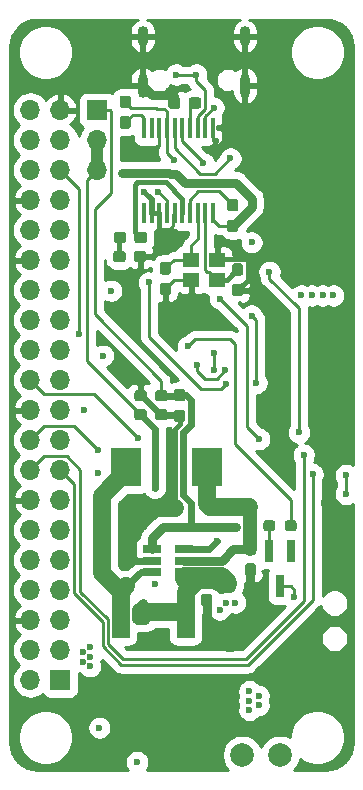
<source format=gbl>
G04 #@! TF.GenerationSoftware,KiCad,Pcbnew,(5.1.4)-1*
G04 #@! TF.CreationDate,2021-02-21T00:03:44+01:00*
G04 #@! TF.ProjectId,rgb_lcd_pihat,7267625f-6c63-4645-9f70-696861742e6b,rev?*
G04 #@! TF.SameCoordinates,Original*
G04 #@! TF.FileFunction,Copper,L4,Bot*
G04 #@! TF.FilePolarity,Positive*
%FSLAX46Y46*%
G04 Gerber Fmt 4.6, Leading zero omitted, Abs format (unit mm)*
G04 Created by KiCad (PCBNEW (5.1.4)-1) date 2021-02-21 00:03:44*
%MOMM*%
%LPD*%
G04 APERTURE LIST*
%ADD10C,2.000000*%
%ADD11C,0.100000*%
%ADD12C,0.950000*%
%ADD13R,0.800000X1.900000*%
%ADD14O,0.900000X1.700000*%
%ADD15O,0.900000X2.000000*%
%ADD16R,1.400000X1.200000*%
%ADD17R,1.700000X1.700000*%
%ADD18O,1.700000X1.700000*%
%ADD19R,1.500000X2.400000*%
%ADD20R,0.450000X1.750000*%
%ADD21R,1.560000X0.650000*%
%ADD22R,2.500000X3.300000*%
%ADD23C,0.600000*%
%ADD24C,0.600000*%
%ADD25C,0.750000*%
%ADD26C,0.400000*%
%ADD27C,0.250000*%
%ADD28C,1.000000*%
%ADD29C,1.500000*%
%ADD30C,1.200000*%
%ADD31C,0.127000*%
%ADD32C,0.254000*%
G04 APERTURE END LIST*
D10*
X63600000Y-98000000D03*
X60400000Y-98000000D03*
D11*
G36*
X64785779Y-78126144D02*
G01*
X64808834Y-78129563D01*
X64831443Y-78135227D01*
X64853387Y-78143079D01*
X64874457Y-78153044D01*
X64894448Y-78165026D01*
X64913168Y-78178910D01*
X64930438Y-78194562D01*
X64946090Y-78211832D01*
X64959974Y-78230552D01*
X64971956Y-78250543D01*
X64981921Y-78271613D01*
X64989773Y-78293557D01*
X64995437Y-78316166D01*
X64998856Y-78339221D01*
X65000000Y-78362500D01*
X65000000Y-78837500D01*
X64998856Y-78860779D01*
X64995437Y-78883834D01*
X64989773Y-78906443D01*
X64981921Y-78928387D01*
X64971956Y-78949457D01*
X64959974Y-78969448D01*
X64946090Y-78988168D01*
X64930438Y-79005438D01*
X64913168Y-79021090D01*
X64894448Y-79034974D01*
X64874457Y-79046956D01*
X64853387Y-79056921D01*
X64831443Y-79064773D01*
X64808834Y-79070437D01*
X64785779Y-79073856D01*
X64762500Y-79075000D01*
X64262500Y-79075000D01*
X64239221Y-79073856D01*
X64216166Y-79070437D01*
X64193557Y-79064773D01*
X64171613Y-79056921D01*
X64150543Y-79046956D01*
X64130552Y-79034974D01*
X64111832Y-79021090D01*
X64094562Y-79005438D01*
X64078910Y-78988168D01*
X64065026Y-78969448D01*
X64053044Y-78949457D01*
X64043079Y-78928387D01*
X64035227Y-78906443D01*
X64029563Y-78883834D01*
X64026144Y-78860779D01*
X64025000Y-78837500D01*
X64025000Y-78362500D01*
X64026144Y-78339221D01*
X64029563Y-78316166D01*
X64035227Y-78293557D01*
X64043079Y-78271613D01*
X64053044Y-78250543D01*
X64065026Y-78230552D01*
X64078910Y-78211832D01*
X64094562Y-78194562D01*
X64111832Y-78178910D01*
X64130552Y-78165026D01*
X64150543Y-78153044D01*
X64171613Y-78143079D01*
X64193557Y-78135227D01*
X64216166Y-78129563D01*
X64239221Y-78126144D01*
X64262500Y-78125000D01*
X64762500Y-78125000D01*
X64785779Y-78126144D01*
X64785779Y-78126144D01*
G37*
D12*
X64512500Y-78600000D03*
D11*
G36*
X62960779Y-78126144D02*
G01*
X62983834Y-78129563D01*
X63006443Y-78135227D01*
X63028387Y-78143079D01*
X63049457Y-78153044D01*
X63069448Y-78165026D01*
X63088168Y-78178910D01*
X63105438Y-78194562D01*
X63121090Y-78211832D01*
X63134974Y-78230552D01*
X63146956Y-78250543D01*
X63156921Y-78271613D01*
X63164773Y-78293557D01*
X63170437Y-78316166D01*
X63173856Y-78339221D01*
X63175000Y-78362500D01*
X63175000Y-78837500D01*
X63173856Y-78860779D01*
X63170437Y-78883834D01*
X63164773Y-78906443D01*
X63156921Y-78928387D01*
X63146956Y-78949457D01*
X63134974Y-78969448D01*
X63121090Y-78988168D01*
X63105438Y-79005438D01*
X63088168Y-79021090D01*
X63069448Y-79034974D01*
X63049457Y-79046956D01*
X63028387Y-79056921D01*
X63006443Y-79064773D01*
X62983834Y-79070437D01*
X62960779Y-79073856D01*
X62937500Y-79075000D01*
X62437500Y-79075000D01*
X62414221Y-79073856D01*
X62391166Y-79070437D01*
X62368557Y-79064773D01*
X62346613Y-79056921D01*
X62325543Y-79046956D01*
X62305552Y-79034974D01*
X62286832Y-79021090D01*
X62269562Y-79005438D01*
X62253910Y-78988168D01*
X62240026Y-78969448D01*
X62228044Y-78949457D01*
X62218079Y-78928387D01*
X62210227Y-78906443D01*
X62204563Y-78883834D01*
X62201144Y-78860779D01*
X62200000Y-78837500D01*
X62200000Y-78362500D01*
X62201144Y-78339221D01*
X62204563Y-78316166D01*
X62210227Y-78293557D01*
X62218079Y-78271613D01*
X62228044Y-78250543D01*
X62240026Y-78230552D01*
X62253910Y-78211832D01*
X62269562Y-78194562D01*
X62286832Y-78178910D01*
X62305552Y-78165026D01*
X62325543Y-78153044D01*
X62346613Y-78143079D01*
X62368557Y-78135227D01*
X62391166Y-78129563D01*
X62414221Y-78126144D01*
X62437500Y-78125000D01*
X62937500Y-78125000D01*
X62960779Y-78126144D01*
X62960779Y-78126144D01*
G37*
D12*
X62687500Y-78600000D03*
D13*
X63600000Y-83700000D03*
X64550000Y-80700000D03*
X62650000Y-80700000D03*
D14*
X51980000Y-37160000D03*
X60620000Y-37160000D03*
D15*
X51980000Y-41330000D03*
X60620000Y-41330000D03*
D11*
G36*
X50760779Y-42176144D02*
G01*
X50783834Y-42179563D01*
X50806443Y-42185227D01*
X50828387Y-42193079D01*
X50849457Y-42203044D01*
X50869448Y-42215026D01*
X50888168Y-42228910D01*
X50905438Y-42244562D01*
X50921090Y-42261832D01*
X50934974Y-42280552D01*
X50946956Y-42300543D01*
X50956921Y-42321613D01*
X50964773Y-42343557D01*
X50970437Y-42366166D01*
X50973856Y-42389221D01*
X50975000Y-42412500D01*
X50975000Y-42987500D01*
X50973856Y-43010779D01*
X50970437Y-43033834D01*
X50964773Y-43056443D01*
X50956921Y-43078387D01*
X50946956Y-43099457D01*
X50934974Y-43119448D01*
X50921090Y-43138168D01*
X50905438Y-43155438D01*
X50888168Y-43171090D01*
X50869448Y-43184974D01*
X50849457Y-43196956D01*
X50828387Y-43206921D01*
X50806443Y-43214773D01*
X50783834Y-43220437D01*
X50760779Y-43223856D01*
X50737500Y-43225000D01*
X50262500Y-43225000D01*
X50239221Y-43223856D01*
X50216166Y-43220437D01*
X50193557Y-43214773D01*
X50171613Y-43206921D01*
X50150543Y-43196956D01*
X50130552Y-43184974D01*
X50111832Y-43171090D01*
X50094562Y-43155438D01*
X50078910Y-43138168D01*
X50065026Y-43119448D01*
X50053044Y-43099457D01*
X50043079Y-43078387D01*
X50035227Y-43056443D01*
X50029563Y-43033834D01*
X50026144Y-43010779D01*
X50025000Y-42987500D01*
X50025000Y-42412500D01*
X50026144Y-42389221D01*
X50029563Y-42366166D01*
X50035227Y-42343557D01*
X50043079Y-42321613D01*
X50053044Y-42300543D01*
X50065026Y-42280552D01*
X50078910Y-42261832D01*
X50094562Y-42244562D01*
X50111832Y-42228910D01*
X50130552Y-42215026D01*
X50150543Y-42203044D01*
X50171613Y-42193079D01*
X50193557Y-42185227D01*
X50216166Y-42179563D01*
X50239221Y-42176144D01*
X50262500Y-42175000D01*
X50737500Y-42175000D01*
X50760779Y-42176144D01*
X50760779Y-42176144D01*
G37*
D12*
X50500000Y-42700000D03*
D11*
G36*
X50760779Y-43926144D02*
G01*
X50783834Y-43929563D01*
X50806443Y-43935227D01*
X50828387Y-43943079D01*
X50849457Y-43953044D01*
X50869448Y-43965026D01*
X50888168Y-43978910D01*
X50905438Y-43994562D01*
X50921090Y-44011832D01*
X50934974Y-44030552D01*
X50946956Y-44050543D01*
X50956921Y-44071613D01*
X50964773Y-44093557D01*
X50970437Y-44116166D01*
X50973856Y-44139221D01*
X50975000Y-44162500D01*
X50975000Y-44737500D01*
X50973856Y-44760779D01*
X50970437Y-44783834D01*
X50964773Y-44806443D01*
X50956921Y-44828387D01*
X50946956Y-44849457D01*
X50934974Y-44869448D01*
X50921090Y-44888168D01*
X50905438Y-44905438D01*
X50888168Y-44921090D01*
X50869448Y-44934974D01*
X50849457Y-44946956D01*
X50828387Y-44956921D01*
X50806443Y-44964773D01*
X50783834Y-44970437D01*
X50760779Y-44973856D01*
X50737500Y-44975000D01*
X50262500Y-44975000D01*
X50239221Y-44973856D01*
X50216166Y-44970437D01*
X50193557Y-44964773D01*
X50171613Y-44956921D01*
X50150543Y-44946956D01*
X50130552Y-44934974D01*
X50111832Y-44921090D01*
X50094562Y-44905438D01*
X50078910Y-44888168D01*
X50065026Y-44869448D01*
X50053044Y-44849457D01*
X50043079Y-44828387D01*
X50035227Y-44806443D01*
X50029563Y-44783834D01*
X50026144Y-44760779D01*
X50025000Y-44737500D01*
X50025000Y-44162500D01*
X50026144Y-44139221D01*
X50029563Y-44116166D01*
X50035227Y-44093557D01*
X50043079Y-44071613D01*
X50053044Y-44050543D01*
X50065026Y-44030552D01*
X50078910Y-44011832D01*
X50094562Y-43994562D01*
X50111832Y-43978910D01*
X50130552Y-43965026D01*
X50150543Y-43953044D01*
X50171613Y-43943079D01*
X50193557Y-43935227D01*
X50216166Y-43929563D01*
X50239221Y-43926144D01*
X50262500Y-43925000D01*
X50737500Y-43925000D01*
X50760779Y-43926144D01*
X50760779Y-43926144D01*
G37*
D12*
X50500000Y-44450000D03*
D16*
X56100000Y-57800000D03*
X58300000Y-57800000D03*
X58300000Y-56100000D03*
X56100000Y-56100000D03*
D17*
X45000000Y-91660000D03*
D18*
X42460000Y-91660000D03*
X45000000Y-89120000D03*
X42460000Y-89120000D03*
X45000000Y-86580000D03*
X42460000Y-86580000D03*
X45000000Y-84040000D03*
X42460000Y-84040000D03*
X45000000Y-81500000D03*
X42460000Y-81500000D03*
X45000000Y-78960000D03*
X42460000Y-78960000D03*
X45000000Y-76420000D03*
X42460000Y-76420000D03*
X45000000Y-73880000D03*
X42460000Y-73880000D03*
X45000000Y-71340000D03*
X42460000Y-71340000D03*
X45000000Y-68800000D03*
X42460000Y-68800000D03*
X45000000Y-66260000D03*
X42460000Y-66260000D03*
X45000000Y-63720000D03*
X42460000Y-63720000D03*
X45000000Y-61180000D03*
X42460000Y-61180000D03*
X45000000Y-58640000D03*
X42460000Y-58640000D03*
X45000000Y-56100000D03*
X42460000Y-56100000D03*
X45000000Y-53560000D03*
X42460000Y-53560000D03*
X45000000Y-51020000D03*
X42460000Y-51020000D03*
X45000000Y-48480000D03*
X42460000Y-48480000D03*
X45000000Y-45940000D03*
X42460000Y-45940000D03*
X45000000Y-43400000D03*
X42460000Y-43400000D03*
X48100000Y-48500000D03*
X48100000Y-45960000D03*
D17*
X48100000Y-43420000D03*
D11*
G36*
X52110779Y-67126144D02*
G01*
X52133834Y-67129563D01*
X52156443Y-67135227D01*
X52178387Y-67143079D01*
X52199457Y-67153044D01*
X52219448Y-67165026D01*
X52238168Y-67178910D01*
X52255438Y-67194562D01*
X52271090Y-67211832D01*
X52284974Y-67230552D01*
X52296956Y-67250543D01*
X52306921Y-67271613D01*
X52314773Y-67293557D01*
X52320437Y-67316166D01*
X52323856Y-67339221D01*
X52325000Y-67362500D01*
X52325000Y-67837500D01*
X52323856Y-67860779D01*
X52320437Y-67883834D01*
X52314773Y-67906443D01*
X52306921Y-67928387D01*
X52296956Y-67949457D01*
X52284974Y-67969448D01*
X52271090Y-67988168D01*
X52255438Y-68005438D01*
X52238168Y-68021090D01*
X52219448Y-68034974D01*
X52199457Y-68046956D01*
X52178387Y-68056921D01*
X52156443Y-68064773D01*
X52133834Y-68070437D01*
X52110779Y-68073856D01*
X52087500Y-68075000D01*
X51512500Y-68075000D01*
X51489221Y-68073856D01*
X51466166Y-68070437D01*
X51443557Y-68064773D01*
X51421613Y-68056921D01*
X51400543Y-68046956D01*
X51380552Y-68034974D01*
X51361832Y-68021090D01*
X51344562Y-68005438D01*
X51328910Y-67988168D01*
X51315026Y-67969448D01*
X51303044Y-67949457D01*
X51293079Y-67928387D01*
X51285227Y-67906443D01*
X51279563Y-67883834D01*
X51276144Y-67860779D01*
X51275000Y-67837500D01*
X51275000Y-67362500D01*
X51276144Y-67339221D01*
X51279563Y-67316166D01*
X51285227Y-67293557D01*
X51293079Y-67271613D01*
X51303044Y-67250543D01*
X51315026Y-67230552D01*
X51328910Y-67211832D01*
X51344562Y-67194562D01*
X51361832Y-67178910D01*
X51380552Y-67165026D01*
X51400543Y-67153044D01*
X51421613Y-67143079D01*
X51443557Y-67135227D01*
X51466166Y-67129563D01*
X51489221Y-67126144D01*
X51512500Y-67125000D01*
X52087500Y-67125000D01*
X52110779Y-67126144D01*
X52110779Y-67126144D01*
G37*
D12*
X51800000Y-67600000D03*
D11*
G36*
X53860779Y-67126144D02*
G01*
X53883834Y-67129563D01*
X53906443Y-67135227D01*
X53928387Y-67143079D01*
X53949457Y-67153044D01*
X53969448Y-67165026D01*
X53988168Y-67178910D01*
X54005438Y-67194562D01*
X54021090Y-67211832D01*
X54034974Y-67230552D01*
X54046956Y-67250543D01*
X54056921Y-67271613D01*
X54064773Y-67293557D01*
X54070437Y-67316166D01*
X54073856Y-67339221D01*
X54075000Y-67362500D01*
X54075000Y-67837500D01*
X54073856Y-67860779D01*
X54070437Y-67883834D01*
X54064773Y-67906443D01*
X54056921Y-67928387D01*
X54046956Y-67949457D01*
X54034974Y-67969448D01*
X54021090Y-67988168D01*
X54005438Y-68005438D01*
X53988168Y-68021090D01*
X53969448Y-68034974D01*
X53949457Y-68046956D01*
X53928387Y-68056921D01*
X53906443Y-68064773D01*
X53883834Y-68070437D01*
X53860779Y-68073856D01*
X53837500Y-68075000D01*
X53262500Y-68075000D01*
X53239221Y-68073856D01*
X53216166Y-68070437D01*
X53193557Y-68064773D01*
X53171613Y-68056921D01*
X53150543Y-68046956D01*
X53130552Y-68034974D01*
X53111832Y-68021090D01*
X53094562Y-68005438D01*
X53078910Y-67988168D01*
X53065026Y-67969448D01*
X53053044Y-67949457D01*
X53043079Y-67928387D01*
X53035227Y-67906443D01*
X53029563Y-67883834D01*
X53026144Y-67860779D01*
X53025000Y-67837500D01*
X53025000Y-67362500D01*
X53026144Y-67339221D01*
X53029563Y-67316166D01*
X53035227Y-67293557D01*
X53043079Y-67271613D01*
X53053044Y-67250543D01*
X53065026Y-67230552D01*
X53078910Y-67211832D01*
X53094562Y-67194562D01*
X53111832Y-67178910D01*
X53130552Y-67165026D01*
X53150543Y-67153044D01*
X53171613Y-67143079D01*
X53193557Y-67135227D01*
X53216166Y-67129563D01*
X53239221Y-67126144D01*
X53262500Y-67125000D01*
X53837500Y-67125000D01*
X53860779Y-67126144D01*
X53860779Y-67126144D01*
G37*
D12*
X53550000Y-67600000D03*
D11*
G36*
X54160779Y-58026144D02*
G01*
X54183834Y-58029563D01*
X54206443Y-58035227D01*
X54228387Y-58043079D01*
X54249457Y-58053044D01*
X54269448Y-58065026D01*
X54288168Y-58078910D01*
X54305438Y-58094562D01*
X54321090Y-58111832D01*
X54334974Y-58130552D01*
X54346956Y-58150543D01*
X54356921Y-58171613D01*
X54364773Y-58193557D01*
X54370437Y-58216166D01*
X54373856Y-58239221D01*
X54375000Y-58262500D01*
X54375000Y-58837500D01*
X54373856Y-58860779D01*
X54370437Y-58883834D01*
X54364773Y-58906443D01*
X54356921Y-58928387D01*
X54346956Y-58949457D01*
X54334974Y-58969448D01*
X54321090Y-58988168D01*
X54305438Y-59005438D01*
X54288168Y-59021090D01*
X54269448Y-59034974D01*
X54249457Y-59046956D01*
X54228387Y-59056921D01*
X54206443Y-59064773D01*
X54183834Y-59070437D01*
X54160779Y-59073856D01*
X54137500Y-59075000D01*
X53662500Y-59075000D01*
X53639221Y-59073856D01*
X53616166Y-59070437D01*
X53593557Y-59064773D01*
X53571613Y-59056921D01*
X53550543Y-59046956D01*
X53530552Y-59034974D01*
X53511832Y-59021090D01*
X53494562Y-59005438D01*
X53478910Y-58988168D01*
X53465026Y-58969448D01*
X53453044Y-58949457D01*
X53443079Y-58928387D01*
X53435227Y-58906443D01*
X53429563Y-58883834D01*
X53426144Y-58860779D01*
X53425000Y-58837500D01*
X53425000Y-58262500D01*
X53426144Y-58239221D01*
X53429563Y-58216166D01*
X53435227Y-58193557D01*
X53443079Y-58171613D01*
X53453044Y-58150543D01*
X53465026Y-58130552D01*
X53478910Y-58111832D01*
X53494562Y-58094562D01*
X53511832Y-58078910D01*
X53530552Y-58065026D01*
X53550543Y-58053044D01*
X53571613Y-58043079D01*
X53593557Y-58035227D01*
X53616166Y-58029563D01*
X53639221Y-58026144D01*
X53662500Y-58025000D01*
X54137500Y-58025000D01*
X54160779Y-58026144D01*
X54160779Y-58026144D01*
G37*
D12*
X53900000Y-58550000D03*
D11*
G36*
X54160779Y-56276144D02*
G01*
X54183834Y-56279563D01*
X54206443Y-56285227D01*
X54228387Y-56293079D01*
X54249457Y-56303044D01*
X54269448Y-56315026D01*
X54288168Y-56328910D01*
X54305438Y-56344562D01*
X54321090Y-56361832D01*
X54334974Y-56380552D01*
X54346956Y-56400543D01*
X54356921Y-56421613D01*
X54364773Y-56443557D01*
X54370437Y-56466166D01*
X54373856Y-56489221D01*
X54375000Y-56512500D01*
X54375000Y-57087500D01*
X54373856Y-57110779D01*
X54370437Y-57133834D01*
X54364773Y-57156443D01*
X54356921Y-57178387D01*
X54346956Y-57199457D01*
X54334974Y-57219448D01*
X54321090Y-57238168D01*
X54305438Y-57255438D01*
X54288168Y-57271090D01*
X54269448Y-57284974D01*
X54249457Y-57296956D01*
X54228387Y-57306921D01*
X54206443Y-57314773D01*
X54183834Y-57320437D01*
X54160779Y-57323856D01*
X54137500Y-57325000D01*
X53662500Y-57325000D01*
X53639221Y-57323856D01*
X53616166Y-57320437D01*
X53593557Y-57314773D01*
X53571613Y-57306921D01*
X53550543Y-57296956D01*
X53530552Y-57284974D01*
X53511832Y-57271090D01*
X53494562Y-57255438D01*
X53478910Y-57238168D01*
X53465026Y-57219448D01*
X53453044Y-57199457D01*
X53443079Y-57178387D01*
X53435227Y-57156443D01*
X53429563Y-57133834D01*
X53426144Y-57110779D01*
X53425000Y-57087500D01*
X53425000Y-56512500D01*
X53426144Y-56489221D01*
X53429563Y-56466166D01*
X53435227Y-56443557D01*
X53443079Y-56421613D01*
X53453044Y-56400543D01*
X53465026Y-56380552D01*
X53478910Y-56361832D01*
X53494562Y-56344562D01*
X53511832Y-56328910D01*
X53530552Y-56315026D01*
X53550543Y-56303044D01*
X53571613Y-56293079D01*
X53593557Y-56285227D01*
X53616166Y-56279563D01*
X53639221Y-56276144D01*
X53662500Y-56275000D01*
X54137500Y-56275000D01*
X54160779Y-56276144D01*
X54160779Y-56276144D01*
G37*
D12*
X53900000Y-56800000D03*
D11*
G36*
X60260779Y-58126144D02*
G01*
X60283834Y-58129563D01*
X60306443Y-58135227D01*
X60328387Y-58143079D01*
X60349457Y-58153044D01*
X60369448Y-58165026D01*
X60388168Y-58178910D01*
X60405438Y-58194562D01*
X60421090Y-58211832D01*
X60434974Y-58230552D01*
X60446956Y-58250543D01*
X60456921Y-58271613D01*
X60464773Y-58293557D01*
X60470437Y-58316166D01*
X60473856Y-58339221D01*
X60475000Y-58362500D01*
X60475000Y-58937500D01*
X60473856Y-58960779D01*
X60470437Y-58983834D01*
X60464773Y-59006443D01*
X60456921Y-59028387D01*
X60446956Y-59049457D01*
X60434974Y-59069448D01*
X60421090Y-59088168D01*
X60405438Y-59105438D01*
X60388168Y-59121090D01*
X60369448Y-59134974D01*
X60349457Y-59146956D01*
X60328387Y-59156921D01*
X60306443Y-59164773D01*
X60283834Y-59170437D01*
X60260779Y-59173856D01*
X60237500Y-59175000D01*
X59762500Y-59175000D01*
X59739221Y-59173856D01*
X59716166Y-59170437D01*
X59693557Y-59164773D01*
X59671613Y-59156921D01*
X59650543Y-59146956D01*
X59630552Y-59134974D01*
X59611832Y-59121090D01*
X59594562Y-59105438D01*
X59578910Y-59088168D01*
X59565026Y-59069448D01*
X59553044Y-59049457D01*
X59543079Y-59028387D01*
X59535227Y-59006443D01*
X59529563Y-58983834D01*
X59526144Y-58960779D01*
X59525000Y-58937500D01*
X59525000Y-58362500D01*
X59526144Y-58339221D01*
X59529563Y-58316166D01*
X59535227Y-58293557D01*
X59543079Y-58271613D01*
X59553044Y-58250543D01*
X59565026Y-58230552D01*
X59578910Y-58211832D01*
X59594562Y-58194562D01*
X59611832Y-58178910D01*
X59630552Y-58165026D01*
X59650543Y-58153044D01*
X59671613Y-58143079D01*
X59693557Y-58135227D01*
X59716166Y-58129563D01*
X59739221Y-58126144D01*
X59762500Y-58125000D01*
X60237500Y-58125000D01*
X60260779Y-58126144D01*
X60260779Y-58126144D01*
G37*
D12*
X60000000Y-58650000D03*
D11*
G36*
X60260779Y-56376144D02*
G01*
X60283834Y-56379563D01*
X60306443Y-56385227D01*
X60328387Y-56393079D01*
X60349457Y-56403044D01*
X60369448Y-56415026D01*
X60388168Y-56428910D01*
X60405438Y-56444562D01*
X60421090Y-56461832D01*
X60434974Y-56480552D01*
X60446956Y-56500543D01*
X60456921Y-56521613D01*
X60464773Y-56543557D01*
X60470437Y-56566166D01*
X60473856Y-56589221D01*
X60475000Y-56612500D01*
X60475000Y-57187500D01*
X60473856Y-57210779D01*
X60470437Y-57233834D01*
X60464773Y-57256443D01*
X60456921Y-57278387D01*
X60446956Y-57299457D01*
X60434974Y-57319448D01*
X60421090Y-57338168D01*
X60405438Y-57355438D01*
X60388168Y-57371090D01*
X60369448Y-57384974D01*
X60349457Y-57396956D01*
X60328387Y-57406921D01*
X60306443Y-57414773D01*
X60283834Y-57420437D01*
X60260779Y-57423856D01*
X60237500Y-57425000D01*
X59762500Y-57425000D01*
X59739221Y-57423856D01*
X59716166Y-57420437D01*
X59693557Y-57414773D01*
X59671613Y-57406921D01*
X59650543Y-57396956D01*
X59630552Y-57384974D01*
X59611832Y-57371090D01*
X59594562Y-57355438D01*
X59578910Y-57338168D01*
X59565026Y-57319448D01*
X59553044Y-57299457D01*
X59543079Y-57278387D01*
X59535227Y-57256443D01*
X59529563Y-57233834D01*
X59526144Y-57210779D01*
X59525000Y-57187500D01*
X59525000Y-56612500D01*
X59526144Y-56589221D01*
X59529563Y-56566166D01*
X59535227Y-56543557D01*
X59543079Y-56521613D01*
X59553044Y-56500543D01*
X59565026Y-56480552D01*
X59578910Y-56461832D01*
X59594562Y-56444562D01*
X59611832Y-56428910D01*
X59630552Y-56415026D01*
X59650543Y-56403044D01*
X59671613Y-56393079D01*
X59693557Y-56385227D01*
X59716166Y-56379563D01*
X59739221Y-56376144D01*
X59762500Y-56375000D01*
X60237500Y-56375000D01*
X60260779Y-56376144D01*
X60260779Y-56376144D01*
G37*
D12*
X60000000Y-56900000D03*
D11*
G36*
X54960779Y-42326144D02*
G01*
X54983834Y-42329563D01*
X55006443Y-42335227D01*
X55028387Y-42343079D01*
X55049457Y-42353044D01*
X55069448Y-42365026D01*
X55088168Y-42378910D01*
X55105438Y-42394562D01*
X55121090Y-42411832D01*
X55134974Y-42430552D01*
X55146956Y-42450543D01*
X55156921Y-42471613D01*
X55164773Y-42493557D01*
X55170437Y-42516166D01*
X55173856Y-42539221D01*
X55175000Y-42562500D01*
X55175000Y-43037500D01*
X55173856Y-43060779D01*
X55170437Y-43083834D01*
X55164773Y-43106443D01*
X55156921Y-43128387D01*
X55146956Y-43149457D01*
X55134974Y-43169448D01*
X55121090Y-43188168D01*
X55105438Y-43205438D01*
X55088168Y-43221090D01*
X55069448Y-43234974D01*
X55049457Y-43246956D01*
X55028387Y-43256921D01*
X55006443Y-43264773D01*
X54983834Y-43270437D01*
X54960779Y-43273856D01*
X54937500Y-43275000D01*
X54362500Y-43275000D01*
X54339221Y-43273856D01*
X54316166Y-43270437D01*
X54293557Y-43264773D01*
X54271613Y-43256921D01*
X54250543Y-43246956D01*
X54230552Y-43234974D01*
X54211832Y-43221090D01*
X54194562Y-43205438D01*
X54178910Y-43188168D01*
X54165026Y-43169448D01*
X54153044Y-43149457D01*
X54143079Y-43128387D01*
X54135227Y-43106443D01*
X54129563Y-43083834D01*
X54126144Y-43060779D01*
X54125000Y-43037500D01*
X54125000Y-42562500D01*
X54126144Y-42539221D01*
X54129563Y-42516166D01*
X54135227Y-42493557D01*
X54143079Y-42471613D01*
X54153044Y-42450543D01*
X54165026Y-42430552D01*
X54178910Y-42411832D01*
X54194562Y-42394562D01*
X54211832Y-42378910D01*
X54230552Y-42365026D01*
X54250543Y-42353044D01*
X54271613Y-42343079D01*
X54293557Y-42335227D01*
X54316166Y-42329563D01*
X54339221Y-42326144D01*
X54362500Y-42325000D01*
X54937500Y-42325000D01*
X54960779Y-42326144D01*
X54960779Y-42326144D01*
G37*
D12*
X54650000Y-42800000D03*
D11*
G36*
X56710779Y-42326144D02*
G01*
X56733834Y-42329563D01*
X56756443Y-42335227D01*
X56778387Y-42343079D01*
X56799457Y-42353044D01*
X56819448Y-42365026D01*
X56838168Y-42378910D01*
X56855438Y-42394562D01*
X56871090Y-42411832D01*
X56884974Y-42430552D01*
X56896956Y-42450543D01*
X56906921Y-42471613D01*
X56914773Y-42493557D01*
X56920437Y-42516166D01*
X56923856Y-42539221D01*
X56925000Y-42562500D01*
X56925000Y-43037500D01*
X56923856Y-43060779D01*
X56920437Y-43083834D01*
X56914773Y-43106443D01*
X56906921Y-43128387D01*
X56896956Y-43149457D01*
X56884974Y-43169448D01*
X56871090Y-43188168D01*
X56855438Y-43205438D01*
X56838168Y-43221090D01*
X56819448Y-43234974D01*
X56799457Y-43246956D01*
X56778387Y-43256921D01*
X56756443Y-43264773D01*
X56733834Y-43270437D01*
X56710779Y-43273856D01*
X56687500Y-43275000D01*
X56112500Y-43275000D01*
X56089221Y-43273856D01*
X56066166Y-43270437D01*
X56043557Y-43264773D01*
X56021613Y-43256921D01*
X56000543Y-43246956D01*
X55980552Y-43234974D01*
X55961832Y-43221090D01*
X55944562Y-43205438D01*
X55928910Y-43188168D01*
X55915026Y-43169448D01*
X55903044Y-43149457D01*
X55893079Y-43128387D01*
X55885227Y-43106443D01*
X55879563Y-43083834D01*
X55876144Y-43060779D01*
X55875000Y-43037500D01*
X55875000Y-42562500D01*
X55876144Y-42539221D01*
X55879563Y-42516166D01*
X55885227Y-42493557D01*
X55893079Y-42471613D01*
X55903044Y-42450543D01*
X55915026Y-42430552D01*
X55928910Y-42411832D01*
X55944562Y-42394562D01*
X55961832Y-42378910D01*
X55980552Y-42365026D01*
X56000543Y-42353044D01*
X56021613Y-42343079D01*
X56043557Y-42335227D01*
X56066166Y-42329563D01*
X56089221Y-42326144D01*
X56112500Y-42325000D01*
X56687500Y-42325000D01*
X56710779Y-42326144D01*
X56710779Y-42326144D01*
G37*
D12*
X56400000Y-42800000D03*
D11*
G36*
X57660779Y-82626144D02*
G01*
X57683834Y-82629563D01*
X57706443Y-82635227D01*
X57728387Y-82643079D01*
X57749457Y-82653044D01*
X57769448Y-82665026D01*
X57788168Y-82678910D01*
X57805438Y-82694562D01*
X57821090Y-82711832D01*
X57834974Y-82730552D01*
X57846956Y-82750543D01*
X57856921Y-82771613D01*
X57864773Y-82793557D01*
X57870437Y-82816166D01*
X57873856Y-82839221D01*
X57875000Y-82862500D01*
X57875000Y-83437500D01*
X57873856Y-83460779D01*
X57870437Y-83483834D01*
X57864773Y-83506443D01*
X57856921Y-83528387D01*
X57846956Y-83549457D01*
X57834974Y-83569448D01*
X57821090Y-83588168D01*
X57805438Y-83605438D01*
X57788168Y-83621090D01*
X57769448Y-83634974D01*
X57749457Y-83646956D01*
X57728387Y-83656921D01*
X57706443Y-83664773D01*
X57683834Y-83670437D01*
X57660779Y-83673856D01*
X57637500Y-83675000D01*
X57162500Y-83675000D01*
X57139221Y-83673856D01*
X57116166Y-83670437D01*
X57093557Y-83664773D01*
X57071613Y-83656921D01*
X57050543Y-83646956D01*
X57030552Y-83634974D01*
X57011832Y-83621090D01*
X56994562Y-83605438D01*
X56978910Y-83588168D01*
X56965026Y-83569448D01*
X56953044Y-83549457D01*
X56943079Y-83528387D01*
X56935227Y-83506443D01*
X56929563Y-83483834D01*
X56926144Y-83460779D01*
X56925000Y-83437500D01*
X56925000Y-82862500D01*
X56926144Y-82839221D01*
X56929563Y-82816166D01*
X56935227Y-82793557D01*
X56943079Y-82771613D01*
X56953044Y-82750543D01*
X56965026Y-82730552D01*
X56978910Y-82711832D01*
X56994562Y-82694562D01*
X57011832Y-82678910D01*
X57030552Y-82665026D01*
X57050543Y-82653044D01*
X57071613Y-82643079D01*
X57093557Y-82635227D01*
X57116166Y-82629563D01*
X57139221Y-82626144D01*
X57162500Y-82625000D01*
X57637500Y-82625000D01*
X57660779Y-82626144D01*
X57660779Y-82626144D01*
G37*
D12*
X57400000Y-83150000D03*
D11*
G36*
X57660779Y-84376144D02*
G01*
X57683834Y-84379563D01*
X57706443Y-84385227D01*
X57728387Y-84393079D01*
X57749457Y-84403044D01*
X57769448Y-84415026D01*
X57788168Y-84428910D01*
X57805438Y-84444562D01*
X57821090Y-84461832D01*
X57834974Y-84480552D01*
X57846956Y-84500543D01*
X57856921Y-84521613D01*
X57864773Y-84543557D01*
X57870437Y-84566166D01*
X57873856Y-84589221D01*
X57875000Y-84612500D01*
X57875000Y-85187500D01*
X57873856Y-85210779D01*
X57870437Y-85233834D01*
X57864773Y-85256443D01*
X57856921Y-85278387D01*
X57846956Y-85299457D01*
X57834974Y-85319448D01*
X57821090Y-85338168D01*
X57805438Y-85355438D01*
X57788168Y-85371090D01*
X57769448Y-85384974D01*
X57749457Y-85396956D01*
X57728387Y-85406921D01*
X57706443Y-85414773D01*
X57683834Y-85420437D01*
X57660779Y-85423856D01*
X57637500Y-85425000D01*
X57162500Y-85425000D01*
X57139221Y-85423856D01*
X57116166Y-85420437D01*
X57093557Y-85414773D01*
X57071613Y-85406921D01*
X57050543Y-85396956D01*
X57030552Y-85384974D01*
X57011832Y-85371090D01*
X56994562Y-85355438D01*
X56978910Y-85338168D01*
X56965026Y-85319448D01*
X56953044Y-85299457D01*
X56943079Y-85278387D01*
X56935227Y-85256443D01*
X56929563Y-85233834D01*
X56926144Y-85210779D01*
X56925000Y-85187500D01*
X56925000Y-84612500D01*
X56926144Y-84589221D01*
X56929563Y-84566166D01*
X56935227Y-84543557D01*
X56943079Y-84521613D01*
X56953044Y-84500543D01*
X56965026Y-84480552D01*
X56978910Y-84461832D01*
X56994562Y-84444562D01*
X57011832Y-84428910D01*
X57030552Y-84415026D01*
X57050543Y-84403044D01*
X57071613Y-84393079D01*
X57093557Y-84385227D01*
X57116166Y-84379563D01*
X57139221Y-84376144D01*
X57162500Y-84375000D01*
X57637500Y-84375000D01*
X57660779Y-84376144D01*
X57660779Y-84376144D01*
G37*
D12*
X57400000Y-84900000D03*
D11*
G36*
X61360779Y-81776144D02*
G01*
X61383834Y-81779563D01*
X61406443Y-81785227D01*
X61428387Y-81793079D01*
X61449457Y-81803044D01*
X61469448Y-81815026D01*
X61488168Y-81828910D01*
X61505438Y-81844562D01*
X61521090Y-81861832D01*
X61534974Y-81880552D01*
X61546956Y-81900543D01*
X61556921Y-81921613D01*
X61564773Y-81943557D01*
X61570437Y-81966166D01*
X61573856Y-81989221D01*
X61575000Y-82012500D01*
X61575000Y-82587500D01*
X61573856Y-82610779D01*
X61570437Y-82633834D01*
X61564773Y-82656443D01*
X61556921Y-82678387D01*
X61546956Y-82699457D01*
X61534974Y-82719448D01*
X61521090Y-82738168D01*
X61505438Y-82755438D01*
X61488168Y-82771090D01*
X61469448Y-82784974D01*
X61449457Y-82796956D01*
X61428387Y-82806921D01*
X61406443Y-82814773D01*
X61383834Y-82820437D01*
X61360779Y-82823856D01*
X61337500Y-82825000D01*
X60862500Y-82825000D01*
X60839221Y-82823856D01*
X60816166Y-82820437D01*
X60793557Y-82814773D01*
X60771613Y-82806921D01*
X60750543Y-82796956D01*
X60730552Y-82784974D01*
X60711832Y-82771090D01*
X60694562Y-82755438D01*
X60678910Y-82738168D01*
X60665026Y-82719448D01*
X60653044Y-82699457D01*
X60643079Y-82678387D01*
X60635227Y-82656443D01*
X60629563Y-82633834D01*
X60626144Y-82610779D01*
X60625000Y-82587500D01*
X60625000Y-82012500D01*
X60626144Y-81989221D01*
X60629563Y-81966166D01*
X60635227Y-81943557D01*
X60643079Y-81921613D01*
X60653044Y-81900543D01*
X60665026Y-81880552D01*
X60678910Y-81861832D01*
X60694562Y-81844562D01*
X60711832Y-81828910D01*
X60730552Y-81815026D01*
X60750543Y-81803044D01*
X60771613Y-81793079D01*
X60793557Y-81785227D01*
X60816166Y-81779563D01*
X60839221Y-81776144D01*
X60862500Y-81775000D01*
X61337500Y-81775000D01*
X61360779Y-81776144D01*
X61360779Y-81776144D01*
G37*
D12*
X61100000Y-82300000D03*
D11*
G36*
X61360779Y-80026144D02*
G01*
X61383834Y-80029563D01*
X61406443Y-80035227D01*
X61428387Y-80043079D01*
X61449457Y-80053044D01*
X61469448Y-80065026D01*
X61488168Y-80078910D01*
X61505438Y-80094562D01*
X61521090Y-80111832D01*
X61534974Y-80130552D01*
X61546956Y-80150543D01*
X61556921Y-80171613D01*
X61564773Y-80193557D01*
X61570437Y-80216166D01*
X61573856Y-80239221D01*
X61575000Y-80262500D01*
X61575000Y-80837500D01*
X61573856Y-80860779D01*
X61570437Y-80883834D01*
X61564773Y-80906443D01*
X61556921Y-80928387D01*
X61546956Y-80949457D01*
X61534974Y-80969448D01*
X61521090Y-80988168D01*
X61505438Y-81005438D01*
X61488168Y-81021090D01*
X61469448Y-81034974D01*
X61449457Y-81046956D01*
X61428387Y-81056921D01*
X61406443Y-81064773D01*
X61383834Y-81070437D01*
X61360779Y-81073856D01*
X61337500Y-81075000D01*
X60862500Y-81075000D01*
X60839221Y-81073856D01*
X60816166Y-81070437D01*
X60793557Y-81064773D01*
X60771613Y-81056921D01*
X60750543Y-81046956D01*
X60730552Y-81034974D01*
X60711832Y-81021090D01*
X60694562Y-81005438D01*
X60678910Y-80988168D01*
X60665026Y-80969448D01*
X60653044Y-80949457D01*
X60643079Y-80928387D01*
X60635227Y-80906443D01*
X60629563Y-80883834D01*
X60626144Y-80860779D01*
X60625000Y-80837500D01*
X60625000Y-80262500D01*
X60626144Y-80239221D01*
X60629563Y-80216166D01*
X60635227Y-80193557D01*
X60643079Y-80171613D01*
X60653044Y-80150543D01*
X60665026Y-80130552D01*
X60678910Y-80111832D01*
X60694562Y-80094562D01*
X60711832Y-80078910D01*
X60730552Y-80065026D01*
X60750543Y-80053044D01*
X60771613Y-80043079D01*
X60793557Y-80035227D01*
X60816166Y-80029563D01*
X60839221Y-80026144D01*
X60862500Y-80025000D01*
X61337500Y-80025000D01*
X61360779Y-80026144D01*
X61360779Y-80026144D01*
G37*
D12*
X61100000Y-80550000D03*
D11*
G36*
X52110779Y-53726144D02*
G01*
X52133834Y-53729563D01*
X52156443Y-53735227D01*
X52178387Y-53743079D01*
X52199457Y-53753044D01*
X52219448Y-53765026D01*
X52238168Y-53778910D01*
X52255438Y-53794562D01*
X52271090Y-53811832D01*
X52284974Y-53830552D01*
X52296956Y-53850543D01*
X52306921Y-53871613D01*
X52314773Y-53893557D01*
X52320437Y-53916166D01*
X52323856Y-53939221D01*
X52325000Y-53962500D01*
X52325000Y-54437500D01*
X52323856Y-54460779D01*
X52320437Y-54483834D01*
X52314773Y-54506443D01*
X52306921Y-54528387D01*
X52296956Y-54549457D01*
X52284974Y-54569448D01*
X52271090Y-54588168D01*
X52255438Y-54605438D01*
X52238168Y-54621090D01*
X52219448Y-54634974D01*
X52199457Y-54646956D01*
X52178387Y-54656921D01*
X52156443Y-54664773D01*
X52133834Y-54670437D01*
X52110779Y-54673856D01*
X52087500Y-54675000D01*
X51512500Y-54675000D01*
X51489221Y-54673856D01*
X51466166Y-54670437D01*
X51443557Y-54664773D01*
X51421613Y-54656921D01*
X51400543Y-54646956D01*
X51380552Y-54634974D01*
X51361832Y-54621090D01*
X51344562Y-54605438D01*
X51328910Y-54588168D01*
X51315026Y-54569448D01*
X51303044Y-54549457D01*
X51293079Y-54528387D01*
X51285227Y-54506443D01*
X51279563Y-54483834D01*
X51276144Y-54460779D01*
X51275000Y-54437500D01*
X51275000Y-53962500D01*
X51276144Y-53939221D01*
X51279563Y-53916166D01*
X51285227Y-53893557D01*
X51293079Y-53871613D01*
X51303044Y-53850543D01*
X51315026Y-53830552D01*
X51328910Y-53811832D01*
X51344562Y-53794562D01*
X51361832Y-53778910D01*
X51380552Y-53765026D01*
X51400543Y-53753044D01*
X51421613Y-53743079D01*
X51443557Y-53735227D01*
X51466166Y-53729563D01*
X51489221Y-53726144D01*
X51512500Y-53725000D01*
X52087500Y-53725000D01*
X52110779Y-53726144D01*
X52110779Y-53726144D01*
G37*
D12*
X51800000Y-54200000D03*
D11*
G36*
X50360779Y-53726144D02*
G01*
X50383834Y-53729563D01*
X50406443Y-53735227D01*
X50428387Y-53743079D01*
X50449457Y-53753044D01*
X50469448Y-53765026D01*
X50488168Y-53778910D01*
X50505438Y-53794562D01*
X50521090Y-53811832D01*
X50534974Y-53830552D01*
X50546956Y-53850543D01*
X50556921Y-53871613D01*
X50564773Y-53893557D01*
X50570437Y-53916166D01*
X50573856Y-53939221D01*
X50575000Y-53962500D01*
X50575000Y-54437500D01*
X50573856Y-54460779D01*
X50570437Y-54483834D01*
X50564773Y-54506443D01*
X50556921Y-54528387D01*
X50546956Y-54549457D01*
X50534974Y-54569448D01*
X50521090Y-54588168D01*
X50505438Y-54605438D01*
X50488168Y-54621090D01*
X50469448Y-54634974D01*
X50449457Y-54646956D01*
X50428387Y-54656921D01*
X50406443Y-54664773D01*
X50383834Y-54670437D01*
X50360779Y-54673856D01*
X50337500Y-54675000D01*
X49762500Y-54675000D01*
X49739221Y-54673856D01*
X49716166Y-54670437D01*
X49693557Y-54664773D01*
X49671613Y-54656921D01*
X49650543Y-54646956D01*
X49630552Y-54634974D01*
X49611832Y-54621090D01*
X49594562Y-54605438D01*
X49578910Y-54588168D01*
X49565026Y-54569448D01*
X49553044Y-54549457D01*
X49543079Y-54528387D01*
X49535227Y-54506443D01*
X49529563Y-54483834D01*
X49526144Y-54460779D01*
X49525000Y-54437500D01*
X49525000Y-53962500D01*
X49526144Y-53939221D01*
X49529563Y-53916166D01*
X49535227Y-53893557D01*
X49543079Y-53871613D01*
X49553044Y-53850543D01*
X49565026Y-53830552D01*
X49578910Y-53811832D01*
X49594562Y-53794562D01*
X49611832Y-53778910D01*
X49630552Y-53765026D01*
X49650543Y-53753044D01*
X49671613Y-53743079D01*
X49693557Y-53735227D01*
X49716166Y-53729563D01*
X49739221Y-53726144D01*
X49762500Y-53725000D01*
X50337500Y-53725000D01*
X50360779Y-53726144D01*
X50360779Y-53726144D01*
G37*
D12*
X50050000Y-54200000D03*
D19*
X55600000Y-86900000D03*
X50100000Y-86900000D03*
D11*
G36*
X50310779Y-55326144D02*
G01*
X50333834Y-55329563D01*
X50356443Y-55335227D01*
X50378387Y-55343079D01*
X50399457Y-55353044D01*
X50419448Y-55365026D01*
X50438168Y-55378910D01*
X50455438Y-55394562D01*
X50471090Y-55411832D01*
X50484974Y-55430552D01*
X50496956Y-55450543D01*
X50506921Y-55471613D01*
X50514773Y-55493557D01*
X50520437Y-55516166D01*
X50523856Y-55539221D01*
X50525000Y-55562500D01*
X50525000Y-56037500D01*
X50523856Y-56060779D01*
X50520437Y-56083834D01*
X50514773Y-56106443D01*
X50506921Y-56128387D01*
X50496956Y-56149457D01*
X50484974Y-56169448D01*
X50471090Y-56188168D01*
X50455438Y-56205438D01*
X50438168Y-56221090D01*
X50419448Y-56234974D01*
X50399457Y-56246956D01*
X50378387Y-56256921D01*
X50356443Y-56264773D01*
X50333834Y-56270437D01*
X50310779Y-56273856D01*
X50287500Y-56275000D01*
X49712500Y-56275000D01*
X49689221Y-56273856D01*
X49666166Y-56270437D01*
X49643557Y-56264773D01*
X49621613Y-56256921D01*
X49600543Y-56246956D01*
X49580552Y-56234974D01*
X49561832Y-56221090D01*
X49544562Y-56205438D01*
X49528910Y-56188168D01*
X49515026Y-56169448D01*
X49503044Y-56149457D01*
X49493079Y-56128387D01*
X49485227Y-56106443D01*
X49479563Y-56083834D01*
X49476144Y-56060779D01*
X49475000Y-56037500D01*
X49475000Y-55562500D01*
X49476144Y-55539221D01*
X49479563Y-55516166D01*
X49485227Y-55493557D01*
X49493079Y-55471613D01*
X49503044Y-55450543D01*
X49515026Y-55430552D01*
X49528910Y-55411832D01*
X49544562Y-55394562D01*
X49561832Y-55378910D01*
X49580552Y-55365026D01*
X49600543Y-55353044D01*
X49621613Y-55343079D01*
X49643557Y-55335227D01*
X49666166Y-55329563D01*
X49689221Y-55326144D01*
X49712500Y-55325000D01*
X50287500Y-55325000D01*
X50310779Y-55326144D01*
X50310779Y-55326144D01*
G37*
D12*
X50000000Y-55800000D03*
D11*
G36*
X52060779Y-55326144D02*
G01*
X52083834Y-55329563D01*
X52106443Y-55335227D01*
X52128387Y-55343079D01*
X52149457Y-55353044D01*
X52169448Y-55365026D01*
X52188168Y-55378910D01*
X52205438Y-55394562D01*
X52221090Y-55411832D01*
X52234974Y-55430552D01*
X52246956Y-55450543D01*
X52256921Y-55471613D01*
X52264773Y-55493557D01*
X52270437Y-55516166D01*
X52273856Y-55539221D01*
X52275000Y-55562500D01*
X52275000Y-56037500D01*
X52273856Y-56060779D01*
X52270437Y-56083834D01*
X52264773Y-56106443D01*
X52256921Y-56128387D01*
X52246956Y-56149457D01*
X52234974Y-56169448D01*
X52221090Y-56188168D01*
X52205438Y-56205438D01*
X52188168Y-56221090D01*
X52169448Y-56234974D01*
X52149457Y-56246956D01*
X52128387Y-56256921D01*
X52106443Y-56264773D01*
X52083834Y-56270437D01*
X52060779Y-56273856D01*
X52037500Y-56275000D01*
X51462500Y-56275000D01*
X51439221Y-56273856D01*
X51416166Y-56270437D01*
X51393557Y-56264773D01*
X51371613Y-56256921D01*
X51350543Y-56246956D01*
X51330552Y-56234974D01*
X51311832Y-56221090D01*
X51294562Y-56205438D01*
X51278910Y-56188168D01*
X51265026Y-56169448D01*
X51253044Y-56149457D01*
X51243079Y-56128387D01*
X51235227Y-56106443D01*
X51229563Y-56083834D01*
X51226144Y-56060779D01*
X51225000Y-56037500D01*
X51225000Y-55562500D01*
X51226144Y-55539221D01*
X51229563Y-55516166D01*
X51235227Y-55493557D01*
X51243079Y-55471613D01*
X51253044Y-55450543D01*
X51265026Y-55430552D01*
X51278910Y-55411832D01*
X51294562Y-55394562D01*
X51311832Y-55378910D01*
X51330552Y-55365026D01*
X51350543Y-55353044D01*
X51371613Y-55343079D01*
X51393557Y-55335227D01*
X51416166Y-55329563D01*
X51439221Y-55326144D01*
X51462500Y-55325000D01*
X52037500Y-55325000D01*
X52060779Y-55326144D01*
X52060779Y-55326144D01*
G37*
D12*
X51750000Y-55800000D03*
D11*
G36*
X59860779Y-50926144D02*
G01*
X59883834Y-50929563D01*
X59906443Y-50935227D01*
X59928387Y-50943079D01*
X59949457Y-50953044D01*
X59969448Y-50965026D01*
X59988168Y-50978910D01*
X60005438Y-50994562D01*
X60021090Y-51011832D01*
X60034974Y-51030552D01*
X60046956Y-51050543D01*
X60056921Y-51071613D01*
X60064773Y-51093557D01*
X60070437Y-51116166D01*
X60073856Y-51139221D01*
X60075000Y-51162500D01*
X60075000Y-51737500D01*
X60073856Y-51760779D01*
X60070437Y-51783834D01*
X60064773Y-51806443D01*
X60056921Y-51828387D01*
X60046956Y-51849457D01*
X60034974Y-51869448D01*
X60021090Y-51888168D01*
X60005438Y-51905438D01*
X59988168Y-51921090D01*
X59969448Y-51934974D01*
X59949457Y-51946956D01*
X59928387Y-51956921D01*
X59906443Y-51964773D01*
X59883834Y-51970437D01*
X59860779Y-51973856D01*
X59837500Y-51975000D01*
X59362500Y-51975000D01*
X59339221Y-51973856D01*
X59316166Y-51970437D01*
X59293557Y-51964773D01*
X59271613Y-51956921D01*
X59250543Y-51946956D01*
X59230552Y-51934974D01*
X59211832Y-51921090D01*
X59194562Y-51905438D01*
X59178910Y-51888168D01*
X59165026Y-51869448D01*
X59153044Y-51849457D01*
X59143079Y-51828387D01*
X59135227Y-51806443D01*
X59129563Y-51783834D01*
X59126144Y-51760779D01*
X59125000Y-51737500D01*
X59125000Y-51162500D01*
X59126144Y-51139221D01*
X59129563Y-51116166D01*
X59135227Y-51093557D01*
X59143079Y-51071613D01*
X59153044Y-51050543D01*
X59165026Y-51030552D01*
X59178910Y-51011832D01*
X59194562Y-50994562D01*
X59211832Y-50978910D01*
X59230552Y-50965026D01*
X59250543Y-50953044D01*
X59271613Y-50943079D01*
X59293557Y-50935227D01*
X59316166Y-50929563D01*
X59339221Y-50926144D01*
X59362500Y-50925000D01*
X59837500Y-50925000D01*
X59860779Y-50926144D01*
X59860779Y-50926144D01*
G37*
D12*
X59600000Y-51450000D03*
D11*
G36*
X59860779Y-52676144D02*
G01*
X59883834Y-52679563D01*
X59906443Y-52685227D01*
X59928387Y-52693079D01*
X59949457Y-52703044D01*
X59969448Y-52715026D01*
X59988168Y-52728910D01*
X60005438Y-52744562D01*
X60021090Y-52761832D01*
X60034974Y-52780552D01*
X60046956Y-52800543D01*
X60056921Y-52821613D01*
X60064773Y-52843557D01*
X60070437Y-52866166D01*
X60073856Y-52889221D01*
X60075000Y-52912500D01*
X60075000Y-53487500D01*
X60073856Y-53510779D01*
X60070437Y-53533834D01*
X60064773Y-53556443D01*
X60056921Y-53578387D01*
X60046956Y-53599457D01*
X60034974Y-53619448D01*
X60021090Y-53638168D01*
X60005438Y-53655438D01*
X59988168Y-53671090D01*
X59969448Y-53684974D01*
X59949457Y-53696956D01*
X59928387Y-53706921D01*
X59906443Y-53714773D01*
X59883834Y-53720437D01*
X59860779Y-53723856D01*
X59837500Y-53725000D01*
X59362500Y-53725000D01*
X59339221Y-53723856D01*
X59316166Y-53720437D01*
X59293557Y-53714773D01*
X59271613Y-53706921D01*
X59250543Y-53696956D01*
X59230552Y-53684974D01*
X59211832Y-53671090D01*
X59194562Y-53655438D01*
X59178910Y-53638168D01*
X59165026Y-53619448D01*
X59153044Y-53599457D01*
X59143079Y-53578387D01*
X59135227Y-53556443D01*
X59129563Y-53533834D01*
X59126144Y-53510779D01*
X59125000Y-53487500D01*
X59125000Y-52912500D01*
X59126144Y-52889221D01*
X59129563Y-52866166D01*
X59135227Y-52843557D01*
X59143079Y-52821613D01*
X59153044Y-52800543D01*
X59165026Y-52780552D01*
X59178910Y-52761832D01*
X59194562Y-52744562D01*
X59211832Y-52728910D01*
X59230552Y-52715026D01*
X59250543Y-52703044D01*
X59271613Y-52693079D01*
X59293557Y-52685227D01*
X59316166Y-52679563D01*
X59339221Y-52676144D01*
X59362500Y-52675000D01*
X59837500Y-52675000D01*
X59860779Y-52676144D01*
X59860779Y-52676144D01*
G37*
D12*
X59600000Y-53200000D03*
D11*
G36*
X55360779Y-68776144D02*
G01*
X55383834Y-68779563D01*
X55406443Y-68785227D01*
X55428387Y-68793079D01*
X55449457Y-68803044D01*
X55469448Y-68815026D01*
X55488168Y-68828910D01*
X55505438Y-68844562D01*
X55521090Y-68861832D01*
X55534974Y-68880552D01*
X55546956Y-68900543D01*
X55556921Y-68921613D01*
X55564773Y-68943557D01*
X55570437Y-68966166D01*
X55573856Y-68989221D01*
X55575000Y-69012500D01*
X55575000Y-69587500D01*
X55573856Y-69610779D01*
X55570437Y-69633834D01*
X55564773Y-69656443D01*
X55556921Y-69678387D01*
X55546956Y-69699457D01*
X55534974Y-69719448D01*
X55521090Y-69738168D01*
X55505438Y-69755438D01*
X55488168Y-69771090D01*
X55469448Y-69784974D01*
X55449457Y-69796956D01*
X55428387Y-69806921D01*
X55406443Y-69814773D01*
X55383834Y-69820437D01*
X55360779Y-69823856D01*
X55337500Y-69825000D01*
X54862500Y-69825000D01*
X54839221Y-69823856D01*
X54816166Y-69820437D01*
X54793557Y-69814773D01*
X54771613Y-69806921D01*
X54750543Y-69796956D01*
X54730552Y-69784974D01*
X54711832Y-69771090D01*
X54694562Y-69755438D01*
X54678910Y-69738168D01*
X54665026Y-69719448D01*
X54653044Y-69699457D01*
X54643079Y-69678387D01*
X54635227Y-69656443D01*
X54629563Y-69633834D01*
X54626144Y-69610779D01*
X54625000Y-69587500D01*
X54625000Y-69012500D01*
X54626144Y-68989221D01*
X54629563Y-68966166D01*
X54635227Y-68943557D01*
X54643079Y-68921613D01*
X54653044Y-68900543D01*
X54665026Y-68880552D01*
X54678910Y-68861832D01*
X54694562Y-68844562D01*
X54711832Y-68828910D01*
X54730552Y-68815026D01*
X54750543Y-68803044D01*
X54771613Y-68793079D01*
X54793557Y-68785227D01*
X54816166Y-68779563D01*
X54839221Y-68776144D01*
X54862500Y-68775000D01*
X55337500Y-68775000D01*
X55360779Y-68776144D01*
X55360779Y-68776144D01*
G37*
D12*
X55100000Y-69300000D03*
D11*
G36*
X55360779Y-67026144D02*
G01*
X55383834Y-67029563D01*
X55406443Y-67035227D01*
X55428387Y-67043079D01*
X55449457Y-67053044D01*
X55469448Y-67065026D01*
X55488168Y-67078910D01*
X55505438Y-67094562D01*
X55521090Y-67111832D01*
X55534974Y-67130552D01*
X55546956Y-67150543D01*
X55556921Y-67171613D01*
X55564773Y-67193557D01*
X55570437Y-67216166D01*
X55573856Y-67239221D01*
X55575000Y-67262500D01*
X55575000Y-67837500D01*
X55573856Y-67860779D01*
X55570437Y-67883834D01*
X55564773Y-67906443D01*
X55556921Y-67928387D01*
X55546956Y-67949457D01*
X55534974Y-67969448D01*
X55521090Y-67988168D01*
X55505438Y-68005438D01*
X55488168Y-68021090D01*
X55469448Y-68034974D01*
X55449457Y-68046956D01*
X55428387Y-68056921D01*
X55406443Y-68064773D01*
X55383834Y-68070437D01*
X55360779Y-68073856D01*
X55337500Y-68075000D01*
X54862500Y-68075000D01*
X54839221Y-68073856D01*
X54816166Y-68070437D01*
X54793557Y-68064773D01*
X54771613Y-68056921D01*
X54750543Y-68046956D01*
X54730552Y-68034974D01*
X54711832Y-68021090D01*
X54694562Y-68005438D01*
X54678910Y-67988168D01*
X54665026Y-67969448D01*
X54653044Y-67949457D01*
X54643079Y-67928387D01*
X54635227Y-67906443D01*
X54629563Y-67883834D01*
X54626144Y-67860779D01*
X54625000Y-67837500D01*
X54625000Y-67262500D01*
X54626144Y-67239221D01*
X54629563Y-67216166D01*
X54635227Y-67193557D01*
X54643079Y-67171613D01*
X54653044Y-67150543D01*
X54665026Y-67130552D01*
X54678910Y-67111832D01*
X54694562Y-67094562D01*
X54711832Y-67078910D01*
X54730552Y-67065026D01*
X54750543Y-67053044D01*
X54771613Y-67043079D01*
X54793557Y-67035227D01*
X54816166Y-67029563D01*
X54839221Y-67026144D01*
X54862500Y-67025000D01*
X55337500Y-67025000D01*
X55360779Y-67026144D01*
X55360779Y-67026144D01*
G37*
D12*
X55100000Y-67550000D03*
D11*
G36*
X52110779Y-68726144D02*
G01*
X52133834Y-68729563D01*
X52156443Y-68735227D01*
X52178387Y-68743079D01*
X52199457Y-68753044D01*
X52219448Y-68765026D01*
X52238168Y-68778910D01*
X52255438Y-68794562D01*
X52271090Y-68811832D01*
X52284974Y-68830552D01*
X52296956Y-68850543D01*
X52306921Y-68871613D01*
X52314773Y-68893557D01*
X52320437Y-68916166D01*
X52323856Y-68939221D01*
X52325000Y-68962500D01*
X52325000Y-69437500D01*
X52323856Y-69460779D01*
X52320437Y-69483834D01*
X52314773Y-69506443D01*
X52306921Y-69528387D01*
X52296956Y-69549457D01*
X52284974Y-69569448D01*
X52271090Y-69588168D01*
X52255438Y-69605438D01*
X52238168Y-69621090D01*
X52219448Y-69634974D01*
X52199457Y-69646956D01*
X52178387Y-69656921D01*
X52156443Y-69664773D01*
X52133834Y-69670437D01*
X52110779Y-69673856D01*
X52087500Y-69675000D01*
X51512500Y-69675000D01*
X51489221Y-69673856D01*
X51466166Y-69670437D01*
X51443557Y-69664773D01*
X51421613Y-69656921D01*
X51400543Y-69646956D01*
X51380552Y-69634974D01*
X51361832Y-69621090D01*
X51344562Y-69605438D01*
X51328910Y-69588168D01*
X51315026Y-69569448D01*
X51303044Y-69549457D01*
X51293079Y-69528387D01*
X51285227Y-69506443D01*
X51279563Y-69483834D01*
X51276144Y-69460779D01*
X51275000Y-69437500D01*
X51275000Y-68962500D01*
X51276144Y-68939221D01*
X51279563Y-68916166D01*
X51285227Y-68893557D01*
X51293079Y-68871613D01*
X51303044Y-68850543D01*
X51315026Y-68830552D01*
X51328910Y-68811832D01*
X51344562Y-68794562D01*
X51361832Y-68778910D01*
X51380552Y-68765026D01*
X51400543Y-68753044D01*
X51421613Y-68743079D01*
X51443557Y-68735227D01*
X51466166Y-68729563D01*
X51489221Y-68726144D01*
X51512500Y-68725000D01*
X52087500Y-68725000D01*
X52110779Y-68726144D01*
X52110779Y-68726144D01*
G37*
D12*
X51800000Y-69200000D03*
D11*
G36*
X53860779Y-68726144D02*
G01*
X53883834Y-68729563D01*
X53906443Y-68735227D01*
X53928387Y-68743079D01*
X53949457Y-68753044D01*
X53969448Y-68765026D01*
X53988168Y-68778910D01*
X54005438Y-68794562D01*
X54021090Y-68811832D01*
X54034974Y-68830552D01*
X54046956Y-68850543D01*
X54056921Y-68871613D01*
X54064773Y-68893557D01*
X54070437Y-68916166D01*
X54073856Y-68939221D01*
X54075000Y-68962500D01*
X54075000Y-69437500D01*
X54073856Y-69460779D01*
X54070437Y-69483834D01*
X54064773Y-69506443D01*
X54056921Y-69528387D01*
X54046956Y-69549457D01*
X54034974Y-69569448D01*
X54021090Y-69588168D01*
X54005438Y-69605438D01*
X53988168Y-69621090D01*
X53969448Y-69634974D01*
X53949457Y-69646956D01*
X53928387Y-69656921D01*
X53906443Y-69664773D01*
X53883834Y-69670437D01*
X53860779Y-69673856D01*
X53837500Y-69675000D01*
X53262500Y-69675000D01*
X53239221Y-69673856D01*
X53216166Y-69670437D01*
X53193557Y-69664773D01*
X53171613Y-69656921D01*
X53150543Y-69646956D01*
X53130552Y-69634974D01*
X53111832Y-69621090D01*
X53094562Y-69605438D01*
X53078910Y-69588168D01*
X53065026Y-69569448D01*
X53053044Y-69549457D01*
X53043079Y-69528387D01*
X53035227Y-69506443D01*
X53029563Y-69483834D01*
X53026144Y-69460779D01*
X53025000Y-69437500D01*
X53025000Y-68962500D01*
X53026144Y-68939221D01*
X53029563Y-68916166D01*
X53035227Y-68893557D01*
X53043079Y-68871613D01*
X53053044Y-68850543D01*
X53065026Y-68830552D01*
X53078910Y-68811832D01*
X53094562Y-68794562D01*
X53111832Y-68778910D01*
X53130552Y-68765026D01*
X53150543Y-68753044D01*
X53171613Y-68743079D01*
X53193557Y-68735227D01*
X53216166Y-68729563D01*
X53239221Y-68726144D01*
X53262500Y-68725000D01*
X53837500Y-68725000D01*
X53860779Y-68726144D01*
X53860779Y-68726144D01*
G37*
D12*
X53550000Y-69200000D03*
D20*
X57925000Y-52100000D03*
X57275000Y-52100000D03*
X56625000Y-52100000D03*
X55975000Y-52100000D03*
X55325000Y-52100000D03*
X54675000Y-52100000D03*
X54025000Y-52100000D03*
X53375000Y-52100000D03*
X52725000Y-52100000D03*
X52075000Y-52100000D03*
X52075000Y-44900000D03*
X52725000Y-44900000D03*
X53375000Y-44900000D03*
X54025000Y-44900000D03*
X54675000Y-44900000D03*
X55325000Y-44900000D03*
X55975000Y-44900000D03*
X56625000Y-44900000D03*
X57275000Y-44900000D03*
X57925000Y-44900000D03*
D21*
X52800000Y-82500000D03*
X52800000Y-81550000D03*
X52800000Y-80600000D03*
X55500000Y-80600000D03*
X55500000Y-82500000D03*
X55500000Y-81550000D03*
D22*
X57400000Y-73600000D03*
X50600000Y-73600000D03*
D23*
X64600000Y-80600000D03*
X48400000Y-98500000D03*
X49200000Y-93300000D03*
X48800000Y-94100000D03*
X49700000Y-94100000D03*
X50100000Y-93300000D03*
X50600000Y-94100000D03*
X59500000Y-87000000D03*
X59500000Y-87900000D03*
X59500000Y-88800000D03*
X58700000Y-88300000D03*
X58700000Y-87400000D03*
X54700000Y-77100000D03*
X53800000Y-77100000D03*
X52900000Y-77100000D03*
X67700000Y-73800000D03*
X67700000Y-71700000D03*
X67700000Y-69700000D03*
X67700000Y-67700000D03*
X67700000Y-65700000D03*
X67700000Y-63800000D03*
X67700000Y-62700000D03*
X67700000Y-61700000D03*
X52100938Y-50300011D03*
X58194416Y-46049989D03*
X67300000Y-76700000D03*
X53000000Y-46800000D03*
X53900000Y-58500000D03*
X53000000Y-83500000D03*
X56100000Y-57800000D03*
X58300000Y-56100000D03*
X60000000Y-58800000D03*
X48300000Y-95700000D03*
X51500000Y-98600000D03*
X52200000Y-86600000D03*
X52000000Y-85900000D03*
X51450002Y-86500000D03*
X52000000Y-85100000D03*
X50200000Y-48700000D03*
X51100000Y-48700000D03*
X52000000Y-48700000D03*
X58700000Y-82500000D03*
X59300000Y-82900000D03*
X58700000Y-83300000D03*
X59500000Y-83700000D03*
X58700000Y-84100000D03*
X47500000Y-88900000D03*
X46900000Y-89300000D03*
X47500000Y-89700000D03*
X46900000Y-90100000D03*
X47500000Y-90500000D03*
X59400000Y-77000000D03*
X60200000Y-77000000D03*
X61000000Y-77000000D03*
X61100000Y-79500000D03*
X61000000Y-93400000D03*
X61000000Y-92600000D03*
X61800000Y-93000000D03*
X61000000Y-94200000D03*
X61800000Y-93800000D03*
X68100000Y-59100000D03*
X67200000Y-59100000D03*
X66300000Y-59100000D03*
X65400000Y-59100000D03*
X58500000Y-85700000D03*
X59000000Y-85100000D03*
X59800000Y-85100000D03*
X61200000Y-54599990D03*
X49300000Y-58700000D03*
X48600000Y-64200000D03*
X47000002Y-68800000D03*
X48225010Y-74168825D03*
X66354564Y-74224981D03*
X65617887Y-72600000D03*
X48225010Y-72200000D03*
X57977982Y-65424979D03*
X57976151Y-63976169D03*
X51600000Y-71200000D03*
X56531617Y-65004350D03*
X58977681Y-65400009D03*
X61200000Y-60800000D03*
X61600000Y-66500000D03*
X52500000Y-57999988D03*
X59000000Y-66600000D03*
X58500000Y-59374990D03*
X61849998Y-71250000D03*
X62700000Y-57100000D03*
X65200000Y-70700000D03*
X69200000Y-74300000D03*
X69200000Y-75900000D03*
X57100000Y-47900000D03*
X54600000Y-47600000D03*
X59400000Y-47500000D03*
X53300000Y-50300000D03*
X58100000Y-78700000D03*
X59000000Y-78700000D03*
X59900000Y-78700000D03*
X53000000Y-75400000D03*
X56500000Y-40400000D03*
X54800000Y-40400000D03*
X57975020Y-43200000D03*
X46600000Y-62400000D03*
X55800000Y-63400000D03*
X58300000Y-79900000D03*
X64800000Y-84600000D03*
D24*
X51420000Y-81550000D02*
X51370000Y-81500000D01*
X52800000Y-81550000D02*
X51420000Y-81550000D01*
X51370000Y-81500000D02*
X50700000Y-81500000D01*
X55000000Y-69200000D02*
X55100000Y-69300000D01*
X53550000Y-69200000D02*
X55000000Y-69200000D01*
X51950000Y-67600000D02*
X53550000Y-69200000D01*
X51800000Y-67600000D02*
X51950000Y-67600000D01*
D25*
X57400000Y-87000000D02*
X58700000Y-88300000D01*
X57400000Y-84900000D02*
X57400000Y-87000000D01*
D26*
X52800000Y-55800000D02*
X51750000Y-55800000D01*
X53375000Y-55225000D02*
X52800000Y-55800000D01*
D27*
X54650000Y-42800000D02*
X54650000Y-42750000D01*
D26*
X55100000Y-69300000D02*
X55100000Y-70000000D01*
X54700000Y-70400000D02*
X54700000Y-77100000D01*
X55100000Y-70000000D02*
X54700000Y-70400000D01*
X53375000Y-52100000D02*
X53375000Y-54475000D01*
X53375000Y-54475000D02*
X53375000Y-55225000D01*
D27*
X53375000Y-44900000D02*
X53375000Y-45844119D01*
X59800000Y-58650000D02*
X59800000Y-58900000D01*
X54650000Y-57800000D02*
X53900000Y-58550000D01*
X56100000Y-57800000D02*
X54650000Y-57800000D01*
X57925000Y-46025000D02*
X57949989Y-46049989D01*
X57949989Y-46049989D02*
X58194416Y-46049989D01*
X57925000Y-44900000D02*
X57925000Y-46025000D01*
D25*
X54650000Y-42225000D02*
X54525000Y-42100000D01*
X54650000Y-42800000D02*
X54650000Y-42225000D01*
X52750000Y-42100000D02*
X51980000Y-41330000D01*
X54525000Y-42100000D02*
X52750000Y-42100000D01*
D28*
X58700000Y-88300000D02*
X58700000Y-87400000D01*
X59100000Y-87400000D02*
X59500000Y-87000000D01*
X58700000Y-87400000D02*
X59100000Y-87400000D01*
X59500000Y-87000000D02*
X59500000Y-87900000D01*
X59500000Y-88800000D02*
X59500000Y-87900000D01*
X59200000Y-88800000D02*
X58700000Y-88300000D01*
X59500000Y-88800000D02*
X59200000Y-88800000D01*
D26*
X58525010Y-55974990D02*
X60774990Y-55974990D01*
X58300000Y-56100000D02*
X58400000Y-56100000D01*
X58400000Y-56100000D02*
X58525010Y-55974990D01*
X60875010Y-57774990D02*
X60000000Y-58650000D01*
X60875010Y-56075010D02*
X60875010Y-57774990D01*
X60774990Y-55974990D02*
X60875010Y-56075010D01*
D27*
X53375000Y-44900000D02*
X53375000Y-46425000D01*
X53375000Y-46425000D02*
X53000000Y-46800000D01*
X53900000Y-58550000D02*
X53900000Y-58500000D01*
D29*
X51700000Y-77100000D02*
X54700000Y-77100000D01*
X50700000Y-78100000D02*
X51700000Y-77100000D01*
X50700000Y-81500000D02*
X50700000Y-78100000D01*
D27*
X53300000Y-53500000D02*
X53375000Y-53575000D01*
X54310002Y-53500000D02*
X53300000Y-53500000D01*
X54575001Y-53235001D02*
X54310002Y-53500000D01*
X54575001Y-52224999D02*
X54575001Y-53235001D01*
X54675000Y-52125000D02*
X54575001Y-52224999D01*
X53375000Y-53575000D02*
X53375000Y-54475000D01*
X54675000Y-52100000D02*
X54675000Y-52125000D01*
D26*
X52725000Y-50924073D02*
X52100938Y-50300011D01*
X52725000Y-52100000D02*
X52725000Y-50924073D01*
X52700000Y-50899073D02*
X52100938Y-50300011D01*
X52700000Y-52100000D02*
X52700000Y-50899073D01*
X53375000Y-52100000D02*
X52700000Y-52100000D01*
X60000000Y-58650000D02*
X60000000Y-58800000D01*
D25*
X60600000Y-87900000D02*
X59500000Y-87900000D01*
X61100000Y-87400000D02*
X60600000Y-87900000D01*
X61100000Y-82300000D02*
X61100000Y-87400000D01*
D27*
X56625000Y-54325000D02*
X56625000Y-52100000D01*
X56100000Y-54850000D02*
X56625000Y-54325000D01*
X56100000Y-54850000D02*
X56100000Y-56100000D01*
X54600000Y-56100000D02*
X53900000Y-56800000D01*
X56100000Y-56100000D02*
X54600000Y-56100000D01*
X57275000Y-52100000D02*
X57275000Y-54425000D01*
X57275000Y-54425000D02*
X57274999Y-56960001D01*
X58300000Y-57800000D02*
X57600000Y-57100000D01*
X57414998Y-57100000D02*
X57274999Y-56960001D01*
X57600000Y-57100000D02*
X57414998Y-57100000D01*
X58300000Y-57800000D02*
X58900000Y-57800000D01*
D26*
X59100000Y-57800000D02*
X58300000Y-57800000D01*
X60000000Y-56900000D02*
X59100000Y-57800000D01*
D27*
X55975000Y-43225000D02*
X56400000Y-42800000D01*
X55975000Y-44900000D02*
X55975000Y-43225000D01*
D29*
X55600000Y-86900000D02*
X55600000Y-84200000D01*
X55600000Y-84200000D02*
X56650000Y-83150000D01*
D25*
X52200000Y-86100000D02*
X52000000Y-85900000D01*
X52200000Y-86600000D02*
X52200000Y-86100000D01*
X52200000Y-86600000D02*
X51550002Y-86600000D01*
X51550002Y-86600000D02*
X51450002Y-86500000D01*
X52000000Y-85900000D02*
X52000000Y-85100000D01*
X52000000Y-85100000D02*
X51425010Y-85674990D01*
X51450002Y-85699982D02*
X51450002Y-86500000D01*
X51425010Y-85674990D02*
X51450002Y-85699982D01*
D29*
X55223003Y-85900000D02*
X52000000Y-85900000D01*
X55600000Y-85523003D02*
X55223003Y-85900000D01*
X55600000Y-84200000D02*
X55600000Y-85523003D01*
D27*
X57925000Y-52700000D02*
X57925000Y-52100000D01*
X58425000Y-53200000D02*
X57925000Y-52700000D01*
X59600000Y-53200000D02*
X58425000Y-53200000D01*
D25*
X54204996Y-48700000D02*
X50200000Y-48700000D01*
X54279996Y-48775000D02*
X54204996Y-48700000D01*
X61200000Y-51600000D02*
X61200000Y-50906578D01*
X55553289Y-49553289D02*
X54775000Y-48775000D01*
X54775000Y-48775000D02*
X54279996Y-48775000D01*
X61200000Y-50906578D02*
X59846711Y-49553289D01*
X59600000Y-53200000D02*
X61200000Y-51600000D01*
X59846711Y-49553289D02*
X55553289Y-49553289D01*
X55500000Y-81550000D02*
X58650000Y-81550000D01*
X59650000Y-80550000D02*
X61100000Y-80550000D01*
X58650000Y-81550000D02*
X59650000Y-80550000D01*
D29*
X57650000Y-77000000D02*
X59400000Y-77000000D01*
X57400000Y-76750000D02*
X57650000Y-77000000D01*
X57400000Y-73600000D02*
X57400000Y-76750000D01*
D25*
X59650000Y-77250000D02*
X59400000Y-77000000D01*
D29*
X59400000Y-77000000D02*
X60200000Y-77000000D01*
X60200000Y-77000000D02*
X61000000Y-77000000D01*
D25*
X59400000Y-77000000D02*
X61000000Y-77000000D01*
D30*
X61100000Y-77100000D02*
X61000000Y-77000000D01*
D27*
X61100000Y-79500000D02*
X61000000Y-79400000D01*
D30*
X61100000Y-80550000D02*
X61100000Y-79500000D01*
X61100000Y-79500000D02*
X61100000Y-77100000D01*
X61100000Y-79500000D02*
X61100000Y-79500000D01*
D26*
X55325000Y-50898969D02*
X53926032Y-49500001D01*
X53926032Y-49500001D02*
X51515995Y-49500001D01*
X55325000Y-52100000D02*
X55325000Y-50898969D01*
X51515995Y-49500001D02*
X51300928Y-49715068D01*
X51300928Y-49715068D02*
X51300928Y-53700928D01*
X51300928Y-53700928D02*
X51800000Y-54200000D01*
X50000000Y-54250000D02*
X50050000Y-54200000D01*
X50000000Y-55800000D02*
X50000000Y-54250000D01*
D24*
X52800000Y-82500000D02*
X51800000Y-82500000D01*
X51800000Y-82500000D02*
X50600000Y-83700000D01*
D29*
X50600000Y-83700000D02*
X50100000Y-84200000D01*
X50100000Y-84200000D02*
X50100000Y-86900000D01*
X48500000Y-82600000D02*
X50100000Y-84200000D01*
X48500000Y-76100000D02*
X48500000Y-82600000D01*
X50600000Y-74000000D02*
X48500000Y-76100000D01*
X50600000Y-73600000D02*
X50600000Y-74000000D01*
D27*
X66354564Y-74649245D02*
X66354564Y-74224981D01*
X66354564Y-84881847D02*
X66354564Y-74649245D01*
X48574988Y-88811399D02*
X50113600Y-90350011D01*
X60886400Y-90350011D02*
X66354564Y-84881847D01*
X46175001Y-84311411D02*
X48574988Y-86711398D01*
X45000000Y-73880000D02*
X46175001Y-75055001D01*
X50113600Y-90350011D02*
X60886400Y-90350011D01*
X48574988Y-86711398D02*
X48574988Y-88811399D01*
X46175001Y-75055001D02*
X46175001Y-84311411D01*
X42460000Y-73880000D02*
X43635001Y-72704999D01*
X46700000Y-84200000D02*
X49024999Y-86524999D01*
X43635001Y-72704999D02*
X45564001Y-72704999D01*
X45564001Y-72704999D02*
X46700000Y-73840998D01*
X46700000Y-73840998D02*
X46700000Y-84200000D01*
X49024999Y-86524999D02*
X49024999Y-88624999D01*
X49024999Y-88624999D02*
X50300000Y-89900000D01*
X50300000Y-89900000D02*
X60700000Y-89900000D01*
X60700000Y-89900000D02*
X65617887Y-84982113D01*
X65617887Y-84982113D02*
X65617887Y-72600000D01*
X42460000Y-71340000D02*
X43635001Y-70164999D01*
X43635001Y-70164999D02*
X46190009Y-70164999D01*
X46190009Y-70164999D02*
X48225010Y-72200000D01*
X57977982Y-65424979D02*
X57977982Y-63978000D01*
X57977982Y-63978000D02*
X57976151Y-63976169D01*
X47835001Y-67435001D02*
X51600000Y-71200000D01*
X42460000Y-66260000D02*
X43635001Y-67435001D01*
X43635001Y-67435001D02*
X47835001Y-67435001D01*
X58227701Y-66149989D02*
X58977681Y-65400009D01*
X57213622Y-66149989D02*
X58227701Y-66149989D01*
X56531617Y-65467984D02*
X57213622Y-66149989D01*
X56531617Y-65004350D02*
X56531617Y-65467984D01*
X61600000Y-61200000D02*
X61600000Y-66500000D01*
X61200000Y-60800000D02*
X61600000Y-61200000D01*
X58600000Y-67000000D02*
X59000000Y-66600000D01*
X56900000Y-67000000D02*
X58600000Y-67000000D01*
X52500000Y-62600000D02*
X56900000Y-67000000D01*
X52500000Y-57999988D02*
X52500000Y-62600000D01*
X60800000Y-70200002D02*
X61849998Y-71250000D01*
X60800000Y-61674990D02*
X60800000Y-70200002D01*
X58500000Y-59374990D02*
X60800000Y-61674990D01*
X62700000Y-57100000D02*
X62700000Y-57665685D01*
X65200000Y-60165684D02*
X65017158Y-59982842D01*
X65200000Y-70700000D02*
X65200000Y-60165684D01*
X62700000Y-57665685D02*
X65017158Y-59982842D01*
X69200000Y-74300000D02*
X69200000Y-75900000D01*
X55325000Y-44900000D02*
X55325000Y-46052178D01*
X57100000Y-47827178D02*
X57100000Y-47900000D01*
X55325000Y-46052178D02*
X57100000Y-47827178D01*
X54025000Y-43495510D02*
X54025000Y-44900000D01*
X53799990Y-43270500D02*
X54025000Y-43495510D01*
X53799990Y-43270500D02*
X53170500Y-43270500D01*
X53170500Y-43270500D02*
X53100000Y-43200000D01*
X51000000Y-43200000D02*
X50500000Y-42700000D01*
X53100000Y-43200000D02*
X51000000Y-43200000D01*
X54025000Y-47025000D02*
X54600000Y-47600000D01*
X54025000Y-44900000D02*
X54025000Y-47025000D01*
X58100000Y-48800000D02*
X59400000Y-47500000D01*
X56825000Y-48800000D02*
X58100000Y-48800000D01*
X54675000Y-46650000D02*
X56825000Y-48800000D01*
X54675000Y-44900000D02*
X54675000Y-46650000D01*
X54025000Y-51025000D02*
X53300000Y-50300000D01*
X54025000Y-52100000D02*
X54025000Y-51025000D01*
D25*
X58100000Y-78700000D02*
X59900000Y-78700000D01*
D24*
X55050000Y-67600000D02*
X55100000Y-67550000D01*
X53550000Y-67600000D02*
X55050000Y-67600000D01*
D25*
X57000000Y-78700000D02*
X58100000Y-78700000D01*
X53700000Y-78700000D02*
X57000000Y-78700000D01*
X52800000Y-79600000D02*
X53700000Y-78700000D01*
X52800000Y-80600000D02*
X52800000Y-79600000D01*
D24*
X56100000Y-76700000D02*
X56100000Y-78700000D01*
X55400000Y-76000000D02*
X56100000Y-76700000D01*
X55400000Y-70700000D02*
X55400000Y-76000000D01*
X56075010Y-70024990D02*
X55400000Y-70700000D01*
X56075010Y-67950010D02*
X56075010Y-70024990D01*
X55675000Y-67550000D02*
X56075010Y-67950010D01*
X55100000Y-67550000D02*
X55675000Y-67550000D01*
D27*
X49200000Y-43420000D02*
X48100000Y-43420000D01*
X49275001Y-43495001D02*
X49200000Y-43420000D01*
X49275001Y-50424999D02*
X49275001Y-43495001D01*
X47900000Y-51800000D02*
X49275001Y-50424999D01*
X47900000Y-60700000D02*
X47900000Y-51800000D01*
X53550000Y-66350000D02*
X47900000Y-60700000D01*
X53550000Y-67600000D02*
X53550000Y-66350000D01*
X52075000Y-44900000D02*
X52075000Y-44250000D01*
X52075000Y-44900000D02*
X52075000Y-44075000D01*
X52075000Y-44075000D02*
X51800000Y-43800000D01*
X51150000Y-43800000D02*
X50500000Y-44450000D01*
X51800000Y-43800000D02*
X51150000Y-43800000D01*
X59600000Y-51450000D02*
X58403300Y-50253300D01*
X56696700Y-50253300D02*
X55975000Y-50975000D01*
X58403300Y-50253300D02*
X56696700Y-50253300D01*
X55975000Y-50975000D02*
X55975000Y-52100000D01*
D28*
X48100000Y-48500000D02*
X48100000Y-45960000D01*
D27*
X47250001Y-64650001D02*
X47250001Y-49349999D01*
X47250001Y-49349999D02*
X48100000Y-48500000D01*
X51800000Y-69200000D02*
X47250001Y-64650001D01*
D24*
X53000000Y-70400000D02*
X53000000Y-75400000D01*
X51800000Y-69200000D02*
X53000000Y-70400000D01*
D27*
X57250010Y-43270500D02*
X56625000Y-43895510D01*
X57250010Y-41715695D02*
X57250010Y-43270500D01*
X56500000Y-40965685D02*
X57250010Y-41715695D01*
X56500000Y-40400000D02*
X56500000Y-40965685D01*
X56625000Y-43895510D02*
X56625000Y-44900000D01*
X56500000Y-40400000D02*
X54800000Y-40400000D01*
X57275000Y-43900020D02*
X57975020Y-43200000D01*
X57275000Y-44900000D02*
X57275000Y-43900020D01*
X46600000Y-50080000D02*
X46600000Y-62400000D01*
X45000000Y-48480000D02*
X46600000Y-50080000D01*
X59800000Y-71689853D02*
X64512500Y-76402353D01*
X59800000Y-63200000D02*
X59800000Y-71689853D01*
X59400000Y-62800000D02*
X59800000Y-63200000D01*
X64512500Y-76402353D02*
X64512500Y-78600000D01*
X56400000Y-62800000D02*
X59400000Y-62800000D01*
X55800000Y-63400000D02*
X56400000Y-62800000D01*
D24*
X55500000Y-80600000D02*
X57600000Y-80600000D01*
X57600000Y-80600000D02*
X58300000Y-79900000D01*
D27*
X64500000Y-83700000D02*
X64800000Y-84000000D01*
X63600000Y-83700000D02*
X64500000Y-83700000D01*
X64800000Y-84000000D02*
X64800000Y-84600000D01*
X62650000Y-78637500D02*
X62687500Y-78600000D01*
X62650000Y-80700000D02*
X62650000Y-78637500D01*
D31*
G36*
X55468637Y-82188500D02*
G01*
X58618637Y-82188500D01*
X58650000Y-82191589D01*
X58681363Y-82188500D01*
X58727114Y-82183994D01*
X58757991Y-82187481D01*
X58956240Y-82257023D01*
X59137041Y-82370952D01*
X59482243Y-82647114D01*
X59632547Y-82797824D01*
X59743709Y-82975117D01*
X59812711Y-83172677D01*
X59836500Y-83384183D01*
X59836500Y-83596431D01*
X59820150Y-83741545D01*
X59773103Y-83875995D01*
X59697321Y-83996602D01*
X59596602Y-84097321D01*
X59475995Y-84173103D01*
X59341545Y-84220150D01*
X59196431Y-84236500D01*
X58805887Y-84236500D01*
X58620453Y-84218269D01*
X58445115Y-84165181D01*
X58280704Y-84077485D01*
X58187148Y-84015115D01*
X58181810Y-84011922D01*
X58009148Y-83919826D01*
X57997664Y-83915079D01*
X57810374Y-83858372D01*
X57798186Y-83855952D01*
X57603437Y-83836805D01*
X57597224Y-83836500D01*
X55603569Y-83836500D01*
X55413951Y-83815135D01*
X55237229Y-83753297D01*
X55078700Y-83653687D01*
X54946313Y-83521300D01*
X54846703Y-83362771D01*
X54784865Y-83186049D01*
X54763902Y-83000000D01*
X54784865Y-82813951D01*
X54846703Y-82637229D01*
X54946313Y-82478700D01*
X55078700Y-82346313D01*
X55237229Y-82246703D01*
X55413951Y-82184865D01*
X55422244Y-82183931D01*
X55468637Y-82188500D01*
X55468637Y-82188500D01*
G37*
X55468637Y-82188500D02*
X58618637Y-82188500D01*
X58650000Y-82191589D01*
X58681363Y-82188500D01*
X58727114Y-82183994D01*
X58757991Y-82187481D01*
X58956240Y-82257023D01*
X59137041Y-82370952D01*
X59482243Y-82647114D01*
X59632547Y-82797824D01*
X59743709Y-82975117D01*
X59812711Y-83172677D01*
X59836500Y-83384183D01*
X59836500Y-83596431D01*
X59820150Y-83741545D01*
X59773103Y-83875995D01*
X59697321Y-83996602D01*
X59596602Y-84097321D01*
X59475995Y-84173103D01*
X59341545Y-84220150D01*
X59196431Y-84236500D01*
X58805887Y-84236500D01*
X58620453Y-84218269D01*
X58445115Y-84165181D01*
X58280704Y-84077485D01*
X58187148Y-84015115D01*
X58181810Y-84011922D01*
X58009148Y-83919826D01*
X57997664Y-83915079D01*
X57810374Y-83858372D01*
X57798186Y-83855952D01*
X57603437Y-83836805D01*
X57597224Y-83836500D01*
X55603569Y-83836500D01*
X55413951Y-83815135D01*
X55237229Y-83753297D01*
X55078700Y-83653687D01*
X54946313Y-83521300D01*
X54846703Y-83362771D01*
X54784865Y-83186049D01*
X54763902Y-83000000D01*
X54784865Y-82813951D01*
X54846703Y-82637229D01*
X54946313Y-82478700D01*
X55078700Y-82346313D01*
X55237229Y-82246703D01*
X55413951Y-82184865D01*
X55422244Y-82183931D01*
X55468637Y-82188500D01*
D32*
G36*
X51482803Y-35787298D02*
G01*
X51302592Y-35902986D01*
X51148413Y-36051609D01*
X51026191Y-36227455D01*
X50940624Y-36423767D01*
X50895000Y-36633000D01*
X50895000Y-37033000D01*
X51853000Y-37033000D01*
X51853000Y-37013000D01*
X52107000Y-37013000D01*
X52107000Y-37033000D01*
X53065000Y-37033000D01*
X53065000Y-36633000D01*
X53019376Y-36423767D01*
X52933809Y-36227455D01*
X52811587Y-36051609D01*
X52657408Y-35902986D01*
X52477197Y-35787298D01*
X52377172Y-35752000D01*
X60222828Y-35752000D01*
X60122803Y-35787298D01*
X59942592Y-35902986D01*
X59788413Y-36051609D01*
X59666191Y-36227455D01*
X59580624Y-36423767D01*
X59535000Y-36633000D01*
X59535000Y-37033000D01*
X60493000Y-37033000D01*
X60493000Y-37013000D01*
X60747000Y-37013000D01*
X60747000Y-37033000D01*
X61705000Y-37033000D01*
X61705000Y-36633000D01*
X61659376Y-36423767D01*
X61573809Y-36227455D01*
X61451587Y-36051609D01*
X61297408Y-35902986D01*
X61117197Y-35787298D01*
X61017172Y-35752000D01*
X67463220Y-35752000D01*
X67935940Y-35798351D01*
X68355271Y-35924954D01*
X68742030Y-36130597D01*
X69081476Y-36407443D01*
X69360687Y-36744951D01*
X69569024Y-37130263D01*
X69698554Y-37548704D01*
X69748000Y-38019165D01*
X69748001Y-73431000D01*
X69686467Y-73389885D01*
X69499565Y-73312467D01*
X69301151Y-73273000D01*
X69098849Y-73273000D01*
X68900435Y-73312467D01*
X68713533Y-73389885D01*
X68545326Y-73502277D01*
X68402277Y-73645326D01*
X68289885Y-73813533D01*
X68212467Y-74000435D01*
X68173000Y-74198849D01*
X68173000Y-74401151D01*
X68212467Y-74599565D01*
X68289885Y-74786467D01*
X68348000Y-74873443D01*
X68348001Y-75326557D01*
X68289885Y-75413533D01*
X68212467Y-75600435D01*
X68173000Y-75798849D01*
X68173000Y-76001151D01*
X68212467Y-76199565D01*
X68289885Y-76386467D01*
X68402277Y-76554674D01*
X68545326Y-76697723D01*
X68713533Y-76810115D01*
X68900435Y-76887533D01*
X69098849Y-76927000D01*
X69301151Y-76927000D01*
X69499565Y-76887533D01*
X69686467Y-76810115D01*
X69748001Y-76769000D01*
X69748001Y-96963210D01*
X69701649Y-97435941D01*
X69575046Y-97855271D01*
X69369404Y-98242028D01*
X69092557Y-98581476D01*
X68755049Y-98860687D01*
X68369737Y-99069024D01*
X67951297Y-99198553D01*
X67480844Y-99248000D01*
X64794346Y-99248000D01*
X64941448Y-99100898D01*
X65130447Y-98818041D01*
X65260632Y-98503747D01*
X65295792Y-98326988D01*
X65647752Y-98562160D01*
X66071239Y-98737574D01*
X66520811Y-98827000D01*
X66979189Y-98827000D01*
X67428761Y-98737574D01*
X67852248Y-98562160D01*
X68233376Y-98307499D01*
X68557499Y-97983376D01*
X68812160Y-97602248D01*
X68987574Y-97178761D01*
X69077000Y-96729189D01*
X69077000Y-96270811D01*
X68987574Y-95821239D01*
X68812160Y-95397752D01*
X68557499Y-95016624D01*
X68233376Y-94692501D01*
X67852248Y-94437840D01*
X67428761Y-94262426D01*
X66979189Y-94173000D01*
X66520811Y-94173000D01*
X66071239Y-94262426D01*
X65647752Y-94437840D01*
X65266624Y-94692501D01*
X64942501Y-95016624D01*
X64687840Y-95397752D01*
X64512426Y-95821239D01*
X64423000Y-96270811D01*
X64423000Y-96472866D01*
X64418041Y-96469553D01*
X64103747Y-96339368D01*
X63770095Y-96273000D01*
X63429905Y-96273000D01*
X63096253Y-96339368D01*
X62781959Y-96469553D01*
X62499102Y-96658552D01*
X62258552Y-96899102D01*
X62069553Y-97181959D01*
X62000000Y-97349875D01*
X61930447Y-97181959D01*
X61741448Y-96899102D01*
X61500898Y-96658552D01*
X61218041Y-96469553D01*
X60903747Y-96339368D01*
X60570095Y-96273000D01*
X60229905Y-96273000D01*
X59896253Y-96339368D01*
X59581959Y-96469553D01*
X59299102Y-96658552D01*
X59058552Y-96899102D01*
X58869553Y-97181959D01*
X58739368Y-97496253D01*
X58673000Y-97829905D01*
X58673000Y-98170095D01*
X58739368Y-98503747D01*
X58869553Y-98818041D01*
X59058552Y-99100898D01*
X59205654Y-99248000D01*
X52302182Y-99248000D01*
X52410115Y-99086467D01*
X52487533Y-98899565D01*
X52527000Y-98701151D01*
X52527000Y-98498849D01*
X52487533Y-98300435D01*
X52410115Y-98113533D01*
X52297723Y-97945326D01*
X52154674Y-97802277D01*
X51986467Y-97689885D01*
X51799565Y-97612467D01*
X51601151Y-97573000D01*
X51398849Y-97573000D01*
X51200435Y-97612467D01*
X51013533Y-97689885D01*
X50845326Y-97802277D01*
X50702277Y-97945326D01*
X50589885Y-98113533D01*
X50512467Y-98300435D01*
X50473000Y-98498849D01*
X50473000Y-98701151D01*
X50512467Y-98899565D01*
X50589885Y-99086467D01*
X50697818Y-99248000D01*
X43036780Y-99248000D01*
X42564059Y-99201649D01*
X42144729Y-99075046D01*
X41757972Y-98869404D01*
X41418524Y-98592557D01*
X41139313Y-98255049D01*
X40930976Y-97869737D01*
X40801447Y-97451297D01*
X40752000Y-96980844D01*
X40752000Y-96270811D01*
X41423000Y-96270811D01*
X41423000Y-96729189D01*
X41512426Y-97178761D01*
X41687840Y-97602248D01*
X41942501Y-97983376D01*
X42266624Y-98307499D01*
X42647752Y-98562160D01*
X43071239Y-98737574D01*
X43520811Y-98827000D01*
X43979189Y-98827000D01*
X44428761Y-98737574D01*
X44852248Y-98562160D01*
X45233376Y-98307499D01*
X45557499Y-97983376D01*
X45812160Y-97602248D01*
X45987574Y-97178761D01*
X46077000Y-96729189D01*
X46077000Y-96270811D01*
X45987574Y-95821239D01*
X45895458Y-95598849D01*
X47273000Y-95598849D01*
X47273000Y-95801151D01*
X47312467Y-95999565D01*
X47389885Y-96186467D01*
X47502277Y-96354674D01*
X47645326Y-96497723D01*
X47813533Y-96610115D01*
X48000435Y-96687533D01*
X48198849Y-96727000D01*
X48401151Y-96727000D01*
X48599565Y-96687533D01*
X48786467Y-96610115D01*
X48954674Y-96497723D01*
X49097723Y-96354674D01*
X49210115Y-96186467D01*
X49287533Y-95999565D01*
X49327000Y-95801151D01*
X49327000Y-95598849D01*
X49287533Y-95400435D01*
X49210115Y-95213533D01*
X49097723Y-95045326D01*
X48954674Y-94902277D01*
X48786467Y-94789885D01*
X48599565Y-94712467D01*
X48401151Y-94673000D01*
X48198849Y-94673000D01*
X48000435Y-94712467D01*
X47813533Y-94789885D01*
X47645326Y-94902277D01*
X47502277Y-95045326D01*
X47389885Y-95213533D01*
X47312467Y-95400435D01*
X47273000Y-95598849D01*
X45895458Y-95598849D01*
X45812160Y-95397752D01*
X45557499Y-95016624D01*
X45233376Y-94692501D01*
X44852248Y-94437840D01*
X44428761Y-94262426D01*
X43979189Y-94173000D01*
X43520811Y-94173000D01*
X43071239Y-94262426D01*
X42647752Y-94437840D01*
X42266624Y-94692501D01*
X41942501Y-95016624D01*
X41687840Y-95397752D01*
X41512426Y-95821239D01*
X41423000Y-96270811D01*
X40752000Y-96270811D01*
X40752000Y-43400000D01*
X40875370Y-43400000D01*
X40905818Y-43709146D01*
X40995993Y-44006412D01*
X41142428Y-44280373D01*
X41339497Y-44520503D01*
X41521660Y-44670000D01*
X41339497Y-44819497D01*
X41142428Y-45059627D01*
X40995993Y-45333588D01*
X40905818Y-45630854D01*
X40875370Y-45940000D01*
X40905818Y-46249146D01*
X40995993Y-46546412D01*
X41142428Y-46820373D01*
X41339497Y-47060503D01*
X41521660Y-47210000D01*
X41339497Y-47359497D01*
X41142428Y-47599627D01*
X40995993Y-47873588D01*
X40905818Y-48170854D01*
X40875370Y-48480000D01*
X40905818Y-48789146D01*
X40995993Y-49086412D01*
X41142428Y-49360373D01*
X41339497Y-49600503D01*
X41579627Y-49797572D01*
X41603221Y-49810183D01*
X41578645Y-49824822D01*
X41362412Y-50019731D01*
X41188359Y-50253080D01*
X41063175Y-50515901D01*
X41018524Y-50663110D01*
X41139845Y-50893000D01*
X42333000Y-50893000D01*
X42333000Y-50873000D01*
X42587000Y-50873000D01*
X42587000Y-50893000D01*
X42607000Y-50893000D01*
X42607000Y-51147000D01*
X42587000Y-51147000D01*
X42587000Y-51167000D01*
X42333000Y-51167000D01*
X42333000Y-51147000D01*
X41139845Y-51147000D01*
X41018524Y-51376890D01*
X41063175Y-51524099D01*
X41188359Y-51786920D01*
X41362412Y-52020269D01*
X41578645Y-52215178D01*
X41603221Y-52229817D01*
X41579627Y-52242428D01*
X41339497Y-52439497D01*
X41142428Y-52679627D01*
X40995993Y-52953588D01*
X40905818Y-53250854D01*
X40875370Y-53560000D01*
X40905818Y-53869146D01*
X40995993Y-54166412D01*
X41142428Y-54440373D01*
X41339497Y-54680503D01*
X41579627Y-54877572D01*
X41603221Y-54890183D01*
X41578645Y-54904822D01*
X41362412Y-55099731D01*
X41188359Y-55333080D01*
X41063175Y-55595901D01*
X41018524Y-55743110D01*
X41139845Y-55973000D01*
X42333000Y-55973000D01*
X42333000Y-55953000D01*
X42587000Y-55953000D01*
X42587000Y-55973000D01*
X42607000Y-55973000D01*
X42607000Y-56227000D01*
X42587000Y-56227000D01*
X42587000Y-56247000D01*
X42333000Y-56247000D01*
X42333000Y-56227000D01*
X41139845Y-56227000D01*
X41018524Y-56456890D01*
X41063175Y-56604099D01*
X41188359Y-56866920D01*
X41362412Y-57100269D01*
X41578645Y-57295178D01*
X41603221Y-57309817D01*
X41579627Y-57322428D01*
X41339497Y-57519497D01*
X41142428Y-57759627D01*
X40995993Y-58033588D01*
X40905818Y-58330854D01*
X40875370Y-58640000D01*
X40905818Y-58949146D01*
X40995993Y-59246412D01*
X41142428Y-59520373D01*
X41339497Y-59760503D01*
X41521660Y-59910000D01*
X41339497Y-60059497D01*
X41142428Y-60299627D01*
X40995993Y-60573588D01*
X40905818Y-60870854D01*
X40875370Y-61180000D01*
X40905818Y-61489146D01*
X40995993Y-61786412D01*
X41142428Y-62060373D01*
X41339497Y-62300503D01*
X41521660Y-62450000D01*
X41339497Y-62599497D01*
X41142428Y-62839627D01*
X40995993Y-63113588D01*
X40905818Y-63410854D01*
X40875370Y-63720000D01*
X40905818Y-64029146D01*
X40995993Y-64326412D01*
X41142428Y-64600373D01*
X41339497Y-64840503D01*
X41521660Y-64990000D01*
X41339497Y-65139497D01*
X41142428Y-65379627D01*
X40995993Y-65653588D01*
X40905818Y-65950854D01*
X40875370Y-66260000D01*
X40905818Y-66569146D01*
X40995993Y-66866412D01*
X41142428Y-67140373D01*
X41339497Y-67380503D01*
X41579627Y-67577572D01*
X41603221Y-67590183D01*
X41578645Y-67604822D01*
X41362412Y-67799731D01*
X41188359Y-68033080D01*
X41063175Y-68295901D01*
X41018524Y-68443110D01*
X41139845Y-68673000D01*
X42333000Y-68673000D01*
X42333000Y-68653000D01*
X42587000Y-68653000D01*
X42587000Y-68673000D01*
X42607000Y-68673000D01*
X42607000Y-68927000D01*
X42587000Y-68927000D01*
X42587000Y-68947000D01*
X42333000Y-68947000D01*
X42333000Y-68927000D01*
X41139845Y-68927000D01*
X41018524Y-69156890D01*
X41063175Y-69304099D01*
X41188359Y-69566920D01*
X41362412Y-69800269D01*
X41578645Y-69995178D01*
X41603221Y-70009817D01*
X41579627Y-70022428D01*
X41339497Y-70219497D01*
X41142428Y-70459627D01*
X40995993Y-70733588D01*
X40905818Y-71030854D01*
X40875370Y-71340000D01*
X40905818Y-71649146D01*
X40995993Y-71946412D01*
X41142428Y-72220373D01*
X41339497Y-72460503D01*
X41521660Y-72610000D01*
X41339497Y-72759497D01*
X41142428Y-72999627D01*
X40995993Y-73273588D01*
X40905818Y-73570854D01*
X40875370Y-73880000D01*
X40905818Y-74189146D01*
X40995993Y-74486412D01*
X41142428Y-74760373D01*
X41339497Y-75000503D01*
X41579627Y-75197572D01*
X41603221Y-75210183D01*
X41578645Y-75224822D01*
X41362412Y-75419731D01*
X41188359Y-75653080D01*
X41063175Y-75915901D01*
X41018524Y-76063110D01*
X41139845Y-76293000D01*
X42333000Y-76293000D01*
X42333000Y-76273000D01*
X42587000Y-76273000D01*
X42587000Y-76293000D01*
X42607000Y-76293000D01*
X42607000Y-76547000D01*
X42587000Y-76547000D01*
X42587000Y-76567000D01*
X42333000Y-76567000D01*
X42333000Y-76547000D01*
X41139845Y-76547000D01*
X41018524Y-76776890D01*
X41063175Y-76924099D01*
X41188359Y-77186920D01*
X41362412Y-77420269D01*
X41578645Y-77615178D01*
X41603221Y-77629817D01*
X41579627Y-77642428D01*
X41339497Y-77839497D01*
X41142428Y-78079627D01*
X40995993Y-78353588D01*
X40905818Y-78650854D01*
X40875370Y-78960000D01*
X40905818Y-79269146D01*
X40995993Y-79566412D01*
X41142428Y-79840373D01*
X41339497Y-80080503D01*
X41521660Y-80230000D01*
X41339497Y-80379497D01*
X41142428Y-80619627D01*
X40995993Y-80893588D01*
X40905818Y-81190854D01*
X40875370Y-81500000D01*
X40905818Y-81809146D01*
X40995993Y-82106412D01*
X41142428Y-82380373D01*
X41339497Y-82620503D01*
X41521660Y-82770000D01*
X41339497Y-82919497D01*
X41142428Y-83159627D01*
X40995993Y-83433588D01*
X40905818Y-83730854D01*
X40875370Y-84040000D01*
X40905818Y-84349146D01*
X40995993Y-84646412D01*
X41142428Y-84920373D01*
X41339497Y-85160503D01*
X41579627Y-85357572D01*
X41603221Y-85370183D01*
X41578645Y-85384822D01*
X41362412Y-85579731D01*
X41188359Y-85813080D01*
X41063175Y-86075901D01*
X41018524Y-86223110D01*
X41139845Y-86453000D01*
X42333000Y-86453000D01*
X42333000Y-86433000D01*
X42587000Y-86433000D01*
X42587000Y-86453000D01*
X42607000Y-86453000D01*
X42607000Y-86707000D01*
X42587000Y-86707000D01*
X42587000Y-86727000D01*
X42333000Y-86727000D01*
X42333000Y-86707000D01*
X41139845Y-86707000D01*
X41018524Y-86936890D01*
X41063175Y-87084099D01*
X41188359Y-87346920D01*
X41362412Y-87580269D01*
X41578645Y-87775178D01*
X41603221Y-87789817D01*
X41579627Y-87802428D01*
X41339497Y-87999497D01*
X41142428Y-88239627D01*
X40995993Y-88513588D01*
X40905818Y-88810854D01*
X40875370Y-89120000D01*
X40905818Y-89429146D01*
X40995993Y-89726412D01*
X41142428Y-90000373D01*
X41339497Y-90240503D01*
X41521660Y-90390000D01*
X41339497Y-90539497D01*
X41142428Y-90779627D01*
X40995993Y-91053588D01*
X40905818Y-91350854D01*
X40875370Y-91660000D01*
X40905818Y-91969146D01*
X40995993Y-92266412D01*
X41142428Y-92540373D01*
X41339497Y-92780503D01*
X41579627Y-92977572D01*
X41853588Y-93124007D01*
X42150854Y-93214182D01*
X42382531Y-93237000D01*
X42537469Y-93237000D01*
X42769146Y-93214182D01*
X43066412Y-93124007D01*
X43340373Y-92977572D01*
X43503868Y-92843396D01*
X43542597Y-92915853D01*
X43633446Y-93026554D01*
X43744147Y-93117403D01*
X43870443Y-93184910D01*
X44007483Y-93226480D01*
X44150000Y-93240517D01*
X45850000Y-93240517D01*
X45992517Y-93226480D01*
X46129557Y-93184910D01*
X46255853Y-93117403D01*
X46366554Y-93026554D01*
X46457403Y-92915853D01*
X46524910Y-92789557D01*
X46566480Y-92652517D01*
X46580517Y-92510000D01*
X46580517Y-92498849D01*
X59973000Y-92498849D01*
X59973000Y-92701151D01*
X60012467Y-92899565D01*
X60054069Y-93000000D01*
X60012467Y-93100435D01*
X59973000Y-93298849D01*
X59973000Y-93501151D01*
X60012467Y-93699565D01*
X60054069Y-93800000D01*
X60012467Y-93900435D01*
X59973000Y-94098849D01*
X59973000Y-94301151D01*
X60012467Y-94499565D01*
X60089885Y-94686467D01*
X60202277Y-94854674D01*
X60345326Y-94997723D01*
X60513533Y-95110115D01*
X60700435Y-95187533D01*
X60898849Y-95227000D01*
X61101151Y-95227000D01*
X61299565Y-95187533D01*
X61486467Y-95110115D01*
X61654674Y-94997723D01*
X61797723Y-94854674D01*
X61816214Y-94827000D01*
X61901151Y-94827000D01*
X62099565Y-94787533D01*
X62286467Y-94710115D01*
X62454674Y-94597723D01*
X62597723Y-94454674D01*
X62710115Y-94286467D01*
X62787533Y-94099565D01*
X62827000Y-93901151D01*
X62827000Y-93698849D01*
X62787533Y-93500435D01*
X62745931Y-93400000D01*
X62787533Y-93299565D01*
X62827000Y-93101151D01*
X62827000Y-92898849D01*
X62787533Y-92700435D01*
X62710115Y-92513533D01*
X62597723Y-92345326D01*
X62454674Y-92202277D01*
X62286467Y-92089885D01*
X62099565Y-92012467D01*
X61901151Y-91973000D01*
X61816214Y-91973000D01*
X61797723Y-91945326D01*
X61654674Y-91802277D01*
X61486467Y-91689885D01*
X61299565Y-91612467D01*
X61101151Y-91573000D01*
X60898849Y-91573000D01*
X60700435Y-91612467D01*
X60513533Y-91689885D01*
X60345326Y-91802277D01*
X60202277Y-91945326D01*
X60089885Y-92113533D01*
X60012467Y-92300435D01*
X59973000Y-92498849D01*
X46580517Y-92498849D01*
X46580517Y-91079283D01*
X46600435Y-91087533D01*
X46666149Y-91100604D01*
X46702277Y-91154674D01*
X46845326Y-91297723D01*
X47013533Y-91410115D01*
X47200435Y-91487533D01*
X47398849Y-91527000D01*
X47601151Y-91527000D01*
X47799565Y-91487533D01*
X47986467Y-91410115D01*
X48154674Y-91297723D01*
X48297723Y-91154674D01*
X48410115Y-90986467D01*
X48487533Y-90799565D01*
X48527000Y-90601151D01*
X48527000Y-90398849D01*
X48487533Y-90200435D01*
X48445931Y-90100000D01*
X48487533Y-89999565D01*
X48499265Y-89940585D01*
X49481550Y-90922871D01*
X49508230Y-90955381D01*
X49540738Y-90982059D01*
X49637963Y-91061850D01*
X49785976Y-91140965D01*
X49946579Y-91189683D01*
X50071748Y-91202011D01*
X50071751Y-91202011D01*
X50113600Y-91206133D01*
X50155449Y-91202011D01*
X60844551Y-91202011D01*
X60886400Y-91206133D01*
X60928249Y-91202011D01*
X60928252Y-91202011D01*
X61053421Y-91189683D01*
X61214024Y-91140965D01*
X61362036Y-91061850D01*
X61491770Y-90955381D01*
X61518455Y-90922865D01*
X64407244Y-88034076D01*
X67033000Y-88034076D01*
X67033000Y-88265924D01*
X67078231Y-88493318D01*
X67166956Y-88707519D01*
X67295764Y-88900294D01*
X67459706Y-89064236D01*
X67652481Y-89193044D01*
X67866682Y-89281769D01*
X68094076Y-89327000D01*
X68325924Y-89327000D01*
X68553318Y-89281769D01*
X68767519Y-89193044D01*
X68960294Y-89064236D01*
X69124236Y-88900294D01*
X69253044Y-88707519D01*
X69341769Y-88493318D01*
X69387000Y-88265924D01*
X69387000Y-88034076D01*
X69341769Y-87806682D01*
X69253044Y-87592481D01*
X69124236Y-87399706D01*
X68960294Y-87235764D01*
X68767519Y-87106956D01*
X68553318Y-87018231D01*
X68325924Y-86973000D01*
X68094076Y-86973000D01*
X67866682Y-87018231D01*
X67652481Y-87106956D01*
X67459706Y-87235764D01*
X67295764Y-87399706D01*
X67166956Y-87592481D01*
X67078231Y-87806682D01*
X67033000Y-88034076D01*
X64407244Y-88034076D01*
X66927425Y-85513896D01*
X66959934Y-85487217D01*
X67054176Y-85372382D01*
X67078231Y-85493318D01*
X67166956Y-85707519D01*
X67295764Y-85900294D01*
X67459706Y-86064236D01*
X67652481Y-86193044D01*
X67866682Y-86281769D01*
X68094076Y-86327000D01*
X68325924Y-86327000D01*
X68553318Y-86281769D01*
X68767519Y-86193044D01*
X68960294Y-86064236D01*
X69124236Y-85900294D01*
X69253044Y-85707519D01*
X69341769Y-85493318D01*
X69387000Y-85265924D01*
X69387000Y-85034076D01*
X69341769Y-84806682D01*
X69253044Y-84592481D01*
X69124236Y-84399706D01*
X68960294Y-84235764D01*
X68767519Y-84106956D01*
X68553318Y-84018231D01*
X68325924Y-83973000D01*
X68094076Y-83973000D01*
X67866682Y-84018231D01*
X67652481Y-84106956D01*
X67459706Y-84235764D01*
X67295764Y-84399706D01*
X67206564Y-84533203D01*
X67206564Y-74798423D01*
X67264679Y-74711448D01*
X67342097Y-74524546D01*
X67381564Y-74326132D01*
X67381564Y-74123830D01*
X67342097Y-73925416D01*
X67264679Y-73738514D01*
X67152287Y-73570307D01*
X67009238Y-73427258D01*
X66841031Y-73314866D01*
X66654129Y-73237448D01*
X66469887Y-73200800D01*
X66469887Y-73173442D01*
X66528002Y-73086467D01*
X66605420Y-72899565D01*
X66644887Y-72701151D01*
X66644887Y-72498849D01*
X66605420Y-72300435D01*
X66528002Y-72113533D01*
X66415610Y-71945326D01*
X66272561Y-71802277D01*
X66104354Y-71689885D01*
X65917452Y-71612467D01*
X65736743Y-71576522D01*
X65854674Y-71497723D01*
X65997723Y-71354674D01*
X66110115Y-71186467D01*
X66187533Y-70999565D01*
X66227000Y-70801151D01*
X66227000Y-70598849D01*
X66187533Y-70400435D01*
X66110115Y-70213533D01*
X66052000Y-70126558D01*
X66052000Y-60207533D01*
X66056122Y-60165684D01*
X66049383Y-60097269D01*
X66198849Y-60127000D01*
X66401151Y-60127000D01*
X66599565Y-60087533D01*
X66750000Y-60025220D01*
X66900435Y-60087533D01*
X67098849Y-60127000D01*
X67301151Y-60127000D01*
X67499565Y-60087533D01*
X67650000Y-60025220D01*
X67800435Y-60087533D01*
X67998849Y-60127000D01*
X68201151Y-60127000D01*
X68399565Y-60087533D01*
X68586467Y-60010115D01*
X68754674Y-59897723D01*
X68897723Y-59754674D01*
X69010115Y-59586467D01*
X69087533Y-59399565D01*
X69127000Y-59201151D01*
X69127000Y-58998849D01*
X69087533Y-58800435D01*
X69010115Y-58613533D01*
X68897723Y-58445326D01*
X68754674Y-58302277D01*
X68586467Y-58189885D01*
X68399565Y-58112467D01*
X68201151Y-58073000D01*
X67998849Y-58073000D01*
X67800435Y-58112467D01*
X67650000Y-58174780D01*
X67499565Y-58112467D01*
X67301151Y-58073000D01*
X67098849Y-58073000D01*
X66900435Y-58112467D01*
X66750000Y-58174780D01*
X66599565Y-58112467D01*
X66401151Y-58073000D01*
X66198849Y-58073000D01*
X66000435Y-58112467D01*
X65850000Y-58174780D01*
X65699565Y-58112467D01*
X65501151Y-58073000D01*
X65298849Y-58073000D01*
X65100435Y-58112467D01*
X64913533Y-58189885D01*
X64745326Y-58302277D01*
X64643414Y-58404189D01*
X63673256Y-57434032D01*
X63687533Y-57399565D01*
X63727000Y-57201151D01*
X63727000Y-56998849D01*
X63687533Y-56800435D01*
X63610115Y-56613533D01*
X63497723Y-56445326D01*
X63354674Y-56302277D01*
X63186467Y-56189885D01*
X62999565Y-56112467D01*
X62801151Y-56073000D01*
X62598849Y-56073000D01*
X62400435Y-56112467D01*
X62213533Y-56189885D01*
X62045326Y-56302277D01*
X61902277Y-56445326D01*
X61789885Y-56613533D01*
X61712467Y-56800435D01*
X61673000Y-56998849D01*
X61673000Y-57201151D01*
X61712467Y-57399565D01*
X61789885Y-57586467D01*
X61844062Y-57667548D01*
X61848000Y-57707534D01*
X61848000Y-57707537D01*
X61860328Y-57832706D01*
X61909046Y-57993309D01*
X61925986Y-58025000D01*
X61988161Y-58141321D01*
X62000589Y-58156464D01*
X62094631Y-58271055D01*
X62127141Y-58297735D01*
X64348001Y-60518595D01*
X64348000Y-70126557D01*
X64289885Y-70213533D01*
X64212467Y-70400435D01*
X64173000Y-70598849D01*
X64173000Y-70801151D01*
X64212467Y-70999565D01*
X64289885Y-71186467D01*
X64402277Y-71354674D01*
X64545326Y-71497723D01*
X64713533Y-71610115D01*
X64900435Y-71687533D01*
X65081144Y-71723478D01*
X64963213Y-71802277D01*
X64820164Y-71945326D01*
X64707772Y-72113533D01*
X64630354Y-72300435D01*
X64590887Y-72498849D01*
X64590887Y-72701151D01*
X64630354Y-72899565D01*
X64707772Y-73086467D01*
X64765888Y-73173444D01*
X64765888Y-75450831D01*
X61553125Y-72238068D01*
X61748847Y-72277000D01*
X61951149Y-72277000D01*
X62149563Y-72237533D01*
X62336465Y-72160115D01*
X62504672Y-72047723D01*
X62647721Y-71904674D01*
X62760113Y-71736467D01*
X62837531Y-71549565D01*
X62876998Y-71351151D01*
X62876998Y-71148849D01*
X62837531Y-70950435D01*
X62760113Y-70763533D01*
X62647721Y-70595326D01*
X62504672Y-70452277D01*
X62336465Y-70339885D01*
X62149563Y-70262467D01*
X62046967Y-70242059D01*
X61652000Y-69847093D01*
X61652000Y-67527000D01*
X61701151Y-67527000D01*
X61899565Y-67487533D01*
X62086467Y-67410115D01*
X62254674Y-67297723D01*
X62397723Y-67154674D01*
X62510115Y-66986467D01*
X62587533Y-66799565D01*
X62627000Y-66601151D01*
X62627000Y-66398849D01*
X62587533Y-66200435D01*
X62510115Y-66013533D01*
X62452000Y-65926558D01*
X62452000Y-61241848D01*
X62456122Y-61199999D01*
X62452000Y-61158148D01*
X62439672Y-61032979D01*
X62390954Y-60872376D01*
X62311839Y-60724364D01*
X62206557Y-60596077D01*
X62187533Y-60500435D01*
X62110115Y-60313533D01*
X61997723Y-60145326D01*
X61854674Y-60002277D01*
X61686467Y-59889885D01*
X61499565Y-59812467D01*
X61301151Y-59773000D01*
X61098849Y-59773000D01*
X60900435Y-59812467D01*
X60713533Y-59889885D01*
X60545326Y-60002277D01*
X60438761Y-60108842D01*
X60127002Y-59797083D01*
X60127002Y-59651252D01*
X60285750Y-59810000D01*
X60475000Y-59813072D01*
X60599482Y-59800812D01*
X60719180Y-59764502D01*
X60829494Y-59705537D01*
X60926185Y-59626185D01*
X61005537Y-59529494D01*
X61064502Y-59419180D01*
X61100812Y-59299482D01*
X61113072Y-59175000D01*
X61110000Y-58935750D01*
X60951250Y-58777000D01*
X60127000Y-58777000D01*
X60127000Y-58797000D01*
X59873000Y-58797000D01*
X59873000Y-58777000D01*
X59853000Y-58777000D01*
X59853000Y-58523000D01*
X59873000Y-58523000D01*
X59873000Y-58503000D01*
X60127000Y-58503000D01*
X60127000Y-58523000D01*
X60951250Y-58523000D01*
X61110000Y-58364250D01*
X61113072Y-58125000D01*
X61100812Y-58000518D01*
X61064502Y-57880820D01*
X61005537Y-57770506D01*
X61005408Y-57770348D01*
X61042377Y-57725301D01*
X61131831Y-57557944D01*
X61186917Y-57376351D01*
X61205517Y-57187500D01*
X61205517Y-56612500D01*
X61186917Y-56423649D01*
X61131831Y-56242056D01*
X61042377Y-56074699D01*
X60921991Y-55928009D01*
X60775301Y-55807623D01*
X60607944Y-55718169D01*
X60426351Y-55663083D01*
X60237500Y-55644483D01*
X59762500Y-55644483D01*
X59636538Y-55656889D01*
X59638072Y-55500000D01*
X59625812Y-55375518D01*
X59589502Y-55255820D01*
X59530537Y-55145506D01*
X59451185Y-55048815D01*
X59354494Y-54969463D01*
X59244180Y-54910498D01*
X59124482Y-54874188D01*
X59000000Y-54861928D01*
X58585750Y-54865000D01*
X58427000Y-55023750D01*
X58427000Y-55973000D01*
X58447000Y-55973000D01*
X58447000Y-56227000D01*
X58427000Y-56227000D01*
X58427000Y-56247000D01*
X58173000Y-56247000D01*
X58173000Y-56227000D01*
X58153000Y-56227000D01*
X58153000Y-55973000D01*
X58173000Y-55973000D01*
X58173000Y-55023750D01*
X58127000Y-54977750D01*
X58127000Y-53999940D01*
X58257979Y-54039672D01*
X58383148Y-54052000D01*
X58383151Y-54052000D01*
X58425000Y-54056122D01*
X58466849Y-54052000D01*
X58579534Y-54052000D01*
X58678009Y-54171991D01*
X58824699Y-54292377D01*
X58992056Y-54381831D01*
X59173649Y-54436917D01*
X59362500Y-54455517D01*
X59837500Y-54455517D01*
X60026351Y-54436917D01*
X60195525Y-54385598D01*
X60173000Y-54498839D01*
X60173000Y-54701141D01*
X60212467Y-54899555D01*
X60289885Y-55086457D01*
X60402277Y-55254664D01*
X60545326Y-55397713D01*
X60713533Y-55510105D01*
X60900435Y-55587523D01*
X61098849Y-55626990D01*
X61301151Y-55626990D01*
X61499565Y-55587523D01*
X61686467Y-55510105D01*
X61854674Y-55397713D01*
X61997723Y-55254664D01*
X62110115Y-55086457D01*
X62187533Y-54899555D01*
X62227000Y-54701141D01*
X62227000Y-54498839D01*
X62187533Y-54300425D01*
X62110115Y-54113523D01*
X61997723Y-53945316D01*
X61854674Y-53802267D01*
X61686467Y-53689875D01*
X61499565Y-53612457D01*
X61301151Y-53572990D01*
X61098849Y-53572990D01*
X60900435Y-53612457D01*
X60788649Y-53658760D01*
X60798367Y-53560096D01*
X61940949Y-52417514D01*
X61983002Y-52383002D01*
X62120713Y-52215201D01*
X62223041Y-52023758D01*
X62286055Y-51816030D01*
X62302000Y-51654137D01*
X62302000Y-51654136D01*
X62307332Y-51600000D01*
X62302000Y-51545863D01*
X62302000Y-50960715D01*
X62307332Y-50906578D01*
X62286055Y-50690548D01*
X62251200Y-50575648D01*
X62223041Y-50482820D01*
X62120713Y-50291377D01*
X61983002Y-50123576D01*
X61940949Y-50089064D01*
X60664223Y-48812338D01*
X60629713Y-48770287D01*
X60461912Y-48632576D01*
X60270469Y-48530248D01*
X60062741Y-48467234D01*
X59900848Y-48451289D01*
X59846711Y-48445957D01*
X59792574Y-48451289D01*
X59787065Y-48451289D01*
X59886467Y-48410115D01*
X60054674Y-48297723D01*
X60197723Y-48154674D01*
X60310115Y-47986467D01*
X60387533Y-47799565D01*
X60427000Y-47601151D01*
X60427000Y-47398849D01*
X60387533Y-47200435D01*
X60310115Y-47013533D01*
X60197723Y-46845326D01*
X60054674Y-46702277D01*
X59886467Y-46589885D01*
X59699565Y-46512467D01*
X59501151Y-46473000D01*
X59298849Y-46473000D01*
X59100435Y-46512467D01*
X58913533Y-46589885D01*
X58745326Y-46702277D01*
X58602277Y-46845326D01*
X58489885Y-47013533D01*
X58412467Y-47200435D01*
X58392059Y-47303031D01*
X58088715Y-47606376D01*
X58087533Y-47600435D01*
X58010115Y-47413533D01*
X57897723Y-47245326D01*
X57754674Y-47102277D01*
X57586467Y-46989885D01*
X57399565Y-46912467D01*
X57387873Y-46910141D01*
X56975956Y-46498224D01*
X57050000Y-46505517D01*
X57500000Y-46505517D01*
X57642517Y-46491480D01*
X57779557Y-46449910D01*
X57905853Y-46382403D01*
X58016554Y-46291554D01*
X58037627Y-46265877D01*
X58181750Y-46410000D01*
X58282801Y-46399099D01*
X58402005Y-46361199D01*
X58511524Y-46300772D01*
X58607151Y-46220139D01*
X58685209Y-46122400D01*
X58742700Y-46011311D01*
X58777413Y-45891140D01*
X58788015Y-45766507D01*
X58785000Y-45185750D01*
X58626250Y-45027000D01*
X58230517Y-45027000D01*
X58230517Y-44773000D01*
X58626250Y-44773000D01*
X58785000Y-44614250D01*
X58788015Y-44033493D01*
X58777413Y-43908860D01*
X58764222Y-43863195D01*
X58772743Y-43854674D01*
X58885135Y-43686467D01*
X58962553Y-43499565D01*
X59002020Y-43301151D01*
X59002020Y-43098849D01*
X58962553Y-42900435D01*
X58885135Y-42713533D01*
X58772743Y-42545326D01*
X58629694Y-42402277D01*
X58461487Y-42289885D01*
X58274585Y-42212467D01*
X58102010Y-42178140D01*
X58102010Y-41757543D01*
X58106132Y-41715694D01*
X58099437Y-41647723D01*
X58089682Y-41548674D01*
X58040964Y-41388071D01*
X57961850Y-41240060D01*
X57961849Y-41240058D01*
X57882058Y-41142833D01*
X57855380Y-41110325D01*
X57822871Y-41083646D01*
X57488074Y-40748849D01*
X58163000Y-40748849D01*
X58163000Y-40951151D01*
X58202467Y-41149565D01*
X58279885Y-41336467D01*
X58392277Y-41504674D01*
X58535326Y-41647723D01*
X58703533Y-41760115D01*
X58890435Y-41837533D01*
X59088849Y-41877000D01*
X59291151Y-41877000D01*
X59489565Y-41837533D01*
X59535000Y-41818713D01*
X59535000Y-42007000D01*
X59580624Y-42216233D01*
X59666191Y-42412545D01*
X59788413Y-42588391D01*
X59942592Y-42737014D01*
X60122803Y-42852702D01*
X60325999Y-42924408D01*
X60493000Y-42797502D01*
X60493000Y-41457000D01*
X60747000Y-41457000D01*
X60747000Y-42797502D01*
X60914001Y-42924408D01*
X61117197Y-42852702D01*
X61297408Y-42737014D01*
X61451587Y-42588391D01*
X61573809Y-42412545D01*
X61659376Y-42216233D01*
X61705000Y-42007000D01*
X61705000Y-41457000D01*
X60747000Y-41457000D01*
X60493000Y-41457000D01*
X60473000Y-41457000D01*
X60473000Y-41203000D01*
X60493000Y-41203000D01*
X60493000Y-39862498D01*
X60747000Y-39862498D01*
X60747000Y-41203000D01*
X61705000Y-41203000D01*
X61705000Y-40653000D01*
X61659376Y-40443767D01*
X61573809Y-40247455D01*
X61451587Y-40071609D01*
X61297408Y-39922986D01*
X61117197Y-39807298D01*
X60914001Y-39735592D01*
X60747000Y-39862498D01*
X60493000Y-39862498D01*
X60325999Y-39735592D01*
X60122803Y-39807298D01*
X59942592Y-39922986D01*
X59823290Y-40037989D01*
X59676467Y-39939885D01*
X59489565Y-39862467D01*
X59291151Y-39823000D01*
X59088849Y-39823000D01*
X58890435Y-39862467D01*
X58703533Y-39939885D01*
X58535326Y-40052277D01*
X58392277Y-40195326D01*
X58279885Y-40363533D01*
X58202467Y-40550435D01*
X58163000Y-40748849D01*
X57488074Y-40748849D01*
X57473256Y-40734032D01*
X57487533Y-40699565D01*
X57527000Y-40501151D01*
X57527000Y-40298849D01*
X57487533Y-40100435D01*
X57410115Y-39913533D01*
X57297723Y-39745326D01*
X57154674Y-39602277D01*
X56986467Y-39489885D01*
X56799565Y-39412467D01*
X56601151Y-39373000D01*
X56398849Y-39373000D01*
X56200435Y-39412467D01*
X56013533Y-39489885D01*
X55926558Y-39548000D01*
X55373442Y-39548000D01*
X55286467Y-39489885D01*
X55099565Y-39412467D01*
X54901151Y-39373000D01*
X54698849Y-39373000D01*
X54500435Y-39412467D01*
X54313533Y-39489885D01*
X54145326Y-39602277D01*
X54002277Y-39745326D01*
X53889885Y-39913533D01*
X53881532Y-39933699D01*
X53709565Y-39862467D01*
X53511151Y-39823000D01*
X53308849Y-39823000D01*
X53110435Y-39862467D01*
X52923533Y-39939885D01*
X52776710Y-40037989D01*
X52657408Y-39922986D01*
X52477197Y-39807298D01*
X52274001Y-39735592D01*
X52107000Y-39862498D01*
X52107000Y-41203000D01*
X52127000Y-41203000D01*
X52127000Y-41457000D01*
X52107000Y-41457000D01*
X52107000Y-41477000D01*
X51853000Y-41477000D01*
X51853000Y-41457000D01*
X50895000Y-41457000D01*
X50895000Y-41459995D01*
X50737500Y-41444483D01*
X50262500Y-41444483D01*
X50073649Y-41463083D01*
X49892056Y-41518169D01*
X49724699Y-41607623D01*
X49578009Y-41728009D01*
X49457623Y-41874699D01*
X49393936Y-41993850D01*
X49355853Y-41962597D01*
X49229557Y-41895090D01*
X49092517Y-41853520D01*
X48950000Y-41839483D01*
X47250000Y-41839483D01*
X47107483Y-41853520D01*
X46970443Y-41895090D01*
X46844147Y-41962597D01*
X46733446Y-42053446D01*
X46642597Y-42164147D01*
X46575090Y-42290443D01*
X46533520Y-42427483D01*
X46519483Y-42570000D01*
X46519483Y-44270000D01*
X46533520Y-44412517D01*
X46575090Y-44549557D01*
X46642597Y-44675853D01*
X46733446Y-44786554D01*
X46844147Y-44877403D01*
X46916604Y-44916132D01*
X46782428Y-45079627D01*
X46635993Y-45353588D01*
X46553033Y-45627068D01*
X46464007Y-45333588D01*
X46317572Y-45059627D01*
X46120503Y-44819497D01*
X45880373Y-44622428D01*
X45856779Y-44609817D01*
X45881355Y-44595178D01*
X46097588Y-44400269D01*
X46271641Y-44166920D01*
X46396825Y-43904099D01*
X46441476Y-43756890D01*
X46320155Y-43527000D01*
X45127000Y-43527000D01*
X45127000Y-43547000D01*
X44873000Y-43547000D01*
X44873000Y-43527000D01*
X44853000Y-43527000D01*
X44853000Y-43273000D01*
X44873000Y-43273000D01*
X44873000Y-42079186D01*
X45127000Y-42079186D01*
X45127000Y-43273000D01*
X46320155Y-43273000D01*
X46441476Y-43043110D01*
X46396825Y-42895901D01*
X46271641Y-42633080D01*
X46097588Y-42399731D01*
X45881355Y-42204822D01*
X45631252Y-42055843D01*
X45356891Y-41958519D01*
X45127000Y-42079186D01*
X44873000Y-42079186D01*
X44643109Y-41958519D01*
X44368748Y-42055843D01*
X44118645Y-42204822D01*
X43902412Y-42399731D01*
X43792354Y-42547283D01*
X43777572Y-42519627D01*
X43580503Y-42279497D01*
X43340373Y-42082428D01*
X43066412Y-41935993D01*
X42769146Y-41845818D01*
X42537469Y-41823000D01*
X42382531Y-41823000D01*
X42150854Y-41845818D01*
X41853588Y-41935993D01*
X41579627Y-42082428D01*
X41339497Y-42279497D01*
X41142428Y-42519627D01*
X40995993Y-42793588D01*
X40905818Y-43090854D01*
X40875370Y-43400000D01*
X40752000Y-43400000D01*
X40752000Y-38270811D01*
X41423000Y-38270811D01*
X41423000Y-38729189D01*
X41512426Y-39178761D01*
X41687840Y-39602248D01*
X41942501Y-39983376D01*
X42266624Y-40307499D01*
X42647752Y-40562160D01*
X43071239Y-40737574D01*
X43520811Y-40827000D01*
X43979189Y-40827000D01*
X44428761Y-40737574D01*
X44632940Y-40653000D01*
X50895000Y-40653000D01*
X50895000Y-41203000D01*
X51853000Y-41203000D01*
X51853000Y-39862498D01*
X51685999Y-39735592D01*
X51482803Y-39807298D01*
X51302592Y-39922986D01*
X51148413Y-40071609D01*
X51026191Y-40247455D01*
X50940624Y-40443767D01*
X50895000Y-40653000D01*
X44632940Y-40653000D01*
X44852248Y-40562160D01*
X45233376Y-40307499D01*
X45557499Y-39983376D01*
X45812160Y-39602248D01*
X45987574Y-39178761D01*
X46077000Y-38729189D01*
X46077000Y-38270811D01*
X45987574Y-37821239D01*
X45812160Y-37397752D01*
X45738159Y-37287000D01*
X50895000Y-37287000D01*
X50895000Y-37687000D01*
X50940624Y-37896233D01*
X51026191Y-38092545D01*
X51148413Y-38268391D01*
X51302592Y-38417014D01*
X51482803Y-38532702D01*
X51685999Y-38604408D01*
X51853000Y-38477502D01*
X51853000Y-37287000D01*
X52107000Y-37287000D01*
X52107000Y-38477502D01*
X52274001Y-38604408D01*
X52477197Y-38532702D01*
X52657408Y-38417014D01*
X52811587Y-38268391D01*
X52933809Y-38092545D01*
X53019376Y-37896233D01*
X53065000Y-37687000D01*
X53065000Y-37287000D01*
X59535000Y-37287000D01*
X59535000Y-37687000D01*
X59580624Y-37896233D01*
X59666191Y-38092545D01*
X59788413Y-38268391D01*
X59942592Y-38417014D01*
X60122803Y-38532702D01*
X60325999Y-38604408D01*
X60493000Y-38477502D01*
X60493000Y-37287000D01*
X60747000Y-37287000D01*
X60747000Y-38477502D01*
X60914001Y-38604408D01*
X61117197Y-38532702D01*
X61297408Y-38417014D01*
X61449076Y-38270811D01*
X64423000Y-38270811D01*
X64423000Y-38729189D01*
X64512426Y-39178761D01*
X64687840Y-39602248D01*
X64942501Y-39983376D01*
X65266624Y-40307499D01*
X65647752Y-40562160D01*
X66071239Y-40737574D01*
X66520811Y-40827000D01*
X66979189Y-40827000D01*
X67428761Y-40737574D01*
X67852248Y-40562160D01*
X68233376Y-40307499D01*
X68557499Y-39983376D01*
X68812160Y-39602248D01*
X68987574Y-39178761D01*
X69077000Y-38729189D01*
X69077000Y-38270811D01*
X68987574Y-37821239D01*
X68812160Y-37397752D01*
X68557499Y-37016624D01*
X68233376Y-36692501D01*
X67852248Y-36437840D01*
X67428761Y-36262426D01*
X66979189Y-36173000D01*
X66520811Y-36173000D01*
X66071239Y-36262426D01*
X65647752Y-36437840D01*
X65266624Y-36692501D01*
X64942501Y-37016624D01*
X64687840Y-37397752D01*
X64512426Y-37821239D01*
X64423000Y-38270811D01*
X61449076Y-38270811D01*
X61451587Y-38268391D01*
X61573809Y-38092545D01*
X61659376Y-37896233D01*
X61705000Y-37687000D01*
X61705000Y-37287000D01*
X60747000Y-37287000D01*
X60493000Y-37287000D01*
X59535000Y-37287000D01*
X53065000Y-37287000D01*
X52107000Y-37287000D01*
X51853000Y-37287000D01*
X50895000Y-37287000D01*
X45738159Y-37287000D01*
X45557499Y-37016624D01*
X45233376Y-36692501D01*
X44852248Y-36437840D01*
X44428761Y-36262426D01*
X43979189Y-36173000D01*
X43520811Y-36173000D01*
X43071239Y-36262426D01*
X42647752Y-36437840D01*
X42266624Y-36692501D01*
X41942501Y-37016624D01*
X41687840Y-37397752D01*
X41512426Y-37821239D01*
X41423000Y-38270811D01*
X40752000Y-38270811D01*
X40752000Y-38036780D01*
X40798351Y-37564060D01*
X40924954Y-37144729D01*
X41130597Y-36757970D01*
X41407443Y-36418524D01*
X41744951Y-36139313D01*
X42130263Y-35930976D01*
X42548704Y-35801446D01*
X43019165Y-35752000D01*
X51582828Y-35752000D01*
X51482803Y-35787298D01*
X51482803Y-35787298D01*
G37*
X51482803Y-35787298D02*
X51302592Y-35902986D01*
X51148413Y-36051609D01*
X51026191Y-36227455D01*
X50940624Y-36423767D01*
X50895000Y-36633000D01*
X50895000Y-37033000D01*
X51853000Y-37033000D01*
X51853000Y-37013000D01*
X52107000Y-37013000D01*
X52107000Y-37033000D01*
X53065000Y-37033000D01*
X53065000Y-36633000D01*
X53019376Y-36423767D01*
X52933809Y-36227455D01*
X52811587Y-36051609D01*
X52657408Y-35902986D01*
X52477197Y-35787298D01*
X52377172Y-35752000D01*
X60222828Y-35752000D01*
X60122803Y-35787298D01*
X59942592Y-35902986D01*
X59788413Y-36051609D01*
X59666191Y-36227455D01*
X59580624Y-36423767D01*
X59535000Y-36633000D01*
X59535000Y-37033000D01*
X60493000Y-37033000D01*
X60493000Y-37013000D01*
X60747000Y-37013000D01*
X60747000Y-37033000D01*
X61705000Y-37033000D01*
X61705000Y-36633000D01*
X61659376Y-36423767D01*
X61573809Y-36227455D01*
X61451587Y-36051609D01*
X61297408Y-35902986D01*
X61117197Y-35787298D01*
X61017172Y-35752000D01*
X67463220Y-35752000D01*
X67935940Y-35798351D01*
X68355271Y-35924954D01*
X68742030Y-36130597D01*
X69081476Y-36407443D01*
X69360687Y-36744951D01*
X69569024Y-37130263D01*
X69698554Y-37548704D01*
X69748000Y-38019165D01*
X69748001Y-73431000D01*
X69686467Y-73389885D01*
X69499565Y-73312467D01*
X69301151Y-73273000D01*
X69098849Y-73273000D01*
X68900435Y-73312467D01*
X68713533Y-73389885D01*
X68545326Y-73502277D01*
X68402277Y-73645326D01*
X68289885Y-73813533D01*
X68212467Y-74000435D01*
X68173000Y-74198849D01*
X68173000Y-74401151D01*
X68212467Y-74599565D01*
X68289885Y-74786467D01*
X68348000Y-74873443D01*
X68348001Y-75326557D01*
X68289885Y-75413533D01*
X68212467Y-75600435D01*
X68173000Y-75798849D01*
X68173000Y-76001151D01*
X68212467Y-76199565D01*
X68289885Y-76386467D01*
X68402277Y-76554674D01*
X68545326Y-76697723D01*
X68713533Y-76810115D01*
X68900435Y-76887533D01*
X69098849Y-76927000D01*
X69301151Y-76927000D01*
X69499565Y-76887533D01*
X69686467Y-76810115D01*
X69748001Y-76769000D01*
X69748001Y-96963210D01*
X69701649Y-97435941D01*
X69575046Y-97855271D01*
X69369404Y-98242028D01*
X69092557Y-98581476D01*
X68755049Y-98860687D01*
X68369737Y-99069024D01*
X67951297Y-99198553D01*
X67480844Y-99248000D01*
X64794346Y-99248000D01*
X64941448Y-99100898D01*
X65130447Y-98818041D01*
X65260632Y-98503747D01*
X65295792Y-98326988D01*
X65647752Y-98562160D01*
X66071239Y-98737574D01*
X66520811Y-98827000D01*
X66979189Y-98827000D01*
X67428761Y-98737574D01*
X67852248Y-98562160D01*
X68233376Y-98307499D01*
X68557499Y-97983376D01*
X68812160Y-97602248D01*
X68987574Y-97178761D01*
X69077000Y-96729189D01*
X69077000Y-96270811D01*
X68987574Y-95821239D01*
X68812160Y-95397752D01*
X68557499Y-95016624D01*
X68233376Y-94692501D01*
X67852248Y-94437840D01*
X67428761Y-94262426D01*
X66979189Y-94173000D01*
X66520811Y-94173000D01*
X66071239Y-94262426D01*
X65647752Y-94437840D01*
X65266624Y-94692501D01*
X64942501Y-95016624D01*
X64687840Y-95397752D01*
X64512426Y-95821239D01*
X64423000Y-96270811D01*
X64423000Y-96472866D01*
X64418041Y-96469553D01*
X64103747Y-96339368D01*
X63770095Y-96273000D01*
X63429905Y-96273000D01*
X63096253Y-96339368D01*
X62781959Y-96469553D01*
X62499102Y-96658552D01*
X62258552Y-96899102D01*
X62069553Y-97181959D01*
X62000000Y-97349875D01*
X61930447Y-97181959D01*
X61741448Y-96899102D01*
X61500898Y-96658552D01*
X61218041Y-96469553D01*
X60903747Y-96339368D01*
X60570095Y-96273000D01*
X60229905Y-96273000D01*
X59896253Y-96339368D01*
X59581959Y-96469553D01*
X59299102Y-96658552D01*
X59058552Y-96899102D01*
X58869553Y-97181959D01*
X58739368Y-97496253D01*
X58673000Y-97829905D01*
X58673000Y-98170095D01*
X58739368Y-98503747D01*
X58869553Y-98818041D01*
X59058552Y-99100898D01*
X59205654Y-99248000D01*
X52302182Y-99248000D01*
X52410115Y-99086467D01*
X52487533Y-98899565D01*
X52527000Y-98701151D01*
X52527000Y-98498849D01*
X52487533Y-98300435D01*
X52410115Y-98113533D01*
X52297723Y-97945326D01*
X52154674Y-97802277D01*
X51986467Y-97689885D01*
X51799565Y-97612467D01*
X51601151Y-97573000D01*
X51398849Y-97573000D01*
X51200435Y-97612467D01*
X51013533Y-97689885D01*
X50845326Y-97802277D01*
X50702277Y-97945326D01*
X50589885Y-98113533D01*
X50512467Y-98300435D01*
X50473000Y-98498849D01*
X50473000Y-98701151D01*
X50512467Y-98899565D01*
X50589885Y-99086467D01*
X50697818Y-99248000D01*
X43036780Y-99248000D01*
X42564059Y-99201649D01*
X42144729Y-99075046D01*
X41757972Y-98869404D01*
X41418524Y-98592557D01*
X41139313Y-98255049D01*
X40930976Y-97869737D01*
X40801447Y-97451297D01*
X40752000Y-96980844D01*
X40752000Y-96270811D01*
X41423000Y-96270811D01*
X41423000Y-96729189D01*
X41512426Y-97178761D01*
X41687840Y-97602248D01*
X41942501Y-97983376D01*
X42266624Y-98307499D01*
X42647752Y-98562160D01*
X43071239Y-98737574D01*
X43520811Y-98827000D01*
X43979189Y-98827000D01*
X44428761Y-98737574D01*
X44852248Y-98562160D01*
X45233376Y-98307499D01*
X45557499Y-97983376D01*
X45812160Y-97602248D01*
X45987574Y-97178761D01*
X46077000Y-96729189D01*
X46077000Y-96270811D01*
X45987574Y-95821239D01*
X45895458Y-95598849D01*
X47273000Y-95598849D01*
X47273000Y-95801151D01*
X47312467Y-95999565D01*
X47389885Y-96186467D01*
X47502277Y-96354674D01*
X47645326Y-96497723D01*
X47813533Y-96610115D01*
X48000435Y-96687533D01*
X48198849Y-96727000D01*
X48401151Y-96727000D01*
X48599565Y-96687533D01*
X48786467Y-96610115D01*
X48954674Y-96497723D01*
X49097723Y-96354674D01*
X49210115Y-96186467D01*
X49287533Y-95999565D01*
X49327000Y-95801151D01*
X49327000Y-95598849D01*
X49287533Y-95400435D01*
X49210115Y-95213533D01*
X49097723Y-95045326D01*
X48954674Y-94902277D01*
X48786467Y-94789885D01*
X48599565Y-94712467D01*
X48401151Y-94673000D01*
X48198849Y-94673000D01*
X48000435Y-94712467D01*
X47813533Y-94789885D01*
X47645326Y-94902277D01*
X47502277Y-95045326D01*
X47389885Y-95213533D01*
X47312467Y-95400435D01*
X47273000Y-95598849D01*
X45895458Y-95598849D01*
X45812160Y-95397752D01*
X45557499Y-95016624D01*
X45233376Y-94692501D01*
X44852248Y-94437840D01*
X44428761Y-94262426D01*
X43979189Y-94173000D01*
X43520811Y-94173000D01*
X43071239Y-94262426D01*
X42647752Y-94437840D01*
X42266624Y-94692501D01*
X41942501Y-95016624D01*
X41687840Y-95397752D01*
X41512426Y-95821239D01*
X41423000Y-96270811D01*
X40752000Y-96270811D01*
X40752000Y-43400000D01*
X40875370Y-43400000D01*
X40905818Y-43709146D01*
X40995993Y-44006412D01*
X41142428Y-44280373D01*
X41339497Y-44520503D01*
X41521660Y-44670000D01*
X41339497Y-44819497D01*
X41142428Y-45059627D01*
X40995993Y-45333588D01*
X40905818Y-45630854D01*
X40875370Y-45940000D01*
X40905818Y-46249146D01*
X40995993Y-46546412D01*
X41142428Y-46820373D01*
X41339497Y-47060503D01*
X41521660Y-47210000D01*
X41339497Y-47359497D01*
X41142428Y-47599627D01*
X40995993Y-47873588D01*
X40905818Y-48170854D01*
X40875370Y-48480000D01*
X40905818Y-48789146D01*
X40995993Y-49086412D01*
X41142428Y-49360373D01*
X41339497Y-49600503D01*
X41579627Y-49797572D01*
X41603221Y-49810183D01*
X41578645Y-49824822D01*
X41362412Y-50019731D01*
X41188359Y-50253080D01*
X41063175Y-50515901D01*
X41018524Y-50663110D01*
X41139845Y-50893000D01*
X42333000Y-50893000D01*
X42333000Y-50873000D01*
X42587000Y-50873000D01*
X42587000Y-50893000D01*
X42607000Y-50893000D01*
X42607000Y-51147000D01*
X42587000Y-51147000D01*
X42587000Y-51167000D01*
X42333000Y-51167000D01*
X42333000Y-51147000D01*
X41139845Y-51147000D01*
X41018524Y-51376890D01*
X41063175Y-51524099D01*
X41188359Y-51786920D01*
X41362412Y-52020269D01*
X41578645Y-52215178D01*
X41603221Y-52229817D01*
X41579627Y-52242428D01*
X41339497Y-52439497D01*
X41142428Y-52679627D01*
X40995993Y-52953588D01*
X40905818Y-53250854D01*
X40875370Y-53560000D01*
X40905818Y-53869146D01*
X40995993Y-54166412D01*
X41142428Y-54440373D01*
X41339497Y-54680503D01*
X41579627Y-54877572D01*
X41603221Y-54890183D01*
X41578645Y-54904822D01*
X41362412Y-55099731D01*
X41188359Y-55333080D01*
X41063175Y-55595901D01*
X41018524Y-55743110D01*
X41139845Y-55973000D01*
X42333000Y-55973000D01*
X42333000Y-55953000D01*
X42587000Y-55953000D01*
X42587000Y-55973000D01*
X42607000Y-55973000D01*
X42607000Y-56227000D01*
X42587000Y-56227000D01*
X42587000Y-56247000D01*
X42333000Y-56247000D01*
X42333000Y-56227000D01*
X41139845Y-56227000D01*
X41018524Y-56456890D01*
X41063175Y-56604099D01*
X41188359Y-56866920D01*
X41362412Y-57100269D01*
X41578645Y-57295178D01*
X41603221Y-57309817D01*
X41579627Y-57322428D01*
X41339497Y-57519497D01*
X41142428Y-57759627D01*
X40995993Y-58033588D01*
X40905818Y-58330854D01*
X40875370Y-58640000D01*
X40905818Y-58949146D01*
X40995993Y-59246412D01*
X41142428Y-59520373D01*
X41339497Y-59760503D01*
X41521660Y-59910000D01*
X41339497Y-60059497D01*
X41142428Y-60299627D01*
X40995993Y-60573588D01*
X40905818Y-60870854D01*
X40875370Y-61180000D01*
X40905818Y-61489146D01*
X40995993Y-61786412D01*
X41142428Y-62060373D01*
X41339497Y-62300503D01*
X41521660Y-62450000D01*
X41339497Y-62599497D01*
X41142428Y-62839627D01*
X40995993Y-63113588D01*
X40905818Y-63410854D01*
X40875370Y-63720000D01*
X40905818Y-64029146D01*
X40995993Y-64326412D01*
X41142428Y-64600373D01*
X41339497Y-64840503D01*
X41521660Y-64990000D01*
X41339497Y-65139497D01*
X41142428Y-65379627D01*
X40995993Y-65653588D01*
X40905818Y-65950854D01*
X40875370Y-66260000D01*
X40905818Y-66569146D01*
X40995993Y-66866412D01*
X41142428Y-67140373D01*
X41339497Y-67380503D01*
X41579627Y-67577572D01*
X41603221Y-67590183D01*
X41578645Y-67604822D01*
X41362412Y-67799731D01*
X41188359Y-68033080D01*
X41063175Y-68295901D01*
X41018524Y-68443110D01*
X41139845Y-68673000D01*
X42333000Y-68673000D01*
X42333000Y-68653000D01*
X42587000Y-68653000D01*
X42587000Y-68673000D01*
X42607000Y-68673000D01*
X42607000Y-68927000D01*
X42587000Y-68927000D01*
X42587000Y-68947000D01*
X42333000Y-68947000D01*
X42333000Y-68927000D01*
X41139845Y-68927000D01*
X41018524Y-69156890D01*
X41063175Y-69304099D01*
X41188359Y-69566920D01*
X41362412Y-69800269D01*
X41578645Y-69995178D01*
X41603221Y-70009817D01*
X41579627Y-70022428D01*
X41339497Y-70219497D01*
X41142428Y-70459627D01*
X40995993Y-70733588D01*
X40905818Y-71030854D01*
X40875370Y-71340000D01*
X40905818Y-71649146D01*
X40995993Y-71946412D01*
X41142428Y-72220373D01*
X41339497Y-72460503D01*
X41521660Y-72610000D01*
X41339497Y-72759497D01*
X41142428Y-72999627D01*
X40995993Y-73273588D01*
X40905818Y-73570854D01*
X40875370Y-73880000D01*
X40905818Y-74189146D01*
X40995993Y-74486412D01*
X41142428Y-74760373D01*
X41339497Y-75000503D01*
X41579627Y-75197572D01*
X41603221Y-75210183D01*
X41578645Y-75224822D01*
X41362412Y-75419731D01*
X41188359Y-75653080D01*
X41063175Y-75915901D01*
X41018524Y-76063110D01*
X41139845Y-76293000D01*
X42333000Y-76293000D01*
X42333000Y-76273000D01*
X42587000Y-76273000D01*
X42587000Y-76293000D01*
X42607000Y-76293000D01*
X42607000Y-76547000D01*
X42587000Y-76547000D01*
X42587000Y-76567000D01*
X42333000Y-76567000D01*
X42333000Y-76547000D01*
X41139845Y-76547000D01*
X41018524Y-76776890D01*
X41063175Y-76924099D01*
X41188359Y-77186920D01*
X41362412Y-77420269D01*
X41578645Y-77615178D01*
X41603221Y-77629817D01*
X41579627Y-77642428D01*
X41339497Y-77839497D01*
X41142428Y-78079627D01*
X40995993Y-78353588D01*
X40905818Y-78650854D01*
X40875370Y-78960000D01*
X40905818Y-79269146D01*
X40995993Y-79566412D01*
X41142428Y-79840373D01*
X41339497Y-80080503D01*
X41521660Y-80230000D01*
X41339497Y-80379497D01*
X41142428Y-80619627D01*
X40995993Y-80893588D01*
X40905818Y-81190854D01*
X40875370Y-81500000D01*
X40905818Y-81809146D01*
X40995993Y-82106412D01*
X41142428Y-82380373D01*
X41339497Y-82620503D01*
X41521660Y-82770000D01*
X41339497Y-82919497D01*
X41142428Y-83159627D01*
X40995993Y-83433588D01*
X40905818Y-83730854D01*
X40875370Y-84040000D01*
X40905818Y-84349146D01*
X40995993Y-84646412D01*
X41142428Y-84920373D01*
X41339497Y-85160503D01*
X41579627Y-85357572D01*
X41603221Y-85370183D01*
X41578645Y-85384822D01*
X41362412Y-85579731D01*
X41188359Y-85813080D01*
X41063175Y-86075901D01*
X41018524Y-86223110D01*
X41139845Y-86453000D01*
X42333000Y-86453000D01*
X42333000Y-86433000D01*
X42587000Y-86433000D01*
X42587000Y-86453000D01*
X42607000Y-86453000D01*
X42607000Y-86707000D01*
X42587000Y-86707000D01*
X42587000Y-86727000D01*
X42333000Y-86727000D01*
X42333000Y-86707000D01*
X41139845Y-86707000D01*
X41018524Y-86936890D01*
X41063175Y-87084099D01*
X41188359Y-87346920D01*
X41362412Y-87580269D01*
X41578645Y-87775178D01*
X41603221Y-87789817D01*
X41579627Y-87802428D01*
X41339497Y-87999497D01*
X41142428Y-88239627D01*
X40995993Y-88513588D01*
X40905818Y-88810854D01*
X40875370Y-89120000D01*
X40905818Y-89429146D01*
X40995993Y-89726412D01*
X41142428Y-90000373D01*
X41339497Y-90240503D01*
X41521660Y-90390000D01*
X41339497Y-90539497D01*
X41142428Y-90779627D01*
X40995993Y-91053588D01*
X40905818Y-91350854D01*
X40875370Y-91660000D01*
X40905818Y-91969146D01*
X40995993Y-92266412D01*
X41142428Y-92540373D01*
X41339497Y-92780503D01*
X41579627Y-92977572D01*
X41853588Y-93124007D01*
X42150854Y-93214182D01*
X42382531Y-93237000D01*
X42537469Y-93237000D01*
X42769146Y-93214182D01*
X43066412Y-93124007D01*
X43340373Y-92977572D01*
X43503868Y-92843396D01*
X43542597Y-92915853D01*
X43633446Y-93026554D01*
X43744147Y-93117403D01*
X43870443Y-93184910D01*
X44007483Y-93226480D01*
X44150000Y-93240517D01*
X45850000Y-93240517D01*
X45992517Y-93226480D01*
X46129557Y-93184910D01*
X46255853Y-93117403D01*
X46366554Y-93026554D01*
X46457403Y-92915853D01*
X46524910Y-92789557D01*
X46566480Y-92652517D01*
X46580517Y-92510000D01*
X46580517Y-92498849D01*
X59973000Y-92498849D01*
X59973000Y-92701151D01*
X60012467Y-92899565D01*
X60054069Y-93000000D01*
X60012467Y-93100435D01*
X59973000Y-93298849D01*
X59973000Y-93501151D01*
X60012467Y-93699565D01*
X60054069Y-93800000D01*
X60012467Y-93900435D01*
X59973000Y-94098849D01*
X59973000Y-94301151D01*
X60012467Y-94499565D01*
X60089885Y-94686467D01*
X60202277Y-94854674D01*
X60345326Y-94997723D01*
X60513533Y-95110115D01*
X60700435Y-95187533D01*
X60898849Y-95227000D01*
X61101151Y-95227000D01*
X61299565Y-95187533D01*
X61486467Y-95110115D01*
X61654674Y-94997723D01*
X61797723Y-94854674D01*
X61816214Y-94827000D01*
X61901151Y-94827000D01*
X62099565Y-94787533D01*
X62286467Y-94710115D01*
X62454674Y-94597723D01*
X62597723Y-94454674D01*
X62710115Y-94286467D01*
X62787533Y-94099565D01*
X62827000Y-93901151D01*
X62827000Y-93698849D01*
X62787533Y-93500435D01*
X62745931Y-93400000D01*
X62787533Y-93299565D01*
X62827000Y-93101151D01*
X62827000Y-92898849D01*
X62787533Y-92700435D01*
X62710115Y-92513533D01*
X62597723Y-92345326D01*
X62454674Y-92202277D01*
X62286467Y-92089885D01*
X62099565Y-92012467D01*
X61901151Y-91973000D01*
X61816214Y-91973000D01*
X61797723Y-91945326D01*
X61654674Y-91802277D01*
X61486467Y-91689885D01*
X61299565Y-91612467D01*
X61101151Y-91573000D01*
X60898849Y-91573000D01*
X60700435Y-91612467D01*
X60513533Y-91689885D01*
X60345326Y-91802277D01*
X60202277Y-91945326D01*
X60089885Y-92113533D01*
X60012467Y-92300435D01*
X59973000Y-92498849D01*
X46580517Y-92498849D01*
X46580517Y-91079283D01*
X46600435Y-91087533D01*
X46666149Y-91100604D01*
X46702277Y-91154674D01*
X46845326Y-91297723D01*
X47013533Y-91410115D01*
X47200435Y-91487533D01*
X47398849Y-91527000D01*
X47601151Y-91527000D01*
X47799565Y-91487533D01*
X47986467Y-91410115D01*
X48154674Y-91297723D01*
X48297723Y-91154674D01*
X48410115Y-90986467D01*
X48487533Y-90799565D01*
X48527000Y-90601151D01*
X48527000Y-90398849D01*
X48487533Y-90200435D01*
X48445931Y-90100000D01*
X48487533Y-89999565D01*
X48499265Y-89940585D01*
X49481550Y-90922871D01*
X49508230Y-90955381D01*
X49540738Y-90982059D01*
X49637963Y-91061850D01*
X49785976Y-91140965D01*
X49946579Y-91189683D01*
X50071748Y-91202011D01*
X50071751Y-91202011D01*
X50113600Y-91206133D01*
X50155449Y-91202011D01*
X60844551Y-91202011D01*
X60886400Y-91206133D01*
X60928249Y-91202011D01*
X60928252Y-91202011D01*
X61053421Y-91189683D01*
X61214024Y-91140965D01*
X61362036Y-91061850D01*
X61491770Y-90955381D01*
X61518455Y-90922865D01*
X64407244Y-88034076D01*
X67033000Y-88034076D01*
X67033000Y-88265924D01*
X67078231Y-88493318D01*
X67166956Y-88707519D01*
X67295764Y-88900294D01*
X67459706Y-89064236D01*
X67652481Y-89193044D01*
X67866682Y-89281769D01*
X68094076Y-89327000D01*
X68325924Y-89327000D01*
X68553318Y-89281769D01*
X68767519Y-89193044D01*
X68960294Y-89064236D01*
X69124236Y-88900294D01*
X69253044Y-88707519D01*
X69341769Y-88493318D01*
X69387000Y-88265924D01*
X69387000Y-88034076D01*
X69341769Y-87806682D01*
X69253044Y-87592481D01*
X69124236Y-87399706D01*
X68960294Y-87235764D01*
X68767519Y-87106956D01*
X68553318Y-87018231D01*
X68325924Y-86973000D01*
X68094076Y-86973000D01*
X67866682Y-87018231D01*
X67652481Y-87106956D01*
X67459706Y-87235764D01*
X67295764Y-87399706D01*
X67166956Y-87592481D01*
X67078231Y-87806682D01*
X67033000Y-88034076D01*
X64407244Y-88034076D01*
X66927425Y-85513896D01*
X66959934Y-85487217D01*
X67054176Y-85372382D01*
X67078231Y-85493318D01*
X67166956Y-85707519D01*
X67295764Y-85900294D01*
X67459706Y-86064236D01*
X67652481Y-86193044D01*
X67866682Y-86281769D01*
X68094076Y-86327000D01*
X68325924Y-86327000D01*
X68553318Y-86281769D01*
X68767519Y-86193044D01*
X68960294Y-86064236D01*
X69124236Y-85900294D01*
X69253044Y-85707519D01*
X69341769Y-85493318D01*
X69387000Y-85265924D01*
X69387000Y-85034076D01*
X69341769Y-84806682D01*
X69253044Y-84592481D01*
X69124236Y-84399706D01*
X68960294Y-84235764D01*
X68767519Y-84106956D01*
X68553318Y-84018231D01*
X68325924Y-83973000D01*
X68094076Y-83973000D01*
X67866682Y-84018231D01*
X67652481Y-84106956D01*
X67459706Y-84235764D01*
X67295764Y-84399706D01*
X67206564Y-84533203D01*
X67206564Y-74798423D01*
X67264679Y-74711448D01*
X67342097Y-74524546D01*
X67381564Y-74326132D01*
X67381564Y-74123830D01*
X67342097Y-73925416D01*
X67264679Y-73738514D01*
X67152287Y-73570307D01*
X67009238Y-73427258D01*
X66841031Y-73314866D01*
X66654129Y-73237448D01*
X66469887Y-73200800D01*
X66469887Y-73173442D01*
X66528002Y-73086467D01*
X66605420Y-72899565D01*
X66644887Y-72701151D01*
X66644887Y-72498849D01*
X66605420Y-72300435D01*
X66528002Y-72113533D01*
X66415610Y-71945326D01*
X66272561Y-71802277D01*
X66104354Y-71689885D01*
X65917452Y-71612467D01*
X65736743Y-71576522D01*
X65854674Y-71497723D01*
X65997723Y-71354674D01*
X66110115Y-71186467D01*
X66187533Y-70999565D01*
X66227000Y-70801151D01*
X66227000Y-70598849D01*
X66187533Y-70400435D01*
X66110115Y-70213533D01*
X66052000Y-70126558D01*
X66052000Y-60207533D01*
X66056122Y-60165684D01*
X66049383Y-60097269D01*
X66198849Y-60127000D01*
X66401151Y-60127000D01*
X66599565Y-60087533D01*
X66750000Y-60025220D01*
X66900435Y-60087533D01*
X67098849Y-60127000D01*
X67301151Y-60127000D01*
X67499565Y-60087533D01*
X67650000Y-60025220D01*
X67800435Y-60087533D01*
X67998849Y-60127000D01*
X68201151Y-60127000D01*
X68399565Y-60087533D01*
X68586467Y-60010115D01*
X68754674Y-59897723D01*
X68897723Y-59754674D01*
X69010115Y-59586467D01*
X69087533Y-59399565D01*
X69127000Y-59201151D01*
X69127000Y-58998849D01*
X69087533Y-58800435D01*
X69010115Y-58613533D01*
X68897723Y-58445326D01*
X68754674Y-58302277D01*
X68586467Y-58189885D01*
X68399565Y-58112467D01*
X68201151Y-58073000D01*
X67998849Y-58073000D01*
X67800435Y-58112467D01*
X67650000Y-58174780D01*
X67499565Y-58112467D01*
X67301151Y-58073000D01*
X67098849Y-58073000D01*
X66900435Y-58112467D01*
X66750000Y-58174780D01*
X66599565Y-58112467D01*
X66401151Y-58073000D01*
X66198849Y-58073000D01*
X66000435Y-58112467D01*
X65850000Y-58174780D01*
X65699565Y-58112467D01*
X65501151Y-58073000D01*
X65298849Y-58073000D01*
X65100435Y-58112467D01*
X64913533Y-58189885D01*
X64745326Y-58302277D01*
X64643414Y-58404189D01*
X63673256Y-57434032D01*
X63687533Y-57399565D01*
X63727000Y-57201151D01*
X63727000Y-56998849D01*
X63687533Y-56800435D01*
X63610115Y-56613533D01*
X63497723Y-56445326D01*
X63354674Y-56302277D01*
X63186467Y-56189885D01*
X62999565Y-56112467D01*
X62801151Y-56073000D01*
X62598849Y-56073000D01*
X62400435Y-56112467D01*
X62213533Y-56189885D01*
X62045326Y-56302277D01*
X61902277Y-56445326D01*
X61789885Y-56613533D01*
X61712467Y-56800435D01*
X61673000Y-56998849D01*
X61673000Y-57201151D01*
X61712467Y-57399565D01*
X61789885Y-57586467D01*
X61844062Y-57667548D01*
X61848000Y-57707534D01*
X61848000Y-57707537D01*
X61860328Y-57832706D01*
X61909046Y-57993309D01*
X61925986Y-58025000D01*
X61988161Y-58141321D01*
X62000589Y-58156464D01*
X62094631Y-58271055D01*
X62127141Y-58297735D01*
X64348001Y-60518595D01*
X64348000Y-70126557D01*
X64289885Y-70213533D01*
X64212467Y-70400435D01*
X64173000Y-70598849D01*
X64173000Y-70801151D01*
X64212467Y-70999565D01*
X64289885Y-71186467D01*
X64402277Y-71354674D01*
X64545326Y-71497723D01*
X64713533Y-71610115D01*
X64900435Y-71687533D01*
X65081144Y-71723478D01*
X64963213Y-71802277D01*
X64820164Y-71945326D01*
X64707772Y-72113533D01*
X64630354Y-72300435D01*
X64590887Y-72498849D01*
X64590887Y-72701151D01*
X64630354Y-72899565D01*
X64707772Y-73086467D01*
X64765888Y-73173444D01*
X64765888Y-75450831D01*
X61553125Y-72238068D01*
X61748847Y-72277000D01*
X61951149Y-72277000D01*
X62149563Y-72237533D01*
X62336465Y-72160115D01*
X62504672Y-72047723D01*
X62647721Y-71904674D01*
X62760113Y-71736467D01*
X62837531Y-71549565D01*
X62876998Y-71351151D01*
X62876998Y-71148849D01*
X62837531Y-70950435D01*
X62760113Y-70763533D01*
X62647721Y-70595326D01*
X62504672Y-70452277D01*
X62336465Y-70339885D01*
X62149563Y-70262467D01*
X62046967Y-70242059D01*
X61652000Y-69847093D01*
X61652000Y-67527000D01*
X61701151Y-67527000D01*
X61899565Y-67487533D01*
X62086467Y-67410115D01*
X62254674Y-67297723D01*
X62397723Y-67154674D01*
X62510115Y-66986467D01*
X62587533Y-66799565D01*
X62627000Y-66601151D01*
X62627000Y-66398849D01*
X62587533Y-66200435D01*
X62510115Y-66013533D01*
X62452000Y-65926558D01*
X62452000Y-61241848D01*
X62456122Y-61199999D01*
X62452000Y-61158148D01*
X62439672Y-61032979D01*
X62390954Y-60872376D01*
X62311839Y-60724364D01*
X62206557Y-60596077D01*
X62187533Y-60500435D01*
X62110115Y-60313533D01*
X61997723Y-60145326D01*
X61854674Y-60002277D01*
X61686467Y-59889885D01*
X61499565Y-59812467D01*
X61301151Y-59773000D01*
X61098849Y-59773000D01*
X60900435Y-59812467D01*
X60713533Y-59889885D01*
X60545326Y-60002277D01*
X60438761Y-60108842D01*
X60127002Y-59797083D01*
X60127002Y-59651252D01*
X60285750Y-59810000D01*
X60475000Y-59813072D01*
X60599482Y-59800812D01*
X60719180Y-59764502D01*
X60829494Y-59705537D01*
X60926185Y-59626185D01*
X61005537Y-59529494D01*
X61064502Y-59419180D01*
X61100812Y-59299482D01*
X61113072Y-59175000D01*
X61110000Y-58935750D01*
X60951250Y-58777000D01*
X60127000Y-58777000D01*
X60127000Y-58797000D01*
X59873000Y-58797000D01*
X59873000Y-58777000D01*
X59853000Y-58777000D01*
X59853000Y-58523000D01*
X59873000Y-58523000D01*
X59873000Y-58503000D01*
X60127000Y-58503000D01*
X60127000Y-58523000D01*
X60951250Y-58523000D01*
X61110000Y-58364250D01*
X61113072Y-58125000D01*
X61100812Y-58000518D01*
X61064502Y-57880820D01*
X61005537Y-57770506D01*
X61005408Y-57770348D01*
X61042377Y-57725301D01*
X61131831Y-57557944D01*
X61186917Y-57376351D01*
X61205517Y-57187500D01*
X61205517Y-56612500D01*
X61186917Y-56423649D01*
X61131831Y-56242056D01*
X61042377Y-56074699D01*
X60921991Y-55928009D01*
X60775301Y-55807623D01*
X60607944Y-55718169D01*
X60426351Y-55663083D01*
X60237500Y-55644483D01*
X59762500Y-55644483D01*
X59636538Y-55656889D01*
X59638072Y-55500000D01*
X59625812Y-55375518D01*
X59589502Y-55255820D01*
X59530537Y-55145506D01*
X59451185Y-55048815D01*
X59354494Y-54969463D01*
X59244180Y-54910498D01*
X59124482Y-54874188D01*
X59000000Y-54861928D01*
X58585750Y-54865000D01*
X58427000Y-55023750D01*
X58427000Y-55973000D01*
X58447000Y-55973000D01*
X58447000Y-56227000D01*
X58427000Y-56227000D01*
X58427000Y-56247000D01*
X58173000Y-56247000D01*
X58173000Y-56227000D01*
X58153000Y-56227000D01*
X58153000Y-55973000D01*
X58173000Y-55973000D01*
X58173000Y-55023750D01*
X58127000Y-54977750D01*
X58127000Y-53999940D01*
X58257979Y-54039672D01*
X58383148Y-54052000D01*
X58383151Y-54052000D01*
X58425000Y-54056122D01*
X58466849Y-54052000D01*
X58579534Y-54052000D01*
X58678009Y-54171991D01*
X58824699Y-54292377D01*
X58992056Y-54381831D01*
X59173649Y-54436917D01*
X59362500Y-54455517D01*
X59837500Y-54455517D01*
X60026351Y-54436917D01*
X60195525Y-54385598D01*
X60173000Y-54498839D01*
X60173000Y-54701141D01*
X60212467Y-54899555D01*
X60289885Y-55086457D01*
X60402277Y-55254664D01*
X60545326Y-55397713D01*
X60713533Y-55510105D01*
X60900435Y-55587523D01*
X61098849Y-55626990D01*
X61301151Y-55626990D01*
X61499565Y-55587523D01*
X61686467Y-55510105D01*
X61854674Y-55397713D01*
X61997723Y-55254664D01*
X62110115Y-55086457D01*
X62187533Y-54899555D01*
X62227000Y-54701141D01*
X62227000Y-54498839D01*
X62187533Y-54300425D01*
X62110115Y-54113523D01*
X61997723Y-53945316D01*
X61854674Y-53802267D01*
X61686467Y-53689875D01*
X61499565Y-53612457D01*
X61301151Y-53572990D01*
X61098849Y-53572990D01*
X60900435Y-53612457D01*
X60788649Y-53658760D01*
X60798367Y-53560096D01*
X61940949Y-52417514D01*
X61983002Y-52383002D01*
X62120713Y-52215201D01*
X62223041Y-52023758D01*
X62286055Y-51816030D01*
X62302000Y-51654137D01*
X62302000Y-51654136D01*
X62307332Y-51600000D01*
X62302000Y-51545863D01*
X62302000Y-50960715D01*
X62307332Y-50906578D01*
X62286055Y-50690548D01*
X62251200Y-50575648D01*
X62223041Y-50482820D01*
X62120713Y-50291377D01*
X61983002Y-50123576D01*
X61940949Y-50089064D01*
X60664223Y-48812338D01*
X60629713Y-48770287D01*
X60461912Y-48632576D01*
X60270469Y-48530248D01*
X60062741Y-48467234D01*
X59900848Y-48451289D01*
X59846711Y-48445957D01*
X59792574Y-48451289D01*
X59787065Y-48451289D01*
X59886467Y-48410115D01*
X60054674Y-48297723D01*
X60197723Y-48154674D01*
X60310115Y-47986467D01*
X60387533Y-47799565D01*
X60427000Y-47601151D01*
X60427000Y-47398849D01*
X60387533Y-47200435D01*
X60310115Y-47013533D01*
X60197723Y-46845326D01*
X60054674Y-46702277D01*
X59886467Y-46589885D01*
X59699565Y-46512467D01*
X59501151Y-46473000D01*
X59298849Y-46473000D01*
X59100435Y-46512467D01*
X58913533Y-46589885D01*
X58745326Y-46702277D01*
X58602277Y-46845326D01*
X58489885Y-47013533D01*
X58412467Y-47200435D01*
X58392059Y-47303031D01*
X58088715Y-47606376D01*
X58087533Y-47600435D01*
X58010115Y-47413533D01*
X57897723Y-47245326D01*
X57754674Y-47102277D01*
X57586467Y-46989885D01*
X57399565Y-46912467D01*
X57387873Y-46910141D01*
X56975956Y-46498224D01*
X57050000Y-46505517D01*
X57500000Y-46505517D01*
X57642517Y-46491480D01*
X57779557Y-46449910D01*
X57905853Y-46382403D01*
X58016554Y-46291554D01*
X58037627Y-46265877D01*
X58181750Y-46410000D01*
X58282801Y-46399099D01*
X58402005Y-46361199D01*
X58511524Y-46300772D01*
X58607151Y-46220139D01*
X58685209Y-46122400D01*
X58742700Y-46011311D01*
X58777413Y-45891140D01*
X58788015Y-45766507D01*
X58785000Y-45185750D01*
X58626250Y-45027000D01*
X58230517Y-45027000D01*
X58230517Y-44773000D01*
X58626250Y-44773000D01*
X58785000Y-44614250D01*
X58788015Y-44033493D01*
X58777413Y-43908860D01*
X58764222Y-43863195D01*
X58772743Y-43854674D01*
X58885135Y-43686467D01*
X58962553Y-43499565D01*
X59002020Y-43301151D01*
X59002020Y-43098849D01*
X58962553Y-42900435D01*
X58885135Y-42713533D01*
X58772743Y-42545326D01*
X58629694Y-42402277D01*
X58461487Y-42289885D01*
X58274585Y-42212467D01*
X58102010Y-42178140D01*
X58102010Y-41757543D01*
X58106132Y-41715694D01*
X58099437Y-41647723D01*
X58089682Y-41548674D01*
X58040964Y-41388071D01*
X57961850Y-41240060D01*
X57961849Y-41240058D01*
X57882058Y-41142833D01*
X57855380Y-41110325D01*
X57822871Y-41083646D01*
X57488074Y-40748849D01*
X58163000Y-40748849D01*
X58163000Y-40951151D01*
X58202467Y-41149565D01*
X58279885Y-41336467D01*
X58392277Y-41504674D01*
X58535326Y-41647723D01*
X58703533Y-41760115D01*
X58890435Y-41837533D01*
X59088849Y-41877000D01*
X59291151Y-41877000D01*
X59489565Y-41837533D01*
X59535000Y-41818713D01*
X59535000Y-42007000D01*
X59580624Y-42216233D01*
X59666191Y-42412545D01*
X59788413Y-42588391D01*
X59942592Y-42737014D01*
X60122803Y-42852702D01*
X60325999Y-42924408D01*
X60493000Y-42797502D01*
X60493000Y-41457000D01*
X60747000Y-41457000D01*
X60747000Y-42797502D01*
X60914001Y-42924408D01*
X61117197Y-42852702D01*
X61297408Y-42737014D01*
X61451587Y-42588391D01*
X61573809Y-42412545D01*
X61659376Y-42216233D01*
X61705000Y-42007000D01*
X61705000Y-41457000D01*
X60747000Y-41457000D01*
X60493000Y-41457000D01*
X60473000Y-41457000D01*
X60473000Y-41203000D01*
X60493000Y-41203000D01*
X60493000Y-39862498D01*
X60747000Y-39862498D01*
X60747000Y-41203000D01*
X61705000Y-41203000D01*
X61705000Y-40653000D01*
X61659376Y-40443767D01*
X61573809Y-40247455D01*
X61451587Y-40071609D01*
X61297408Y-39922986D01*
X61117197Y-39807298D01*
X60914001Y-39735592D01*
X60747000Y-39862498D01*
X60493000Y-39862498D01*
X60325999Y-39735592D01*
X60122803Y-39807298D01*
X59942592Y-39922986D01*
X59823290Y-40037989D01*
X59676467Y-39939885D01*
X59489565Y-39862467D01*
X59291151Y-39823000D01*
X59088849Y-39823000D01*
X58890435Y-39862467D01*
X58703533Y-39939885D01*
X58535326Y-40052277D01*
X58392277Y-40195326D01*
X58279885Y-40363533D01*
X58202467Y-40550435D01*
X58163000Y-40748849D01*
X57488074Y-40748849D01*
X57473256Y-40734032D01*
X57487533Y-40699565D01*
X57527000Y-40501151D01*
X57527000Y-40298849D01*
X57487533Y-40100435D01*
X57410115Y-39913533D01*
X57297723Y-39745326D01*
X57154674Y-39602277D01*
X56986467Y-39489885D01*
X56799565Y-39412467D01*
X56601151Y-39373000D01*
X56398849Y-39373000D01*
X56200435Y-39412467D01*
X56013533Y-39489885D01*
X55926558Y-39548000D01*
X55373442Y-39548000D01*
X55286467Y-39489885D01*
X55099565Y-39412467D01*
X54901151Y-39373000D01*
X54698849Y-39373000D01*
X54500435Y-39412467D01*
X54313533Y-39489885D01*
X54145326Y-39602277D01*
X54002277Y-39745326D01*
X53889885Y-39913533D01*
X53881532Y-39933699D01*
X53709565Y-39862467D01*
X53511151Y-39823000D01*
X53308849Y-39823000D01*
X53110435Y-39862467D01*
X52923533Y-39939885D01*
X52776710Y-40037989D01*
X52657408Y-39922986D01*
X52477197Y-39807298D01*
X52274001Y-39735592D01*
X52107000Y-39862498D01*
X52107000Y-41203000D01*
X52127000Y-41203000D01*
X52127000Y-41457000D01*
X52107000Y-41457000D01*
X52107000Y-41477000D01*
X51853000Y-41477000D01*
X51853000Y-41457000D01*
X50895000Y-41457000D01*
X50895000Y-41459995D01*
X50737500Y-41444483D01*
X50262500Y-41444483D01*
X50073649Y-41463083D01*
X49892056Y-41518169D01*
X49724699Y-41607623D01*
X49578009Y-41728009D01*
X49457623Y-41874699D01*
X49393936Y-41993850D01*
X49355853Y-41962597D01*
X49229557Y-41895090D01*
X49092517Y-41853520D01*
X48950000Y-41839483D01*
X47250000Y-41839483D01*
X47107483Y-41853520D01*
X46970443Y-41895090D01*
X46844147Y-41962597D01*
X46733446Y-42053446D01*
X46642597Y-42164147D01*
X46575090Y-42290443D01*
X46533520Y-42427483D01*
X46519483Y-42570000D01*
X46519483Y-44270000D01*
X46533520Y-44412517D01*
X46575090Y-44549557D01*
X46642597Y-44675853D01*
X46733446Y-44786554D01*
X46844147Y-44877403D01*
X46916604Y-44916132D01*
X46782428Y-45079627D01*
X46635993Y-45353588D01*
X46553033Y-45627068D01*
X46464007Y-45333588D01*
X46317572Y-45059627D01*
X46120503Y-44819497D01*
X45880373Y-44622428D01*
X45856779Y-44609817D01*
X45881355Y-44595178D01*
X46097588Y-44400269D01*
X46271641Y-44166920D01*
X46396825Y-43904099D01*
X46441476Y-43756890D01*
X46320155Y-43527000D01*
X45127000Y-43527000D01*
X45127000Y-43547000D01*
X44873000Y-43547000D01*
X44873000Y-43527000D01*
X44853000Y-43527000D01*
X44853000Y-43273000D01*
X44873000Y-43273000D01*
X44873000Y-42079186D01*
X45127000Y-42079186D01*
X45127000Y-43273000D01*
X46320155Y-43273000D01*
X46441476Y-43043110D01*
X46396825Y-42895901D01*
X46271641Y-42633080D01*
X46097588Y-42399731D01*
X45881355Y-42204822D01*
X45631252Y-42055843D01*
X45356891Y-41958519D01*
X45127000Y-42079186D01*
X44873000Y-42079186D01*
X44643109Y-41958519D01*
X44368748Y-42055843D01*
X44118645Y-42204822D01*
X43902412Y-42399731D01*
X43792354Y-42547283D01*
X43777572Y-42519627D01*
X43580503Y-42279497D01*
X43340373Y-42082428D01*
X43066412Y-41935993D01*
X42769146Y-41845818D01*
X42537469Y-41823000D01*
X42382531Y-41823000D01*
X42150854Y-41845818D01*
X41853588Y-41935993D01*
X41579627Y-42082428D01*
X41339497Y-42279497D01*
X41142428Y-42519627D01*
X40995993Y-42793588D01*
X40905818Y-43090854D01*
X40875370Y-43400000D01*
X40752000Y-43400000D01*
X40752000Y-38270811D01*
X41423000Y-38270811D01*
X41423000Y-38729189D01*
X41512426Y-39178761D01*
X41687840Y-39602248D01*
X41942501Y-39983376D01*
X42266624Y-40307499D01*
X42647752Y-40562160D01*
X43071239Y-40737574D01*
X43520811Y-40827000D01*
X43979189Y-40827000D01*
X44428761Y-40737574D01*
X44632940Y-40653000D01*
X50895000Y-40653000D01*
X50895000Y-41203000D01*
X51853000Y-41203000D01*
X51853000Y-39862498D01*
X51685999Y-39735592D01*
X51482803Y-39807298D01*
X51302592Y-39922986D01*
X51148413Y-40071609D01*
X51026191Y-40247455D01*
X50940624Y-40443767D01*
X50895000Y-40653000D01*
X44632940Y-40653000D01*
X44852248Y-40562160D01*
X45233376Y-40307499D01*
X45557499Y-39983376D01*
X45812160Y-39602248D01*
X45987574Y-39178761D01*
X46077000Y-38729189D01*
X46077000Y-38270811D01*
X45987574Y-37821239D01*
X45812160Y-37397752D01*
X45738159Y-37287000D01*
X50895000Y-37287000D01*
X50895000Y-37687000D01*
X50940624Y-37896233D01*
X51026191Y-38092545D01*
X51148413Y-38268391D01*
X51302592Y-38417014D01*
X51482803Y-38532702D01*
X51685999Y-38604408D01*
X51853000Y-38477502D01*
X51853000Y-37287000D01*
X52107000Y-37287000D01*
X52107000Y-38477502D01*
X52274001Y-38604408D01*
X52477197Y-38532702D01*
X52657408Y-38417014D01*
X52811587Y-38268391D01*
X52933809Y-38092545D01*
X53019376Y-37896233D01*
X53065000Y-37687000D01*
X53065000Y-37287000D01*
X59535000Y-37287000D01*
X59535000Y-37687000D01*
X59580624Y-37896233D01*
X59666191Y-38092545D01*
X59788413Y-38268391D01*
X59942592Y-38417014D01*
X60122803Y-38532702D01*
X60325999Y-38604408D01*
X60493000Y-38477502D01*
X60493000Y-37287000D01*
X60747000Y-37287000D01*
X60747000Y-38477502D01*
X60914001Y-38604408D01*
X61117197Y-38532702D01*
X61297408Y-38417014D01*
X61449076Y-38270811D01*
X64423000Y-38270811D01*
X64423000Y-38729189D01*
X64512426Y-39178761D01*
X64687840Y-39602248D01*
X64942501Y-39983376D01*
X65266624Y-40307499D01*
X65647752Y-40562160D01*
X66071239Y-40737574D01*
X66520811Y-40827000D01*
X66979189Y-40827000D01*
X67428761Y-40737574D01*
X67852248Y-40562160D01*
X68233376Y-40307499D01*
X68557499Y-39983376D01*
X68812160Y-39602248D01*
X68987574Y-39178761D01*
X69077000Y-38729189D01*
X69077000Y-38270811D01*
X68987574Y-37821239D01*
X68812160Y-37397752D01*
X68557499Y-37016624D01*
X68233376Y-36692501D01*
X67852248Y-36437840D01*
X67428761Y-36262426D01*
X66979189Y-36173000D01*
X66520811Y-36173000D01*
X66071239Y-36262426D01*
X65647752Y-36437840D01*
X65266624Y-36692501D01*
X64942501Y-37016624D01*
X64687840Y-37397752D01*
X64512426Y-37821239D01*
X64423000Y-38270811D01*
X61449076Y-38270811D01*
X61451587Y-38268391D01*
X61573809Y-38092545D01*
X61659376Y-37896233D01*
X61705000Y-37687000D01*
X61705000Y-37287000D01*
X60747000Y-37287000D01*
X60493000Y-37287000D01*
X59535000Y-37287000D01*
X53065000Y-37287000D01*
X52107000Y-37287000D01*
X51853000Y-37287000D01*
X50895000Y-37287000D01*
X45738159Y-37287000D01*
X45557499Y-37016624D01*
X45233376Y-36692501D01*
X44852248Y-36437840D01*
X44428761Y-36262426D01*
X43979189Y-36173000D01*
X43520811Y-36173000D01*
X43071239Y-36262426D01*
X42647752Y-36437840D01*
X42266624Y-36692501D01*
X41942501Y-37016624D01*
X41687840Y-37397752D01*
X41512426Y-37821239D01*
X41423000Y-38270811D01*
X40752000Y-38270811D01*
X40752000Y-38036780D01*
X40798351Y-37564060D01*
X40924954Y-37144729D01*
X41130597Y-36757970D01*
X41407443Y-36418524D01*
X41744951Y-36139313D01*
X42130263Y-35930976D01*
X42548704Y-35801446D01*
X43019165Y-35752000D01*
X51582828Y-35752000D01*
X51482803Y-35787298D01*
G36*
X61227000Y-82173000D02*
G01*
X61247000Y-82173000D01*
X61247000Y-82427000D01*
X61227000Y-82427000D01*
X61227000Y-83301250D01*
X61385750Y-83460000D01*
X61575000Y-83463072D01*
X61699482Y-83450812D01*
X61819180Y-83414502D01*
X61929494Y-83355537D01*
X62026185Y-83276185D01*
X62105537Y-83179494D01*
X62164502Y-83069180D01*
X62200812Y-82949482D01*
X62213072Y-82825000D01*
X62210000Y-82585750D01*
X62051252Y-82427002D01*
X62210000Y-82427002D01*
X62210000Y-82376577D01*
X62250000Y-82380517D01*
X62573157Y-82380517D01*
X62525090Y-82470443D01*
X62483520Y-82607483D01*
X62469483Y-82750000D01*
X62469483Y-84650000D01*
X62483520Y-84792517D01*
X62525090Y-84929557D01*
X62592597Y-85055853D01*
X62683446Y-85166554D01*
X62794147Y-85257403D01*
X62920443Y-85324910D01*
X63057483Y-85366480D01*
X63200000Y-85380517D01*
X64000000Y-85380517D01*
X64016165Y-85378925D01*
X60347091Y-89048000D01*
X50652910Y-89048000D01*
X50435427Y-88830517D01*
X50850000Y-88830517D01*
X50992517Y-88816480D01*
X51129557Y-88774910D01*
X51255853Y-88707403D01*
X51366554Y-88616554D01*
X51457403Y-88505853D01*
X51524910Y-88379557D01*
X51566480Y-88242517D01*
X51580517Y-88100000D01*
X51580517Y-87704325D01*
X51604128Y-87702000D01*
X52145863Y-87702000D01*
X52200000Y-87707332D01*
X52254137Y-87702000D01*
X52416030Y-87686055D01*
X52623758Y-87623041D01*
X52815201Y-87520713D01*
X52983002Y-87383002D01*
X52987928Y-87377000D01*
X54119483Y-87377000D01*
X54119483Y-88100000D01*
X54133520Y-88242517D01*
X54175090Y-88379557D01*
X54242597Y-88505853D01*
X54333446Y-88616554D01*
X54444147Y-88707403D01*
X54570443Y-88774910D01*
X54707483Y-88816480D01*
X54850000Y-88830517D01*
X56350000Y-88830517D01*
X56492517Y-88816480D01*
X56629557Y-88774910D01*
X56755853Y-88707403D01*
X56866554Y-88616554D01*
X56957403Y-88505853D01*
X57024910Y-88379557D01*
X57066480Y-88242517D01*
X57080517Y-88100000D01*
X57080517Y-86060548D01*
X57114250Y-86060000D01*
X57273000Y-85901250D01*
X57273000Y-85027000D01*
X57253000Y-85027000D01*
X57253000Y-84773000D01*
X57273000Y-84773000D01*
X57273000Y-84753000D01*
X57527000Y-84753000D01*
X57527000Y-84773000D01*
X57547000Y-84773000D01*
X57547000Y-85027000D01*
X57527000Y-85027000D01*
X57527000Y-85365350D01*
X57512467Y-85400435D01*
X57473000Y-85598849D01*
X57473000Y-85801151D01*
X57512467Y-85999565D01*
X57589885Y-86186467D01*
X57702277Y-86354674D01*
X57845326Y-86497723D01*
X58013533Y-86610115D01*
X58200435Y-86687533D01*
X58398849Y-86727000D01*
X58601151Y-86727000D01*
X58799565Y-86687533D01*
X58986467Y-86610115D01*
X59154674Y-86497723D01*
X59297723Y-86354674D01*
X59410115Y-86186467D01*
X59458321Y-86070089D01*
X59500435Y-86087533D01*
X59698849Y-86127000D01*
X59901151Y-86127000D01*
X60099565Y-86087533D01*
X60286467Y-86010115D01*
X60454674Y-85897723D01*
X60597723Y-85754674D01*
X60710115Y-85586467D01*
X60787533Y-85399565D01*
X60827000Y-85201151D01*
X60827000Y-84998849D01*
X60787533Y-84800435D01*
X60710115Y-84613533D01*
X60597723Y-84445326D01*
X60454674Y-84302277D01*
X60443530Y-84294831D01*
X60446247Y-84290506D01*
X60516880Y-84143835D01*
X60568652Y-83995881D01*
X60604879Y-83837161D01*
X60622429Y-83681396D01*
X60627000Y-83600000D01*
X60627000Y-83463040D01*
X60814250Y-83460000D01*
X60973000Y-83301250D01*
X60973000Y-82427000D01*
X60953000Y-82427000D01*
X60953000Y-82173000D01*
X60973000Y-82173000D01*
X60973000Y-82153000D01*
X61227000Y-82153000D01*
X61227000Y-82173000D01*
X61227000Y-82173000D01*
G37*
X61227000Y-82173000D02*
X61247000Y-82173000D01*
X61247000Y-82427000D01*
X61227000Y-82427000D01*
X61227000Y-83301250D01*
X61385750Y-83460000D01*
X61575000Y-83463072D01*
X61699482Y-83450812D01*
X61819180Y-83414502D01*
X61929494Y-83355537D01*
X62026185Y-83276185D01*
X62105537Y-83179494D01*
X62164502Y-83069180D01*
X62200812Y-82949482D01*
X62213072Y-82825000D01*
X62210000Y-82585750D01*
X62051252Y-82427002D01*
X62210000Y-82427002D01*
X62210000Y-82376577D01*
X62250000Y-82380517D01*
X62573157Y-82380517D01*
X62525090Y-82470443D01*
X62483520Y-82607483D01*
X62469483Y-82750000D01*
X62469483Y-84650000D01*
X62483520Y-84792517D01*
X62525090Y-84929557D01*
X62592597Y-85055853D01*
X62683446Y-85166554D01*
X62794147Y-85257403D01*
X62920443Y-85324910D01*
X63057483Y-85366480D01*
X63200000Y-85380517D01*
X64000000Y-85380517D01*
X64016165Y-85378925D01*
X60347091Y-89048000D01*
X50652910Y-89048000D01*
X50435427Y-88830517D01*
X50850000Y-88830517D01*
X50992517Y-88816480D01*
X51129557Y-88774910D01*
X51255853Y-88707403D01*
X51366554Y-88616554D01*
X51457403Y-88505853D01*
X51524910Y-88379557D01*
X51566480Y-88242517D01*
X51580517Y-88100000D01*
X51580517Y-87704325D01*
X51604128Y-87702000D01*
X52145863Y-87702000D01*
X52200000Y-87707332D01*
X52254137Y-87702000D01*
X52416030Y-87686055D01*
X52623758Y-87623041D01*
X52815201Y-87520713D01*
X52983002Y-87383002D01*
X52987928Y-87377000D01*
X54119483Y-87377000D01*
X54119483Y-88100000D01*
X54133520Y-88242517D01*
X54175090Y-88379557D01*
X54242597Y-88505853D01*
X54333446Y-88616554D01*
X54444147Y-88707403D01*
X54570443Y-88774910D01*
X54707483Y-88816480D01*
X54850000Y-88830517D01*
X56350000Y-88830517D01*
X56492517Y-88816480D01*
X56629557Y-88774910D01*
X56755853Y-88707403D01*
X56866554Y-88616554D01*
X56957403Y-88505853D01*
X57024910Y-88379557D01*
X57066480Y-88242517D01*
X57080517Y-88100000D01*
X57080517Y-86060548D01*
X57114250Y-86060000D01*
X57273000Y-85901250D01*
X57273000Y-85027000D01*
X57253000Y-85027000D01*
X57253000Y-84773000D01*
X57273000Y-84773000D01*
X57273000Y-84753000D01*
X57527000Y-84753000D01*
X57527000Y-84773000D01*
X57547000Y-84773000D01*
X57547000Y-85027000D01*
X57527000Y-85027000D01*
X57527000Y-85365350D01*
X57512467Y-85400435D01*
X57473000Y-85598849D01*
X57473000Y-85801151D01*
X57512467Y-85999565D01*
X57589885Y-86186467D01*
X57702277Y-86354674D01*
X57845326Y-86497723D01*
X58013533Y-86610115D01*
X58200435Y-86687533D01*
X58398849Y-86727000D01*
X58601151Y-86727000D01*
X58799565Y-86687533D01*
X58986467Y-86610115D01*
X59154674Y-86497723D01*
X59297723Y-86354674D01*
X59410115Y-86186467D01*
X59458321Y-86070089D01*
X59500435Y-86087533D01*
X59698849Y-86127000D01*
X59901151Y-86127000D01*
X60099565Y-86087533D01*
X60286467Y-86010115D01*
X60454674Y-85897723D01*
X60597723Y-85754674D01*
X60710115Y-85586467D01*
X60787533Y-85399565D01*
X60827000Y-85201151D01*
X60827000Y-84998849D01*
X60787533Y-84800435D01*
X60710115Y-84613533D01*
X60597723Y-84445326D01*
X60454674Y-84302277D01*
X60443530Y-84294831D01*
X60446247Y-84290506D01*
X60516880Y-84143835D01*
X60568652Y-83995881D01*
X60604879Y-83837161D01*
X60622429Y-83681396D01*
X60627000Y-83600000D01*
X60627000Y-83463040D01*
X60814250Y-83460000D01*
X60973000Y-83301250D01*
X60973000Y-82427000D01*
X60953000Y-82427000D01*
X60953000Y-82173000D01*
X60973000Y-82173000D01*
X60973000Y-82153000D01*
X61227000Y-82153000D01*
X61227000Y-82173000D01*
G36*
X54270506Y-70355537D02*
G01*
X54380820Y-70414502D01*
X54410649Y-70423550D01*
X54387860Y-70498674D01*
X54373000Y-70649550D01*
X54373000Y-70649559D01*
X54368032Y-70700000D01*
X54373000Y-70750441D01*
X54373001Y-75949549D01*
X54368032Y-76000000D01*
X54387861Y-76201327D01*
X54446586Y-76394917D01*
X54541950Y-76573331D01*
X54604502Y-76649550D01*
X54670289Y-76729712D01*
X54709476Y-76761872D01*
X55073000Y-77125397D01*
X55073000Y-77598000D01*
X53754128Y-77598000D01*
X53699999Y-77592669D01*
X53645870Y-77598000D01*
X53645863Y-77598000D01*
X53483970Y-77613945D01*
X53276242Y-77676959D01*
X53084799Y-77779287D01*
X53011433Y-77839497D01*
X52984646Y-77861481D01*
X52916998Y-77916998D01*
X52882490Y-77959046D01*
X52059046Y-78782491D01*
X52016999Y-78816998D01*
X51982491Y-78859046D01*
X51982488Y-78859049D01*
X51879287Y-78984800D01*
X51776959Y-79176243D01*
X51741091Y-79294483D01*
X51713945Y-79383970D01*
X51701944Y-79505820D01*
X51692668Y-79600000D01*
X51695066Y-79624345D01*
X51614147Y-79667597D01*
X51503446Y-79758446D01*
X51412597Y-79869147D01*
X51345090Y-79995443D01*
X51303520Y-80132483D01*
X51289483Y-80275000D01*
X51289483Y-80925000D01*
X51303520Y-81067517D01*
X51345090Y-81204557D01*
X51412597Y-81330853D01*
X51503446Y-81441554D01*
X51570343Y-81496454D01*
X51405083Y-81546585D01*
X51226669Y-81641949D01*
X51070288Y-81770288D01*
X51038127Y-81809476D01*
X50628903Y-82218701D01*
X50600000Y-82215854D01*
X50310457Y-82244372D01*
X50251154Y-82262361D01*
X49977000Y-81988208D01*
X49977000Y-76711792D01*
X50708276Y-75980517D01*
X51850000Y-75980517D01*
X51992517Y-75966480D01*
X52117929Y-75928437D01*
X52118055Y-75928627D01*
X52141950Y-75973331D01*
X52174106Y-76012513D01*
X52202277Y-76054674D01*
X52238133Y-76090530D01*
X52270289Y-76129712D01*
X52309471Y-76161868D01*
X52345326Y-76197723D01*
X52387485Y-76225893D01*
X52426670Y-76258051D01*
X52471377Y-76281947D01*
X52513533Y-76310115D01*
X52560376Y-76329518D01*
X52605084Y-76353415D01*
X52653591Y-76368130D01*
X52700435Y-76387533D01*
X52750165Y-76397425D01*
X52798674Y-76412140D01*
X52849122Y-76417109D01*
X52898849Y-76427000D01*
X52949549Y-76427000D01*
X53000000Y-76431969D01*
X53050451Y-76427000D01*
X53101151Y-76427000D01*
X53150877Y-76417109D01*
X53201327Y-76412140D01*
X53249838Y-76397424D01*
X53299565Y-76387533D01*
X53346406Y-76368131D01*
X53394917Y-76353415D01*
X53439628Y-76329516D01*
X53486467Y-76310115D01*
X53528619Y-76281950D01*
X53573331Y-76258051D01*
X53612520Y-76225889D01*
X53654674Y-76197723D01*
X53690525Y-76161872D01*
X53729712Y-76129712D01*
X53761872Y-76090525D01*
X53797723Y-76054674D01*
X53825889Y-76012520D01*
X53858051Y-75973331D01*
X53881950Y-75928619D01*
X53910115Y-75886467D01*
X53929516Y-75839628D01*
X53953415Y-75794917D01*
X53968131Y-75746406D01*
X53987533Y-75699565D01*
X53997424Y-75649838D01*
X54012140Y-75601327D01*
X54017109Y-75550877D01*
X54027000Y-75501151D01*
X54027000Y-70450440D01*
X54031968Y-70399999D01*
X54027000Y-70349558D01*
X54027000Y-70349549D01*
X54023342Y-70312409D01*
X54075000Y-70313072D01*
X54199482Y-70300812D01*
X54202652Y-70299851D01*
X54270506Y-70355537D01*
X54270506Y-70355537D01*
G37*
X54270506Y-70355537D02*
X54380820Y-70414502D01*
X54410649Y-70423550D01*
X54387860Y-70498674D01*
X54373000Y-70649550D01*
X54373000Y-70649559D01*
X54368032Y-70700000D01*
X54373000Y-70750441D01*
X54373001Y-75949549D01*
X54368032Y-76000000D01*
X54387861Y-76201327D01*
X54446586Y-76394917D01*
X54541950Y-76573331D01*
X54604502Y-76649550D01*
X54670289Y-76729712D01*
X54709476Y-76761872D01*
X55073000Y-77125397D01*
X55073000Y-77598000D01*
X53754128Y-77598000D01*
X53699999Y-77592669D01*
X53645870Y-77598000D01*
X53645863Y-77598000D01*
X53483970Y-77613945D01*
X53276242Y-77676959D01*
X53084799Y-77779287D01*
X53011433Y-77839497D01*
X52984646Y-77861481D01*
X52916998Y-77916998D01*
X52882490Y-77959046D01*
X52059046Y-78782491D01*
X52016999Y-78816998D01*
X51982491Y-78859046D01*
X51982488Y-78859049D01*
X51879287Y-78984800D01*
X51776959Y-79176243D01*
X51741091Y-79294483D01*
X51713945Y-79383970D01*
X51701944Y-79505820D01*
X51692668Y-79600000D01*
X51695066Y-79624345D01*
X51614147Y-79667597D01*
X51503446Y-79758446D01*
X51412597Y-79869147D01*
X51345090Y-79995443D01*
X51303520Y-80132483D01*
X51289483Y-80275000D01*
X51289483Y-80925000D01*
X51303520Y-81067517D01*
X51345090Y-81204557D01*
X51412597Y-81330853D01*
X51503446Y-81441554D01*
X51570343Y-81496454D01*
X51405083Y-81546585D01*
X51226669Y-81641949D01*
X51070288Y-81770288D01*
X51038127Y-81809476D01*
X50628903Y-82218701D01*
X50600000Y-82215854D01*
X50310457Y-82244372D01*
X50251154Y-82262361D01*
X49977000Y-81988208D01*
X49977000Y-76711792D01*
X50708276Y-75980517D01*
X51850000Y-75980517D01*
X51992517Y-75966480D01*
X52117929Y-75928437D01*
X52118055Y-75928627D01*
X52141950Y-75973331D01*
X52174106Y-76012513D01*
X52202277Y-76054674D01*
X52238133Y-76090530D01*
X52270289Y-76129712D01*
X52309471Y-76161868D01*
X52345326Y-76197723D01*
X52387485Y-76225893D01*
X52426670Y-76258051D01*
X52471377Y-76281947D01*
X52513533Y-76310115D01*
X52560376Y-76329518D01*
X52605084Y-76353415D01*
X52653591Y-76368130D01*
X52700435Y-76387533D01*
X52750165Y-76397425D01*
X52798674Y-76412140D01*
X52849122Y-76417109D01*
X52898849Y-76427000D01*
X52949549Y-76427000D01*
X53000000Y-76431969D01*
X53050451Y-76427000D01*
X53101151Y-76427000D01*
X53150877Y-76417109D01*
X53201327Y-76412140D01*
X53249838Y-76397424D01*
X53299565Y-76387533D01*
X53346406Y-76368131D01*
X53394917Y-76353415D01*
X53439628Y-76329516D01*
X53486467Y-76310115D01*
X53528619Y-76281950D01*
X53573331Y-76258051D01*
X53612520Y-76225889D01*
X53654674Y-76197723D01*
X53690525Y-76161872D01*
X53729712Y-76129712D01*
X53761872Y-76090525D01*
X53797723Y-76054674D01*
X53825889Y-76012520D01*
X53858051Y-75973331D01*
X53881950Y-75928619D01*
X53910115Y-75886467D01*
X53929516Y-75839628D01*
X53953415Y-75794917D01*
X53968131Y-75746406D01*
X53987533Y-75699565D01*
X53997424Y-75649838D01*
X54012140Y-75601327D01*
X54017109Y-75550877D01*
X54027000Y-75501151D01*
X54027000Y-70450440D01*
X54031968Y-70399999D01*
X54027000Y-70349558D01*
X54027000Y-70349549D01*
X54023342Y-70312409D01*
X54075000Y-70313072D01*
X54199482Y-70300812D01*
X54202652Y-70299851D01*
X54270506Y-70355537D01*
G36*
X45127000Y-81373000D02*
G01*
X45147000Y-81373000D01*
X45147000Y-81627000D01*
X45127000Y-81627000D01*
X45127000Y-81647000D01*
X44873000Y-81647000D01*
X44873000Y-81627000D01*
X44853000Y-81627000D01*
X44853000Y-81373000D01*
X44873000Y-81373000D01*
X44873000Y-81353000D01*
X45127000Y-81353000D01*
X45127000Y-81373000D01*
X45127000Y-81373000D01*
G37*
X45127000Y-81373000D02*
X45147000Y-81373000D01*
X45147000Y-81627000D01*
X45127000Y-81627000D01*
X45127000Y-81647000D01*
X44873000Y-81647000D01*
X44873000Y-81627000D01*
X44853000Y-81627000D01*
X44853000Y-81373000D01*
X44873000Y-81373000D01*
X44873000Y-81353000D01*
X45127000Y-81353000D01*
X45127000Y-81373000D01*
G36*
X64677000Y-80573000D02*
G01*
X64697000Y-80573000D01*
X64697000Y-80827000D01*
X64677000Y-80827000D01*
X64677000Y-80847000D01*
X64423000Y-80847000D01*
X64423000Y-80827000D01*
X64403000Y-80827000D01*
X64403000Y-80573000D01*
X64423000Y-80573000D01*
X64423000Y-80553000D01*
X64677000Y-80553000D01*
X64677000Y-80573000D01*
X64677000Y-80573000D01*
G37*
X64677000Y-80573000D02*
X64697000Y-80573000D01*
X64697000Y-80827000D01*
X64677000Y-80827000D01*
X64677000Y-80847000D01*
X64423000Y-80847000D01*
X64423000Y-80827000D01*
X64403000Y-80827000D01*
X64403000Y-80573000D01*
X64423000Y-80573000D01*
X64423000Y-80553000D01*
X64677000Y-80553000D01*
X64677000Y-80573000D01*
G36*
X53677000Y-69073000D02*
G01*
X54048750Y-69073000D01*
X54148750Y-69173000D01*
X54973000Y-69173000D01*
X54973000Y-69153000D01*
X55048010Y-69153000D01*
X55048011Y-69447000D01*
X54973000Y-69447000D01*
X54973000Y-69427000D01*
X54651250Y-69427000D01*
X54551250Y-69327000D01*
X53677000Y-69327000D01*
X53677000Y-69347000D01*
X53423000Y-69347000D01*
X53423000Y-69327000D01*
X53403000Y-69327000D01*
X53403000Y-69073000D01*
X53423000Y-69073000D01*
X53423000Y-69053000D01*
X53677000Y-69053000D01*
X53677000Y-69073000D01*
X53677000Y-69073000D01*
G37*
X53677000Y-69073000D02*
X54048750Y-69073000D01*
X54148750Y-69173000D01*
X54973000Y-69173000D01*
X54973000Y-69153000D01*
X55048010Y-69153000D01*
X55048011Y-69447000D01*
X54973000Y-69447000D01*
X54973000Y-69427000D01*
X54651250Y-69427000D01*
X54551250Y-69327000D01*
X53677000Y-69327000D01*
X53677000Y-69347000D01*
X53423000Y-69347000D01*
X53423000Y-69327000D01*
X53403000Y-69327000D01*
X53403000Y-69073000D01*
X53423000Y-69073000D01*
X53423000Y-69053000D01*
X53677000Y-69053000D01*
X53677000Y-69073000D01*
G36*
X52513784Y-66518694D02*
G01*
X52449482Y-66499188D01*
X52325000Y-66486928D01*
X52085750Y-66490000D01*
X51927000Y-66648750D01*
X51927000Y-67473000D01*
X51947000Y-67473000D01*
X51947000Y-67727000D01*
X51927000Y-67727000D01*
X51927000Y-67747000D01*
X51673000Y-67747000D01*
X51673000Y-67727000D01*
X51653000Y-67727000D01*
X51653000Y-67473000D01*
X51673000Y-67473000D01*
X51673000Y-66648750D01*
X51514250Y-66490000D01*
X51275000Y-66486928D01*
X51150518Y-66499188D01*
X51030820Y-66535498D01*
X50920506Y-66594463D01*
X50823815Y-66673815D01*
X50744463Y-66770506D01*
X50685579Y-66880669D01*
X48965239Y-65160330D01*
X49086467Y-65110115D01*
X49254674Y-64997723D01*
X49397723Y-64854674D01*
X49510115Y-64686467D01*
X49587533Y-64499565D01*
X49627000Y-64301151D01*
X49627000Y-64098849D01*
X49587533Y-63900435D01*
X49510115Y-63713533D01*
X49397723Y-63545326D01*
X49254674Y-63402277D01*
X49086467Y-63289885D01*
X48899565Y-63212467D01*
X48701151Y-63173000D01*
X48498849Y-63173000D01*
X48300435Y-63212467D01*
X48113533Y-63289885D01*
X48102001Y-63297590D01*
X48102001Y-62106910D01*
X52513784Y-66518694D01*
X52513784Y-66518694D01*
G37*
X52513784Y-66518694D02*
X52449482Y-66499188D01*
X52325000Y-66486928D01*
X52085750Y-66490000D01*
X51927000Y-66648750D01*
X51927000Y-67473000D01*
X51947000Y-67473000D01*
X51947000Y-67727000D01*
X51927000Y-67727000D01*
X51927000Y-67747000D01*
X51673000Y-67747000D01*
X51673000Y-67727000D01*
X51653000Y-67727000D01*
X51653000Y-67473000D01*
X51673000Y-67473000D01*
X51673000Y-66648750D01*
X51514250Y-66490000D01*
X51275000Y-66486928D01*
X51150518Y-66499188D01*
X51030820Y-66535498D01*
X50920506Y-66594463D01*
X50823815Y-66673815D01*
X50744463Y-66770506D01*
X50685579Y-66880669D01*
X48965239Y-65160330D01*
X49086467Y-65110115D01*
X49254674Y-64997723D01*
X49397723Y-64854674D01*
X49510115Y-64686467D01*
X49587533Y-64499565D01*
X49627000Y-64301151D01*
X49627000Y-64098849D01*
X49587533Y-63900435D01*
X49510115Y-63713533D01*
X49397723Y-63545326D01*
X49254674Y-63402277D01*
X49086467Y-63289885D01*
X48899565Y-63212467D01*
X48701151Y-63173000D01*
X48498849Y-63173000D01*
X48300435Y-63212467D01*
X48113533Y-63289885D01*
X48102001Y-63297590D01*
X48102001Y-62106910D01*
X52513784Y-66518694D01*
G36*
X53394147Y-53582403D02*
G01*
X53520443Y-53649910D01*
X53657483Y-53691480D01*
X53800000Y-53705517D01*
X54250000Y-53705517D01*
X54392517Y-53691480D01*
X54529557Y-53649910D01*
X54655853Y-53582403D01*
X54675000Y-53566690D01*
X54694147Y-53582403D01*
X54820443Y-53649910D01*
X54957483Y-53691480D01*
X55100000Y-53705517D01*
X55550000Y-53705517D01*
X55650000Y-53695668D01*
X55750000Y-53705517D01*
X55773000Y-53705517D01*
X55773000Y-53972091D01*
X55527146Y-54217945D01*
X55494630Y-54244630D01*
X55443173Y-54307332D01*
X55388161Y-54374364D01*
X55325272Y-54492020D01*
X55309046Y-54522377D01*
X55260328Y-54682980D01*
X55250426Y-54783520D01*
X55250209Y-54785727D01*
X55120443Y-54825090D01*
X54994147Y-54892597D01*
X54883446Y-54983446D01*
X54792597Y-55094147D01*
X54725090Y-55220443D01*
X54716731Y-55248000D01*
X54641848Y-55248000D01*
X54599999Y-55243878D01*
X54558150Y-55248000D01*
X54558148Y-55248000D01*
X54432979Y-55260328D01*
X54272376Y-55309046D01*
X54242529Y-55325000D01*
X54124363Y-55388161D01*
X54103215Y-55405517D01*
X53994630Y-55494630D01*
X53967949Y-55527141D01*
X53950607Y-55544483D01*
X53662500Y-55544483D01*
X53473649Y-55563083D01*
X53292056Y-55618169D01*
X53124699Y-55707623D01*
X52978009Y-55828009D01*
X52857623Y-55974699D01*
X52837185Y-56012935D01*
X52751250Y-55927000D01*
X51877000Y-55927000D01*
X51877000Y-56751250D01*
X52035750Y-56910000D01*
X52275000Y-56913072D01*
X52399482Y-56900812D01*
X52519180Y-56864502D01*
X52629494Y-56805537D01*
X52694483Y-56752202D01*
X52694483Y-56991553D01*
X52601151Y-56972988D01*
X52398849Y-56972988D01*
X52200435Y-57012455D01*
X52013533Y-57089873D01*
X51845326Y-57202265D01*
X51702277Y-57345314D01*
X51589885Y-57513521D01*
X51512467Y-57700423D01*
X51473000Y-57898837D01*
X51473000Y-58101139D01*
X51512467Y-58299553D01*
X51589885Y-58486455D01*
X51648000Y-58573431D01*
X51648001Y-62558141D01*
X51643878Y-62600000D01*
X51660329Y-62767020D01*
X51709046Y-62927623D01*
X51788161Y-63075636D01*
X51854066Y-63155941D01*
X51894631Y-63205370D01*
X51927141Y-63232050D01*
X54989573Y-66294483D01*
X54862500Y-66294483D01*
X54673649Y-66313083D01*
X54492056Y-66368169D01*
X54402000Y-66416305D01*
X54402000Y-66391849D01*
X54406122Y-66350000D01*
X54402000Y-66308148D01*
X54389672Y-66182979D01*
X54340954Y-66022376D01*
X54261839Y-65874364D01*
X54155370Y-65744630D01*
X54122860Y-65717950D01*
X48752000Y-60347091D01*
X48752000Y-59569000D01*
X48813533Y-59610115D01*
X49000435Y-59687533D01*
X49198849Y-59727000D01*
X49401151Y-59727000D01*
X49599565Y-59687533D01*
X49786467Y-59610115D01*
X49954674Y-59497723D01*
X50097723Y-59354674D01*
X50210115Y-59186467D01*
X50287533Y-58999565D01*
X50327000Y-58801151D01*
X50327000Y-58598849D01*
X50287533Y-58400435D01*
X50210115Y-58213533D01*
X50097723Y-58045326D01*
X49954674Y-57902277D01*
X49786467Y-57789885D01*
X49599565Y-57712467D01*
X49401151Y-57673000D01*
X49198849Y-57673000D01*
X49000435Y-57712467D01*
X48813533Y-57789885D01*
X48752000Y-57831000D01*
X48752000Y-56113822D01*
X48763083Y-56226351D01*
X48818169Y-56407944D01*
X48907623Y-56575301D01*
X49028009Y-56721991D01*
X49174699Y-56842377D01*
X49342056Y-56931831D01*
X49523649Y-56986917D01*
X49712500Y-57005517D01*
X50287500Y-57005517D01*
X50476351Y-56986917D01*
X50657944Y-56931831D01*
X50825301Y-56842377D01*
X50870348Y-56805408D01*
X50870506Y-56805537D01*
X50980820Y-56864502D01*
X51100518Y-56900812D01*
X51225000Y-56913072D01*
X51464250Y-56910000D01*
X51623000Y-56751250D01*
X51623000Y-55927000D01*
X51603000Y-55927000D01*
X51603000Y-55673000D01*
X51623000Y-55673000D01*
X51623000Y-55653000D01*
X51877000Y-55653000D01*
X51877000Y-55673000D01*
X52751250Y-55673000D01*
X52910000Y-55514250D01*
X52913072Y-55325000D01*
X52900812Y-55200518D01*
X52864502Y-55080820D01*
X52841341Y-55037489D01*
X52892377Y-54975301D01*
X52981831Y-54807944D01*
X53036917Y-54626351D01*
X53055517Y-54437500D01*
X53055517Y-53962500D01*
X53036917Y-53773649D01*
X52987099Y-53609423D01*
X53050000Y-53602637D01*
X53118250Y-53610000D01*
X53150757Y-53577493D01*
X53202005Y-53561199D01*
X53301451Y-53506330D01*
X53394147Y-53582403D01*
X53394147Y-53582403D01*
G37*
X53394147Y-53582403D02*
X53520443Y-53649910D01*
X53657483Y-53691480D01*
X53800000Y-53705517D01*
X54250000Y-53705517D01*
X54392517Y-53691480D01*
X54529557Y-53649910D01*
X54655853Y-53582403D01*
X54675000Y-53566690D01*
X54694147Y-53582403D01*
X54820443Y-53649910D01*
X54957483Y-53691480D01*
X55100000Y-53705517D01*
X55550000Y-53705517D01*
X55650000Y-53695668D01*
X55750000Y-53705517D01*
X55773000Y-53705517D01*
X55773000Y-53972091D01*
X55527146Y-54217945D01*
X55494630Y-54244630D01*
X55443173Y-54307332D01*
X55388161Y-54374364D01*
X55325272Y-54492020D01*
X55309046Y-54522377D01*
X55260328Y-54682980D01*
X55250426Y-54783520D01*
X55250209Y-54785727D01*
X55120443Y-54825090D01*
X54994147Y-54892597D01*
X54883446Y-54983446D01*
X54792597Y-55094147D01*
X54725090Y-55220443D01*
X54716731Y-55248000D01*
X54641848Y-55248000D01*
X54599999Y-55243878D01*
X54558150Y-55248000D01*
X54558148Y-55248000D01*
X54432979Y-55260328D01*
X54272376Y-55309046D01*
X54242529Y-55325000D01*
X54124363Y-55388161D01*
X54103215Y-55405517D01*
X53994630Y-55494630D01*
X53967949Y-55527141D01*
X53950607Y-55544483D01*
X53662500Y-55544483D01*
X53473649Y-55563083D01*
X53292056Y-55618169D01*
X53124699Y-55707623D01*
X52978009Y-55828009D01*
X52857623Y-55974699D01*
X52837185Y-56012935D01*
X52751250Y-55927000D01*
X51877000Y-55927000D01*
X51877000Y-56751250D01*
X52035750Y-56910000D01*
X52275000Y-56913072D01*
X52399482Y-56900812D01*
X52519180Y-56864502D01*
X52629494Y-56805537D01*
X52694483Y-56752202D01*
X52694483Y-56991553D01*
X52601151Y-56972988D01*
X52398849Y-56972988D01*
X52200435Y-57012455D01*
X52013533Y-57089873D01*
X51845326Y-57202265D01*
X51702277Y-57345314D01*
X51589885Y-57513521D01*
X51512467Y-57700423D01*
X51473000Y-57898837D01*
X51473000Y-58101139D01*
X51512467Y-58299553D01*
X51589885Y-58486455D01*
X51648000Y-58573431D01*
X51648001Y-62558141D01*
X51643878Y-62600000D01*
X51660329Y-62767020D01*
X51709046Y-62927623D01*
X51788161Y-63075636D01*
X51854066Y-63155941D01*
X51894631Y-63205370D01*
X51927141Y-63232050D01*
X54989573Y-66294483D01*
X54862500Y-66294483D01*
X54673649Y-66313083D01*
X54492056Y-66368169D01*
X54402000Y-66416305D01*
X54402000Y-66391849D01*
X54406122Y-66350000D01*
X54402000Y-66308148D01*
X54389672Y-66182979D01*
X54340954Y-66022376D01*
X54261839Y-65874364D01*
X54155370Y-65744630D01*
X54122860Y-65717950D01*
X48752000Y-60347091D01*
X48752000Y-59569000D01*
X48813533Y-59610115D01*
X49000435Y-59687533D01*
X49198849Y-59727000D01*
X49401151Y-59727000D01*
X49599565Y-59687533D01*
X49786467Y-59610115D01*
X49954674Y-59497723D01*
X50097723Y-59354674D01*
X50210115Y-59186467D01*
X50287533Y-58999565D01*
X50327000Y-58801151D01*
X50327000Y-58598849D01*
X50287533Y-58400435D01*
X50210115Y-58213533D01*
X50097723Y-58045326D01*
X49954674Y-57902277D01*
X49786467Y-57789885D01*
X49599565Y-57712467D01*
X49401151Y-57673000D01*
X49198849Y-57673000D01*
X49000435Y-57712467D01*
X48813533Y-57789885D01*
X48752000Y-57831000D01*
X48752000Y-56113822D01*
X48763083Y-56226351D01*
X48818169Y-56407944D01*
X48907623Y-56575301D01*
X49028009Y-56721991D01*
X49174699Y-56842377D01*
X49342056Y-56931831D01*
X49523649Y-56986917D01*
X49712500Y-57005517D01*
X50287500Y-57005517D01*
X50476351Y-56986917D01*
X50657944Y-56931831D01*
X50825301Y-56842377D01*
X50870348Y-56805408D01*
X50870506Y-56805537D01*
X50980820Y-56864502D01*
X51100518Y-56900812D01*
X51225000Y-56913072D01*
X51464250Y-56910000D01*
X51623000Y-56751250D01*
X51623000Y-55927000D01*
X51603000Y-55927000D01*
X51603000Y-55673000D01*
X51623000Y-55673000D01*
X51623000Y-55653000D01*
X51877000Y-55653000D01*
X51877000Y-55673000D01*
X52751250Y-55673000D01*
X52910000Y-55514250D01*
X52913072Y-55325000D01*
X52900812Y-55200518D01*
X52864502Y-55080820D01*
X52841341Y-55037489D01*
X52892377Y-54975301D01*
X52981831Y-54807944D01*
X53036917Y-54626351D01*
X53055517Y-54437500D01*
X53055517Y-53962500D01*
X53036917Y-53773649D01*
X52987099Y-53609423D01*
X53050000Y-53602637D01*
X53118250Y-53610000D01*
X53150757Y-53577493D01*
X53202005Y-53561199D01*
X53301451Y-53506330D01*
X53394147Y-53582403D01*
G36*
X56227000Y-57673000D02*
G01*
X56247000Y-57673000D01*
X56247000Y-57927000D01*
X56227000Y-57927000D01*
X56227000Y-58876250D01*
X56385750Y-59035000D01*
X56800000Y-59038072D01*
X56924482Y-59025812D01*
X57044180Y-58989502D01*
X57121787Y-58948019D01*
X57194147Y-59007403D01*
X57320443Y-59074910D01*
X57457483Y-59116480D01*
X57503401Y-59121003D01*
X57473000Y-59273839D01*
X57473000Y-59476141D01*
X57512467Y-59674555D01*
X57589885Y-59861457D01*
X57702277Y-60029664D01*
X57845326Y-60172713D01*
X58013533Y-60285105D01*
X58200435Y-60362523D01*
X58303032Y-60382931D01*
X59948000Y-62027900D01*
X59948000Y-62147548D01*
X59875636Y-62088161D01*
X59727624Y-62009046D01*
X59567021Y-61960328D01*
X59441852Y-61948000D01*
X59441849Y-61948000D01*
X59400000Y-61943878D01*
X59358151Y-61948000D01*
X56441848Y-61948000D01*
X56399999Y-61943878D01*
X56358150Y-61948000D01*
X56358148Y-61948000D01*
X56232979Y-61960328D01*
X56072376Y-62009046D01*
X55984304Y-62056122D01*
X55924363Y-62088161D01*
X55880250Y-62124364D01*
X55794630Y-62194630D01*
X55767949Y-62227141D01*
X55603031Y-62392059D01*
X55500435Y-62412467D01*
X55313533Y-62489885D01*
X55145326Y-62602277D01*
X55002277Y-62745326D01*
X54889885Y-62913533D01*
X54812467Y-63100435D01*
X54773000Y-63298849D01*
X54773000Y-63501151D01*
X54812467Y-63699565D01*
X54818119Y-63713209D01*
X53352000Y-62247091D01*
X53352000Y-59705882D01*
X53425000Y-59713072D01*
X53614250Y-59710000D01*
X53773000Y-59551250D01*
X53773000Y-58677000D01*
X53753000Y-58677000D01*
X53753000Y-58423000D01*
X53773000Y-58423000D01*
X53773000Y-58403000D01*
X54027000Y-58403000D01*
X54027000Y-58423000D01*
X54047000Y-58423000D01*
X54047000Y-58677000D01*
X54027000Y-58677000D01*
X54027000Y-59551250D01*
X54185750Y-59710000D01*
X54375000Y-59713072D01*
X54499482Y-59700812D01*
X54619180Y-59664502D01*
X54729494Y-59605537D01*
X54826185Y-59526185D01*
X54905537Y-59429494D01*
X54964502Y-59319180D01*
X55000812Y-59199482D01*
X55013072Y-59075000D01*
X55010852Y-58902097D01*
X55045506Y-58930537D01*
X55155820Y-58989502D01*
X55275518Y-59025812D01*
X55400000Y-59038072D01*
X55814250Y-59035000D01*
X55973000Y-58876250D01*
X55973000Y-57927000D01*
X55953000Y-57927000D01*
X55953000Y-57673000D01*
X55973000Y-57673000D01*
X55973000Y-57653000D01*
X56227000Y-57653000D01*
X56227000Y-57673000D01*
X56227000Y-57673000D01*
G37*
X56227000Y-57673000D02*
X56247000Y-57673000D01*
X56247000Y-57927000D01*
X56227000Y-57927000D01*
X56227000Y-58876250D01*
X56385750Y-59035000D01*
X56800000Y-59038072D01*
X56924482Y-59025812D01*
X57044180Y-58989502D01*
X57121787Y-58948019D01*
X57194147Y-59007403D01*
X57320443Y-59074910D01*
X57457483Y-59116480D01*
X57503401Y-59121003D01*
X57473000Y-59273839D01*
X57473000Y-59476141D01*
X57512467Y-59674555D01*
X57589885Y-59861457D01*
X57702277Y-60029664D01*
X57845326Y-60172713D01*
X58013533Y-60285105D01*
X58200435Y-60362523D01*
X58303032Y-60382931D01*
X59948000Y-62027900D01*
X59948000Y-62147548D01*
X59875636Y-62088161D01*
X59727624Y-62009046D01*
X59567021Y-61960328D01*
X59441852Y-61948000D01*
X59441849Y-61948000D01*
X59400000Y-61943878D01*
X59358151Y-61948000D01*
X56441848Y-61948000D01*
X56399999Y-61943878D01*
X56358150Y-61948000D01*
X56358148Y-61948000D01*
X56232979Y-61960328D01*
X56072376Y-62009046D01*
X55984304Y-62056122D01*
X55924363Y-62088161D01*
X55880250Y-62124364D01*
X55794630Y-62194630D01*
X55767949Y-62227141D01*
X55603031Y-62392059D01*
X55500435Y-62412467D01*
X55313533Y-62489885D01*
X55145326Y-62602277D01*
X55002277Y-62745326D01*
X54889885Y-62913533D01*
X54812467Y-63100435D01*
X54773000Y-63298849D01*
X54773000Y-63501151D01*
X54812467Y-63699565D01*
X54818119Y-63713209D01*
X53352000Y-62247091D01*
X53352000Y-59705882D01*
X53425000Y-59713072D01*
X53614250Y-59710000D01*
X53773000Y-59551250D01*
X53773000Y-58677000D01*
X53753000Y-58677000D01*
X53753000Y-58423000D01*
X53773000Y-58423000D01*
X53773000Y-58403000D01*
X54027000Y-58403000D01*
X54027000Y-58423000D01*
X54047000Y-58423000D01*
X54047000Y-58677000D01*
X54027000Y-58677000D01*
X54027000Y-59551250D01*
X54185750Y-59710000D01*
X54375000Y-59713072D01*
X54499482Y-59700812D01*
X54619180Y-59664502D01*
X54729494Y-59605537D01*
X54826185Y-59526185D01*
X54905537Y-59429494D01*
X54964502Y-59319180D01*
X55000812Y-59199482D01*
X55013072Y-59075000D01*
X55010852Y-58902097D01*
X55045506Y-58930537D01*
X55155820Y-58989502D01*
X55275518Y-59025812D01*
X55400000Y-59038072D01*
X55814250Y-59035000D01*
X55973000Y-58876250D01*
X55973000Y-57927000D01*
X55953000Y-57927000D01*
X55953000Y-57673000D01*
X55973000Y-57673000D01*
X55973000Y-57653000D01*
X56227000Y-57653000D01*
X56227000Y-57673000D01*
G36*
X45127000Y-61053000D02*
G01*
X45147000Y-61053000D01*
X45147000Y-61307000D01*
X45127000Y-61307000D01*
X45127000Y-61327000D01*
X44873000Y-61327000D01*
X44873000Y-61307000D01*
X44853000Y-61307000D01*
X44853000Y-61053000D01*
X44873000Y-61053000D01*
X44873000Y-61033000D01*
X45127000Y-61033000D01*
X45127000Y-61053000D01*
X45127000Y-61053000D01*
G37*
X45127000Y-61053000D02*
X45147000Y-61053000D01*
X45147000Y-61307000D01*
X45127000Y-61307000D01*
X45127000Y-61327000D01*
X44873000Y-61327000D01*
X44873000Y-61307000D01*
X44853000Y-61307000D01*
X44853000Y-61053000D01*
X44873000Y-61053000D01*
X44873000Y-61033000D01*
X45127000Y-61033000D01*
X45127000Y-61053000D01*
G36*
X52291565Y-50494483D02*
G01*
X52227928Y-50494483D01*
X52227928Y-50427001D01*
X52278142Y-50427001D01*
X52291565Y-50494483D01*
X52291565Y-50494483D01*
G37*
X52291565Y-50494483D02*
X52227928Y-50494483D01*
X52227928Y-50427001D01*
X52278142Y-50427001D01*
X52291565Y-50494483D01*
G36*
X51119483Y-45775000D02*
G01*
X51133520Y-45917517D01*
X51175090Y-46054557D01*
X51242597Y-46180853D01*
X51333446Y-46291554D01*
X51444147Y-46382403D01*
X51570443Y-46449910D01*
X51707483Y-46491480D01*
X51850000Y-46505517D01*
X52300000Y-46505517D01*
X52400000Y-46495668D01*
X52500000Y-46505517D01*
X52950000Y-46505517D01*
X53092517Y-46491480D01*
X53173001Y-46467066D01*
X53173001Y-46983141D01*
X53168878Y-47025000D01*
X53182414Y-47162428D01*
X53185329Y-47192021D01*
X53194365Y-47221808D01*
X53234046Y-47352623D01*
X53313161Y-47500636D01*
X53379066Y-47580941D01*
X53393066Y-47598000D01*
X50145863Y-47598000D01*
X50127001Y-47599858D01*
X50127001Y-45692172D01*
X50262500Y-45705517D01*
X50737500Y-45705517D01*
X50926351Y-45686917D01*
X51107944Y-45631831D01*
X51119483Y-45625663D01*
X51119483Y-45775000D01*
X51119483Y-45775000D01*
G37*
X51119483Y-45775000D02*
X51133520Y-45917517D01*
X51175090Y-46054557D01*
X51242597Y-46180853D01*
X51333446Y-46291554D01*
X51444147Y-46382403D01*
X51570443Y-46449910D01*
X51707483Y-46491480D01*
X51850000Y-46505517D01*
X52300000Y-46505517D01*
X52400000Y-46495668D01*
X52500000Y-46505517D01*
X52950000Y-46505517D01*
X53092517Y-46491480D01*
X53173001Y-46467066D01*
X53173001Y-46983141D01*
X53168878Y-47025000D01*
X53182414Y-47162428D01*
X53185329Y-47192021D01*
X53194365Y-47221808D01*
X53234046Y-47352623D01*
X53313161Y-47500636D01*
X53379066Y-47580941D01*
X53393066Y-47598000D01*
X50145863Y-47598000D01*
X50127001Y-47599858D01*
X50127001Y-45692172D01*
X50262500Y-45705517D01*
X50737500Y-45705517D01*
X50926351Y-45686917D01*
X51107944Y-45631831D01*
X51119483Y-45625663D01*
X51119483Y-45775000D01*
G36*
X55709046Y-41293309D02*
G01*
X55732115Y-41336467D01*
X55788161Y-41441321D01*
X55801029Y-41457000D01*
X55894631Y-41571055D01*
X55927141Y-41597735D01*
X55940800Y-41611394D01*
X55923649Y-41613083D01*
X55742056Y-41668169D01*
X55574699Y-41757623D01*
X55529652Y-41794592D01*
X55529494Y-41794463D01*
X55419180Y-41735498D01*
X55299482Y-41699188D01*
X55175000Y-41686928D01*
X54935750Y-41690000D01*
X54777000Y-41848750D01*
X54777000Y-42673000D01*
X54797000Y-42673000D01*
X54797000Y-42927000D01*
X54777000Y-42927000D01*
X54777000Y-42947000D01*
X54677033Y-42947000D01*
X54630370Y-42890140D01*
X54597855Y-42863456D01*
X54503000Y-42768601D01*
X54503000Y-42673000D01*
X54523000Y-42673000D01*
X54523000Y-41848750D01*
X54364250Y-41690000D01*
X54125000Y-41686928D01*
X54000518Y-41699188D01*
X53976952Y-41706337D01*
X54064674Y-41647723D01*
X54207723Y-41504674D01*
X54320115Y-41336467D01*
X54328468Y-41316301D01*
X54500435Y-41387533D01*
X54698849Y-41427000D01*
X54901151Y-41427000D01*
X55099565Y-41387533D01*
X55286467Y-41310115D01*
X55373442Y-41252000D01*
X55696515Y-41252000D01*
X55709046Y-41293309D01*
X55709046Y-41293309D01*
G37*
X55709046Y-41293309D02*
X55732115Y-41336467D01*
X55788161Y-41441321D01*
X55801029Y-41457000D01*
X55894631Y-41571055D01*
X55927141Y-41597735D01*
X55940800Y-41611394D01*
X55923649Y-41613083D01*
X55742056Y-41668169D01*
X55574699Y-41757623D01*
X55529652Y-41794592D01*
X55529494Y-41794463D01*
X55419180Y-41735498D01*
X55299482Y-41699188D01*
X55175000Y-41686928D01*
X54935750Y-41690000D01*
X54777000Y-41848750D01*
X54777000Y-42673000D01*
X54797000Y-42673000D01*
X54797000Y-42927000D01*
X54777000Y-42927000D01*
X54777000Y-42947000D01*
X54677033Y-42947000D01*
X54630370Y-42890140D01*
X54597855Y-42863456D01*
X54503000Y-42768601D01*
X54503000Y-42673000D01*
X54523000Y-42673000D01*
X54523000Y-41848750D01*
X54364250Y-41690000D01*
X54125000Y-41686928D01*
X54000518Y-41699188D01*
X53976952Y-41706337D01*
X54064674Y-41647723D01*
X54207723Y-41504674D01*
X54320115Y-41336467D01*
X54328468Y-41316301D01*
X54500435Y-41387533D01*
X54698849Y-41427000D01*
X54901151Y-41427000D01*
X55099565Y-41387533D01*
X55286467Y-41310115D01*
X55373442Y-41252000D01*
X55696515Y-41252000D01*
X55709046Y-41293309D01*
M02*

</source>
